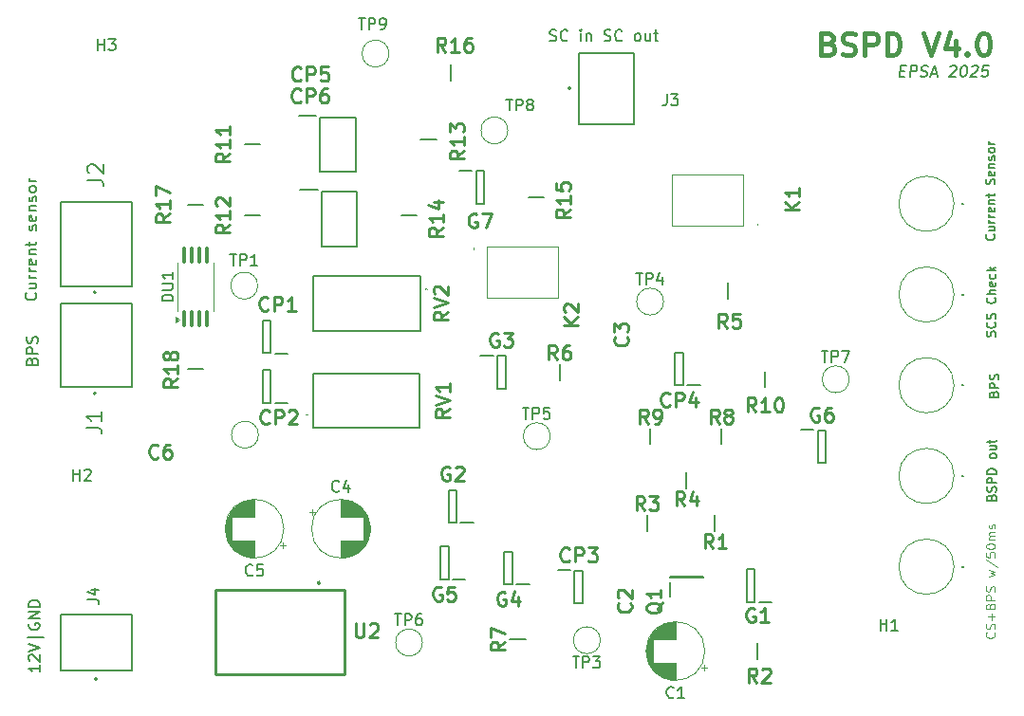
<source format=gbr>
%TF.GenerationSoftware,KiCad,Pcbnew,9.0.2*%
%TF.CreationDate,2025-06-08T00:01:42+02:00*%
%TF.ProjectId,bspdv3,62737064-7633-42e6-9b69-6361645f7063,rev?*%
%TF.SameCoordinates,Original*%
%TF.FileFunction,Legend,Top*%
%TF.FilePolarity,Positive*%
%FSLAX46Y46*%
G04 Gerber Fmt 4.6, Leading zero omitted, Abs format (unit mm)*
G04 Created by KiCad (PCBNEW 9.0.2) date 2025-06-08 00:01:42*
%MOMM*%
%LPD*%
G01*
G04 APERTURE LIST*
G04 Aperture macros list*
%AMRoundRect*
0 Rectangle with rounded corners*
0 $1 Rounding radius*
0 $2 $3 $4 $5 $6 $7 $8 $9 X,Y pos of 4 corners*
0 Add a 4 corners polygon primitive as box body*
4,1,4,$2,$3,$4,$5,$6,$7,$8,$9,$2,$3,0*
0 Add four circle primitives for the rounded corners*
1,1,$1+$1,$2,$3*
1,1,$1+$1,$4,$5*
1,1,$1+$1,$6,$7*
1,1,$1+$1,$8,$9*
0 Add four rect primitives between the rounded corners*
20,1,$1+$1,$2,$3,$4,$5,0*
20,1,$1+$1,$4,$5,$6,$7,0*
20,1,$1+$1,$6,$7,$8,$9,0*
20,1,$1+$1,$8,$9,$2,$3,0*%
G04 Aperture macros list end*
%ADD10C,0.150000*%
%ADD11C,0.400000*%
%ADD12C,0.125000*%
%ADD13C,0.254000*%
%ADD14C,0.200000*%
%ADD15C,0.120000*%
%ADD16C,0.127000*%
%ADD17C,0.100000*%
%ADD18R,1.050000X1.800000*%
%ADD19R,1.470000X1.070000*%
%ADD20C,2.000000*%
%ADD21R,1.530000X1.530000*%
%ADD22C,1.530000*%
%ADD23R,1.800000X1.050000*%
%ADD24C,1.440000*%
%ADD25R,1.528000X0.650000*%
%ADD26R,1.150000X0.600000*%
%ADD27R,0.600000X1.300000*%
%ADD28R,1.070000X1.470000*%
%ADD29C,1.447000*%
%ADD30R,1.600000X1.600000*%
%ADD31C,1.600000*%
%ADD32R,1.217000X1.217000*%
%ADD33C,1.217000*%
%ADD34C,2.700000*%
%ADD35O,1.600000X0.950000*%
%ADD36R,1.610000X1.610000*%
%ADD37C,1.610000*%
%ADD38RoundRect,0.100000X0.100000X-0.637500X0.100000X0.637500X-0.100000X0.637500X-0.100000X-0.637500X0*%
G04 APERTURE END LIST*
D10*
X109338104Y-39773696D02*
X109376200Y-39811792D01*
X109376200Y-39811792D02*
X109414295Y-39926077D01*
X109414295Y-39926077D02*
X109414295Y-40002268D01*
X109414295Y-40002268D02*
X109376200Y-40116554D01*
X109376200Y-40116554D02*
X109300009Y-40192744D01*
X109300009Y-40192744D02*
X109223819Y-40230839D01*
X109223819Y-40230839D02*
X109071438Y-40268935D01*
X109071438Y-40268935D02*
X108957152Y-40268935D01*
X108957152Y-40268935D02*
X108804771Y-40230839D01*
X108804771Y-40230839D02*
X108728580Y-40192744D01*
X108728580Y-40192744D02*
X108652390Y-40116554D01*
X108652390Y-40116554D02*
X108614295Y-40002268D01*
X108614295Y-40002268D02*
X108614295Y-39926077D01*
X108614295Y-39926077D02*
X108652390Y-39811792D01*
X108652390Y-39811792D02*
X108690485Y-39773696D01*
X108880961Y-39087982D02*
X109414295Y-39087982D01*
X108880961Y-39430839D02*
X109300009Y-39430839D01*
X109300009Y-39430839D02*
X109376200Y-39392744D01*
X109376200Y-39392744D02*
X109414295Y-39316554D01*
X109414295Y-39316554D02*
X109414295Y-39202268D01*
X109414295Y-39202268D02*
X109376200Y-39126077D01*
X109376200Y-39126077D02*
X109338104Y-39087982D01*
X109414295Y-38707029D02*
X108880961Y-38707029D01*
X109033342Y-38707029D02*
X108957152Y-38668934D01*
X108957152Y-38668934D02*
X108919057Y-38630839D01*
X108919057Y-38630839D02*
X108880961Y-38554648D01*
X108880961Y-38554648D02*
X108880961Y-38478458D01*
X109414295Y-38211791D02*
X108880961Y-38211791D01*
X109033342Y-38211791D02*
X108957152Y-38173696D01*
X108957152Y-38173696D02*
X108919057Y-38135601D01*
X108919057Y-38135601D02*
X108880961Y-38059410D01*
X108880961Y-38059410D02*
X108880961Y-37983220D01*
X109376200Y-37411791D02*
X109414295Y-37487982D01*
X109414295Y-37487982D02*
X109414295Y-37640363D01*
X109414295Y-37640363D02*
X109376200Y-37716553D01*
X109376200Y-37716553D02*
X109300009Y-37754649D01*
X109300009Y-37754649D02*
X108995247Y-37754649D01*
X108995247Y-37754649D02*
X108919057Y-37716553D01*
X108919057Y-37716553D02*
X108880961Y-37640363D01*
X108880961Y-37640363D02*
X108880961Y-37487982D01*
X108880961Y-37487982D02*
X108919057Y-37411791D01*
X108919057Y-37411791D02*
X108995247Y-37373696D01*
X108995247Y-37373696D02*
X109071438Y-37373696D01*
X109071438Y-37373696D02*
X109147628Y-37754649D01*
X108880961Y-37030839D02*
X109414295Y-37030839D01*
X108957152Y-37030839D02*
X108919057Y-36992744D01*
X108919057Y-36992744D02*
X108880961Y-36916554D01*
X108880961Y-36916554D02*
X108880961Y-36802268D01*
X108880961Y-36802268D02*
X108919057Y-36726077D01*
X108919057Y-36726077D02*
X108995247Y-36687982D01*
X108995247Y-36687982D02*
X109414295Y-36687982D01*
X108880961Y-36421315D02*
X108880961Y-36116553D01*
X108614295Y-36307029D02*
X109300009Y-36307029D01*
X109300009Y-36307029D02*
X109376200Y-36268934D01*
X109376200Y-36268934D02*
X109414295Y-36192744D01*
X109414295Y-36192744D02*
X109414295Y-36116553D01*
X109376200Y-35278458D02*
X109414295Y-35164172D01*
X109414295Y-35164172D02*
X109414295Y-34973696D01*
X109414295Y-34973696D02*
X109376200Y-34897505D01*
X109376200Y-34897505D02*
X109338104Y-34859410D01*
X109338104Y-34859410D02*
X109261914Y-34821315D01*
X109261914Y-34821315D02*
X109185723Y-34821315D01*
X109185723Y-34821315D02*
X109109533Y-34859410D01*
X109109533Y-34859410D02*
X109071438Y-34897505D01*
X109071438Y-34897505D02*
X109033342Y-34973696D01*
X109033342Y-34973696D02*
X108995247Y-35126077D01*
X108995247Y-35126077D02*
X108957152Y-35202267D01*
X108957152Y-35202267D02*
X108919057Y-35240362D01*
X108919057Y-35240362D02*
X108842866Y-35278458D01*
X108842866Y-35278458D02*
X108766676Y-35278458D01*
X108766676Y-35278458D02*
X108690485Y-35240362D01*
X108690485Y-35240362D02*
X108652390Y-35202267D01*
X108652390Y-35202267D02*
X108614295Y-35126077D01*
X108614295Y-35126077D02*
X108614295Y-34935600D01*
X108614295Y-34935600D02*
X108652390Y-34821315D01*
X109376200Y-34173695D02*
X109414295Y-34249886D01*
X109414295Y-34249886D02*
X109414295Y-34402267D01*
X109414295Y-34402267D02*
X109376200Y-34478457D01*
X109376200Y-34478457D02*
X109300009Y-34516553D01*
X109300009Y-34516553D02*
X108995247Y-34516553D01*
X108995247Y-34516553D02*
X108919057Y-34478457D01*
X108919057Y-34478457D02*
X108880961Y-34402267D01*
X108880961Y-34402267D02*
X108880961Y-34249886D01*
X108880961Y-34249886D02*
X108919057Y-34173695D01*
X108919057Y-34173695D02*
X108995247Y-34135600D01*
X108995247Y-34135600D02*
X109071438Y-34135600D01*
X109071438Y-34135600D02*
X109147628Y-34516553D01*
X108880961Y-33792743D02*
X109414295Y-33792743D01*
X108957152Y-33792743D02*
X108919057Y-33754648D01*
X108919057Y-33754648D02*
X108880961Y-33678458D01*
X108880961Y-33678458D02*
X108880961Y-33564172D01*
X108880961Y-33564172D02*
X108919057Y-33487981D01*
X108919057Y-33487981D02*
X108995247Y-33449886D01*
X108995247Y-33449886D02*
X109414295Y-33449886D01*
X109376200Y-33107029D02*
X109414295Y-33030838D01*
X109414295Y-33030838D02*
X109414295Y-32878457D01*
X109414295Y-32878457D02*
X109376200Y-32802267D01*
X109376200Y-32802267D02*
X109300009Y-32764171D01*
X109300009Y-32764171D02*
X109261914Y-32764171D01*
X109261914Y-32764171D02*
X109185723Y-32802267D01*
X109185723Y-32802267D02*
X109147628Y-32878457D01*
X109147628Y-32878457D02*
X109147628Y-32992743D01*
X109147628Y-32992743D02*
X109109533Y-33068933D01*
X109109533Y-33068933D02*
X109033342Y-33107029D01*
X109033342Y-33107029D02*
X108995247Y-33107029D01*
X108995247Y-33107029D02*
X108919057Y-33068933D01*
X108919057Y-33068933D02*
X108880961Y-32992743D01*
X108880961Y-32992743D02*
X108880961Y-32878457D01*
X108880961Y-32878457D02*
X108919057Y-32802267D01*
X109414295Y-32307029D02*
X109376200Y-32383219D01*
X109376200Y-32383219D02*
X109338104Y-32421314D01*
X109338104Y-32421314D02*
X109261914Y-32459410D01*
X109261914Y-32459410D02*
X109033342Y-32459410D01*
X109033342Y-32459410D02*
X108957152Y-32421314D01*
X108957152Y-32421314D02*
X108919057Y-32383219D01*
X108919057Y-32383219D02*
X108880961Y-32307029D01*
X108880961Y-32307029D02*
X108880961Y-32192743D01*
X108880961Y-32192743D02*
X108919057Y-32116552D01*
X108919057Y-32116552D02*
X108957152Y-32078457D01*
X108957152Y-32078457D02*
X109033342Y-32040362D01*
X109033342Y-32040362D02*
X109261914Y-32040362D01*
X109261914Y-32040362D02*
X109338104Y-32078457D01*
X109338104Y-32078457D02*
X109376200Y-32116552D01*
X109376200Y-32116552D02*
X109414295Y-32192743D01*
X109414295Y-32192743D02*
X109414295Y-32307029D01*
X109414295Y-31697504D02*
X108880961Y-31697504D01*
X109033342Y-31697504D02*
X108957152Y-31659409D01*
X108957152Y-31659409D02*
X108919057Y-31621314D01*
X108919057Y-31621314D02*
X108880961Y-31545123D01*
X108880961Y-31545123D02*
X108880961Y-31468933D01*
D11*
X94576014Y-22736819D02*
X94861728Y-22832057D01*
X94861728Y-22832057D02*
X94956966Y-22927295D01*
X94956966Y-22927295D02*
X95052204Y-23117771D01*
X95052204Y-23117771D02*
X95052204Y-23403485D01*
X95052204Y-23403485D02*
X94956966Y-23593961D01*
X94956966Y-23593961D02*
X94861728Y-23689200D01*
X94861728Y-23689200D02*
X94671252Y-23784438D01*
X94671252Y-23784438D02*
X93909347Y-23784438D01*
X93909347Y-23784438D02*
X93909347Y-21784438D01*
X93909347Y-21784438D02*
X94576014Y-21784438D01*
X94576014Y-21784438D02*
X94766490Y-21879676D01*
X94766490Y-21879676D02*
X94861728Y-21974914D01*
X94861728Y-21974914D02*
X94956966Y-22165390D01*
X94956966Y-22165390D02*
X94956966Y-22355866D01*
X94956966Y-22355866D02*
X94861728Y-22546342D01*
X94861728Y-22546342D02*
X94766490Y-22641580D01*
X94766490Y-22641580D02*
X94576014Y-22736819D01*
X94576014Y-22736819D02*
X93909347Y-22736819D01*
X95814109Y-23689200D02*
X96099823Y-23784438D01*
X96099823Y-23784438D02*
X96576014Y-23784438D01*
X96576014Y-23784438D02*
X96766490Y-23689200D01*
X96766490Y-23689200D02*
X96861728Y-23593961D01*
X96861728Y-23593961D02*
X96956966Y-23403485D01*
X96956966Y-23403485D02*
X96956966Y-23213009D01*
X96956966Y-23213009D02*
X96861728Y-23022533D01*
X96861728Y-23022533D02*
X96766490Y-22927295D01*
X96766490Y-22927295D02*
X96576014Y-22832057D01*
X96576014Y-22832057D02*
X96195061Y-22736819D01*
X96195061Y-22736819D02*
X96004585Y-22641580D01*
X96004585Y-22641580D02*
X95909347Y-22546342D01*
X95909347Y-22546342D02*
X95814109Y-22355866D01*
X95814109Y-22355866D02*
X95814109Y-22165390D01*
X95814109Y-22165390D02*
X95909347Y-21974914D01*
X95909347Y-21974914D02*
X96004585Y-21879676D01*
X96004585Y-21879676D02*
X96195061Y-21784438D01*
X96195061Y-21784438D02*
X96671252Y-21784438D01*
X96671252Y-21784438D02*
X96956966Y-21879676D01*
X97814109Y-23784438D02*
X97814109Y-21784438D01*
X97814109Y-21784438D02*
X98576014Y-21784438D01*
X98576014Y-21784438D02*
X98766490Y-21879676D01*
X98766490Y-21879676D02*
X98861728Y-21974914D01*
X98861728Y-21974914D02*
X98956966Y-22165390D01*
X98956966Y-22165390D02*
X98956966Y-22451104D01*
X98956966Y-22451104D02*
X98861728Y-22641580D01*
X98861728Y-22641580D02*
X98766490Y-22736819D01*
X98766490Y-22736819D02*
X98576014Y-22832057D01*
X98576014Y-22832057D02*
X97814109Y-22832057D01*
X99814109Y-23784438D02*
X99814109Y-21784438D01*
X99814109Y-21784438D02*
X100290299Y-21784438D01*
X100290299Y-21784438D02*
X100576014Y-21879676D01*
X100576014Y-21879676D02*
X100766490Y-22070152D01*
X100766490Y-22070152D02*
X100861728Y-22260628D01*
X100861728Y-22260628D02*
X100956966Y-22641580D01*
X100956966Y-22641580D02*
X100956966Y-22927295D01*
X100956966Y-22927295D02*
X100861728Y-23308247D01*
X100861728Y-23308247D02*
X100766490Y-23498723D01*
X100766490Y-23498723D02*
X100576014Y-23689200D01*
X100576014Y-23689200D02*
X100290299Y-23784438D01*
X100290299Y-23784438D02*
X99814109Y-23784438D01*
X103052205Y-21784438D02*
X103718871Y-23784438D01*
X103718871Y-23784438D02*
X104385538Y-21784438D01*
X105909348Y-22451104D02*
X105909348Y-23784438D01*
X105433157Y-21689200D02*
X104956967Y-23117771D01*
X104956967Y-23117771D02*
X106195062Y-23117771D01*
X106956967Y-23593961D02*
X107052205Y-23689200D01*
X107052205Y-23689200D02*
X106956967Y-23784438D01*
X106956967Y-23784438D02*
X106861729Y-23689200D01*
X106861729Y-23689200D02*
X106956967Y-23593961D01*
X106956967Y-23593961D02*
X106956967Y-23784438D01*
X108290300Y-21784438D02*
X108480777Y-21784438D01*
X108480777Y-21784438D02*
X108671253Y-21879676D01*
X108671253Y-21879676D02*
X108766491Y-21974914D01*
X108766491Y-21974914D02*
X108861729Y-22165390D01*
X108861729Y-22165390D02*
X108956967Y-22546342D01*
X108956967Y-22546342D02*
X108956967Y-23022533D01*
X108956967Y-23022533D02*
X108861729Y-23403485D01*
X108861729Y-23403485D02*
X108766491Y-23593961D01*
X108766491Y-23593961D02*
X108671253Y-23689200D01*
X108671253Y-23689200D02*
X108480777Y-23784438D01*
X108480777Y-23784438D02*
X108290300Y-23784438D01*
X108290300Y-23784438D02*
X108099824Y-23689200D01*
X108099824Y-23689200D02*
X108004586Y-23593961D01*
X108004586Y-23593961D02*
X107909348Y-23403485D01*
X107909348Y-23403485D02*
X107814110Y-23022533D01*
X107814110Y-23022533D02*
X107814110Y-22546342D01*
X107814110Y-22546342D02*
X107909348Y-22165390D01*
X107909348Y-22165390D02*
X108004586Y-21974914D01*
X108004586Y-21974914D02*
X108099824Y-21879676D01*
X108099824Y-21879676D02*
X108290300Y-21784438D01*
D10*
X69709160Y-22452200D02*
X69852017Y-22499819D01*
X69852017Y-22499819D02*
X70090112Y-22499819D01*
X70090112Y-22499819D02*
X70185350Y-22452200D01*
X70185350Y-22452200D02*
X70232969Y-22404580D01*
X70232969Y-22404580D02*
X70280588Y-22309342D01*
X70280588Y-22309342D02*
X70280588Y-22214104D01*
X70280588Y-22214104D02*
X70232969Y-22118866D01*
X70232969Y-22118866D02*
X70185350Y-22071247D01*
X70185350Y-22071247D02*
X70090112Y-22023628D01*
X70090112Y-22023628D02*
X69899636Y-21976009D01*
X69899636Y-21976009D02*
X69804398Y-21928390D01*
X69804398Y-21928390D02*
X69756779Y-21880771D01*
X69756779Y-21880771D02*
X69709160Y-21785533D01*
X69709160Y-21785533D02*
X69709160Y-21690295D01*
X69709160Y-21690295D02*
X69756779Y-21595057D01*
X69756779Y-21595057D02*
X69804398Y-21547438D01*
X69804398Y-21547438D02*
X69899636Y-21499819D01*
X69899636Y-21499819D02*
X70137731Y-21499819D01*
X70137731Y-21499819D02*
X70280588Y-21547438D01*
X71280588Y-22404580D02*
X71232969Y-22452200D01*
X71232969Y-22452200D02*
X71090112Y-22499819D01*
X71090112Y-22499819D02*
X70994874Y-22499819D01*
X70994874Y-22499819D02*
X70852017Y-22452200D01*
X70852017Y-22452200D02*
X70756779Y-22356961D01*
X70756779Y-22356961D02*
X70709160Y-22261723D01*
X70709160Y-22261723D02*
X70661541Y-22071247D01*
X70661541Y-22071247D02*
X70661541Y-21928390D01*
X70661541Y-21928390D02*
X70709160Y-21737914D01*
X70709160Y-21737914D02*
X70756779Y-21642676D01*
X70756779Y-21642676D02*
X70852017Y-21547438D01*
X70852017Y-21547438D02*
X70994874Y-21499819D01*
X70994874Y-21499819D02*
X71090112Y-21499819D01*
X71090112Y-21499819D02*
X71232969Y-21547438D01*
X71232969Y-21547438D02*
X71280588Y-21595057D01*
X72471065Y-22499819D02*
X72471065Y-21833152D01*
X72471065Y-21499819D02*
X72423446Y-21547438D01*
X72423446Y-21547438D02*
X72471065Y-21595057D01*
X72471065Y-21595057D02*
X72518684Y-21547438D01*
X72518684Y-21547438D02*
X72471065Y-21499819D01*
X72471065Y-21499819D02*
X72471065Y-21595057D01*
X72947255Y-21833152D02*
X72947255Y-22499819D01*
X72947255Y-21928390D02*
X72994874Y-21880771D01*
X72994874Y-21880771D02*
X73090112Y-21833152D01*
X73090112Y-21833152D02*
X73232969Y-21833152D01*
X73232969Y-21833152D02*
X73328207Y-21880771D01*
X73328207Y-21880771D02*
X73375826Y-21976009D01*
X73375826Y-21976009D02*
X73375826Y-22499819D01*
X74566303Y-22452200D02*
X74709160Y-22499819D01*
X74709160Y-22499819D02*
X74947255Y-22499819D01*
X74947255Y-22499819D02*
X75042493Y-22452200D01*
X75042493Y-22452200D02*
X75090112Y-22404580D01*
X75090112Y-22404580D02*
X75137731Y-22309342D01*
X75137731Y-22309342D02*
X75137731Y-22214104D01*
X75137731Y-22214104D02*
X75090112Y-22118866D01*
X75090112Y-22118866D02*
X75042493Y-22071247D01*
X75042493Y-22071247D02*
X74947255Y-22023628D01*
X74947255Y-22023628D02*
X74756779Y-21976009D01*
X74756779Y-21976009D02*
X74661541Y-21928390D01*
X74661541Y-21928390D02*
X74613922Y-21880771D01*
X74613922Y-21880771D02*
X74566303Y-21785533D01*
X74566303Y-21785533D02*
X74566303Y-21690295D01*
X74566303Y-21690295D02*
X74613922Y-21595057D01*
X74613922Y-21595057D02*
X74661541Y-21547438D01*
X74661541Y-21547438D02*
X74756779Y-21499819D01*
X74756779Y-21499819D02*
X74994874Y-21499819D01*
X74994874Y-21499819D02*
X75137731Y-21547438D01*
X76137731Y-22404580D02*
X76090112Y-22452200D01*
X76090112Y-22452200D02*
X75947255Y-22499819D01*
X75947255Y-22499819D02*
X75852017Y-22499819D01*
X75852017Y-22499819D02*
X75709160Y-22452200D01*
X75709160Y-22452200D02*
X75613922Y-22356961D01*
X75613922Y-22356961D02*
X75566303Y-22261723D01*
X75566303Y-22261723D02*
X75518684Y-22071247D01*
X75518684Y-22071247D02*
X75518684Y-21928390D01*
X75518684Y-21928390D02*
X75566303Y-21737914D01*
X75566303Y-21737914D02*
X75613922Y-21642676D01*
X75613922Y-21642676D02*
X75709160Y-21547438D01*
X75709160Y-21547438D02*
X75852017Y-21499819D01*
X75852017Y-21499819D02*
X75947255Y-21499819D01*
X75947255Y-21499819D02*
X76090112Y-21547438D01*
X76090112Y-21547438D02*
X76137731Y-21595057D01*
X77471065Y-22499819D02*
X77375827Y-22452200D01*
X77375827Y-22452200D02*
X77328208Y-22404580D01*
X77328208Y-22404580D02*
X77280589Y-22309342D01*
X77280589Y-22309342D02*
X77280589Y-22023628D01*
X77280589Y-22023628D02*
X77328208Y-21928390D01*
X77328208Y-21928390D02*
X77375827Y-21880771D01*
X77375827Y-21880771D02*
X77471065Y-21833152D01*
X77471065Y-21833152D02*
X77613922Y-21833152D01*
X77613922Y-21833152D02*
X77709160Y-21880771D01*
X77709160Y-21880771D02*
X77756779Y-21928390D01*
X77756779Y-21928390D02*
X77804398Y-22023628D01*
X77804398Y-22023628D02*
X77804398Y-22309342D01*
X77804398Y-22309342D02*
X77756779Y-22404580D01*
X77756779Y-22404580D02*
X77709160Y-22452200D01*
X77709160Y-22452200D02*
X77613922Y-22499819D01*
X77613922Y-22499819D02*
X77471065Y-22499819D01*
X78661541Y-21833152D02*
X78661541Y-22499819D01*
X78232970Y-21833152D02*
X78232970Y-22356961D01*
X78232970Y-22356961D02*
X78280589Y-22452200D01*
X78280589Y-22452200D02*
X78375827Y-22499819D01*
X78375827Y-22499819D02*
X78518684Y-22499819D01*
X78518684Y-22499819D02*
X78613922Y-22452200D01*
X78613922Y-22452200D02*
X78661541Y-22404580D01*
X78994875Y-21833152D02*
X79375827Y-21833152D01*
X79137732Y-21499819D02*
X79137732Y-22356961D01*
X79137732Y-22356961D02*
X79185351Y-22452200D01*
X79185351Y-22452200D02*
X79280589Y-22499819D01*
X79280589Y-22499819D02*
X79375827Y-22499819D01*
X100976303Y-25176009D02*
X101309636Y-25176009D01*
X101387017Y-25699819D02*
X100910826Y-25699819D01*
X100910826Y-25699819D02*
X101035826Y-24699819D01*
X101035826Y-24699819D02*
X101512017Y-24699819D01*
X101815588Y-25699819D02*
X101940588Y-24699819D01*
X101940588Y-24699819D02*
X102321541Y-24699819D01*
X102321541Y-24699819D02*
X102410826Y-24747438D01*
X102410826Y-24747438D02*
X102452493Y-24795057D01*
X102452493Y-24795057D02*
X102488207Y-24890295D01*
X102488207Y-24890295D02*
X102470350Y-25033152D01*
X102470350Y-25033152D02*
X102410826Y-25128390D01*
X102410826Y-25128390D02*
X102357255Y-25176009D01*
X102357255Y-25176009D02*
X102256065Y-25223628D01*
X102256065Y-25223628D02*
X101875112Y-25223628D01*
X102773922Y-25652200D02*
X102910826Y-25699819D01*
X102910826Y-25699819D02*
X103148922Y-25699819D01*
X103148922Y-25699819D02*
X103250112Y-25652200D01*
X103250112Y-25652200D02*
X103303684Y-25604580D01*
X103303684Y-25604580D02*
X103363207Y-25509342D01*
X103363207Y-25509342D02*
X103375112Y-25414104D01*
X103375112Y-25414104D02*
X103339398Y-25318866D01*
X103339398Y-25318866D02*
X103297731Y-25271247D01*
X103297731Y-25271247D02*
X103208446Y-25223628D01*
X103208446Y-25223628D02*
X103023922Y-25176009D01*
X103023922Y-25176009D02*
X102934636Y-25128390D01*
X102934636Y-25128390D02*
X102892969Y-25080771D01*
X102892969Y-25080771D02*
X102857255Y-24985533D01*
X102857255Y-24985533D02*
X102869160Y-24890295D01*
X102869160Y-24890295D02*
X102928684Y-24795057D01*
X102928684Y-24795057D02*
X102982255Y-24747438D01*
X102982255Y-24747438D02*
X103083446Y-24699819D01*
X103083446Y-24699819D02*
X103321541Y-24699819D01*
X103321541Y-24699819D02*
X103458446Y-24747438D01*
X103756065Y-25414104D02*
X104232255Y-25414104D01*
X103625112Y-25699819D02*
X104083446Y-24699819D01*
X104083446Y-24699819D02*
X104291779Y-25699819D01*
X105452494Y-24795057D02*
X105506065Y-24747438D01*
X105506065Y-24747438D02*
X105607255Y-24699819D01*
X105607255Y-24699819D02*
X105845351Y-24699819D01*
X105845351Y-24699819D02*
X105934636Y-24747438D01*
X105934636Y-24747438D02*
X105976303Y-24795057D01*
X105976303Y-24795057D02*
X106012017Y-24890295D01*
X106012017Y-24890295D02*
X106000113Y-24985533D01*
X106000113Y-24985533D02*
X105934636Y-25128390D01*
X105934636Y-25128390D02*
X105291779Y-25699819D01*
X105291779Y-25699819D02*
X105910827Y-25699819D01*
X106654875Y-24699819D02*
X106750113Y-24699819D01*
X106750113Y-24699819D02*
X106839398Y-24747438D01*
X106839398Y-24747438D02*
X106881065Y-24795057D01*
X106881065Y-24795057D02*
X106916779Y-24890295D01*
X106916779Y-24890295D02*
X106940589Y-25080771D01*
X106940589Y-25080771D02*
X106910827Y-25318866D01*
X106910827Y-25318866D02*
X106839398Y-25509342D01*
X106839398Y-25509342D02*
X106779875Y-25604580D01*
X106779875Y-25604580D02*
X106726303Y-25652200D01*
X106726303Y-25652200D02*
X106625113Y-25699819D01*
X106625113Y-25699819D02*
X106529875Y-25699819D01*
X106529875Y-25699819D02*
X106440589Y-25652200D01*
X106440589Y-25652200D02*
X106398922Y-25604580D01*
X106398922Y-25604580D02*
X106363208Y-25509342D01*
X106363208Y-25509342D02*
X106339398Y-25318866D01*
X106339398Y-25318866D02*
X106369160Y-25080771D01*
X106369160Y-25080771D02*
X106440589Y-24890295D01*
X106440589Y-24890295D02*
X106500113Y-24795057D01*
X106500113Y-24795057D02*
X106553684Y-24747438D01*
X106553684Y-24747438D02*
X106654875Y-24699819D01*
X107357256Y-24795057D02*
X107410827Y-24747438D01*
X107410827Y-24747438D02*
X107512017Y-24699819D01*
X107512017Y-24699819D02*
X107750113Y-24699819D01*
X107750113Y-24699819D02*
X107839398Y-24747438D01*
X107839398Y-24747438D02*
X107881065Y-24795057D01*
X107881065Y-24795057D02*
X107916779Y-24890295D01*
X107916779Y-24890295D02*
X107904875Y-24985533D01*
X107904875Y-24985533D02*
X107839398Y-25128390D01*
X107839398Y-25128390D02*
X107196541Y-25699819D01*
X107196541Y-25699819D02*
X107815589Y-25699819D01*
X108845351Y-24699819D02*
X108369160Y-24699819D01*
X108369160Y-24699819D02*
X108262018Y-25176009D01*
X108262018Y-25176009D02*
X108315589Y-25128390D01*
X108315589Y-25128390D02*
X108416779Y-25080771D01*
X108416779Y-25080771D02*
X108654875Y-25080771D01*
X108654875Y-25080771D02*
X108744160Y-25128390D01*
X108744160Y-25128390D02*
X108785827Y-25176009D01*
X108785827Y-25176009D02*
X108821541Y-25271247D01*
X108821541Y-25271247D02*
X108791779Y-25509342D01*
X108791779Y-25509342D02*
X108732256Y-25604580D01*
X108732256Y-25604580D02*
X108678684Y-25652200D01*
X108678684Y-25652200D02*
X108577494Y-25699819D01*
X108577494Y-25699819D02*
X108339398Y-25699819D01*
X108339398Y-25699819D02*
X108250113Y-25652200D01*
X108250113Y-25652200D02*
X108208446Y-25604580D01*
X109105247Y-63234173D02*
X109143342Y-63119887D01*
X109143342Y-63119887D02*
X109181438Y-63081792D01*
X109181438Y-63081792D02*
X109257628Y-63043696D01*
X109257628Y-63043696D02*
X109371914Y-63043696D01*
X109371914Y-63043696D02*
X109448104Y-63081792D01*
X109448104Y-63081792D02*
X109486200Y-63119887D01*
X109486200Y-63119887D02*
X109524295Y-63196077D01*
X109524295Y-63196077D02*
X109524295Y-63500839D01*
X109524295Y-63500839D02*
X108724295Y-63500839D01*
X108724295Y-63500839D02*
X108724295Y-63234173D01*
X108724295Y-63234173D02*
X108762390Y-63157982D01*
X108762390Y-63157982D02*
X108800485Y-63119887D01*
X108800485Y-63119887D02*
X108876676Y-63081792D01*
X108876676Y-63081792D02*
X108952866Y-63081792D01*
X108952866Y-63081792D02*
X109029057Y-63119887D01*
X109029057Y-63119887D02*
X109067152Y-63157982D01*
X109067152Y-63157982D02*
X109105247Y-63234173D01*
X109105247Y-63234173D02*
X109105247Y-63500839D01*
X109486200Y-62738935D02*
X109524295Y-62624649D01*
X109524295Y-62624649D02*
X109524295Y-62434173D01*
X109524295Y-62434173D02*
X109486200Y-62357982D01*
X109486200Y-62357982D02*
X109448104Y-62319887D01*
X109448104Y-62319887D02*
X109371914Y-62281792D01*
X109371914Y-62281792D02*
X109295723Y-62281792D01*
X109295723Y-62281792D02*
X109219533Y-62319887D01*
X109219533Y-62319887D02*
X109181438Y-62357982D01*
X109181438Y-62357982D02*
X109143342Y-62434173D01*
X109143342Y-62434173D02*
X109105247Y-62586554D01*
X109105247Y-62586554D02*
X109067152Y-62662744D01*
X109067152Y-62662744D02*
X109029057Y-62700839D01*
X109029057Y-62700839D02*
X108952866Y-62738935D01*
X108952866Y-62738935D02*
X108876676Y-62738935D01*
X108876676Y-62738935D02*
X108800485Y-62700839D01*
X108800485Y-62700839D02*
X108762390Y-62662744D01*
X108762390Y-62662744D02*
X108724295Y-62586554D01*
X108724295Y-62586554D02*
X108724295Y-62396077D01*
X108724295Y-62396077D02*
X108762390Y-62281792D01*
X109524295Y-61938934D02*
X108724295Y-61938934D01*
X108724295Y-61938934D02*
X108724295Y-61634172D01*
X108724295Y-61634172D02*
X108762390Y-61557982D01*
X108762390Y-61557982D02*
X108800485Y-61519887D01*
X108800485Y-61519887D02*
X108876676Y-61481791D01*
X108876676Y-61481791D02*
X108990961Y-61481791D01*
X108990961Y-61481791D02*
X109067152Y-61519887D01*
X109067152Y-61519887D02*
X109105247Y-61557982D01*
X109105247Y-61557982D02*
X109143342Y-61634172D01*
X109143342Y-61634172D02*
X109143342Y-61938934D01*
X109524295Y-61138934D02*
X108724295Y-61138934D01*
X108724295Y-61138934D02*
X108724295Y-60948458D01*
X108724295Y-60948458D02*
X108762390Y-60834172D01*
X108762390Y-60834172D02*
X108838580Y-60757982D01*
X108838580Y-60757982D02*
X108914771Y-60719887D01*
X108914771Y-60719887D02*
X109067152Y-60681791D01*
X109067152Y-60681791D02*
X109181438Y-60681791D01*
X109181438Y-60681791D02*
X109333819Y-60719887D01*
X109333819Y-60719887D02*
X109410009Y-60757982D01*
X109410009Y-60757982D02*
X109486200Y-60834172D01*
X109486200Y-60834172D02*
X109524295Y-60948458D01*
X109524295Y-60948458D02*
X109524295Y-61138934D01*
X109524295Y-59615125D02*
X109486200Y-59691315D01*
X109486200Y-59691315D02*
X109448104Y-59729410D01*
X109448104Y-59729410D02*
X109371914Y-59767506D01*
X109371914Y-59767506D02*
X109143342Y-59767506D01*
X109143342Y-59767506D02*
X109067152Y-59729410D01*
X109067152Y-59729410D02*
X109029057Y-59691315D01*
X109029057Y-59691315D02*
X108990961Y-59615125D01*
X108990961Y-59615125D02*
X108990961Y-59500839D01*
X108990961Y-59500839D02*
X109029057Y-59424648D01*
X109029057Y-59424648D02*
X109067152Y-59386553D01*
X109067152Y-59386553D02*
X109143342Y-59348458D01*
X109143342Y-59348458D02*
X109371914Y-59348458D01*
X109371914Y-59348458D02*
X109448104Y-59386553D01*
X109448104Y-59386553D02*
X109486200Y-59424648D01*
X109486200Y-59424648D02*
X109524295Y-59500839D01*
X109524295Y-59500839D02*
X109524295Y-59615125D01*
X108990961Y-58662743D02*
X109524295Y-58662743D01*
X108990961Y-59005600D02*
X109410009Y-59005600D01*
X109410009Y-59005600D02*
X109486200Y-58967505D01*
X109486200Y-58967505D02*
X109524295Y-58891315D01*
X109524295Y-58891315D02*
X109524295Y-58777029D01*
X109524295Y-58777029D02*
X109486200Y-58700838D01*
X109486200Y-58700838D02*
X109448104Y-58662743D01*
X108990961Y-58396076D02*
X108990961Y-58091314D01*
X108724295Y-58281790D02*
X109410009Y-58281790D01*
X109410009Y-58281790D02*
X109486200Y-58243695D01*
X109486200Y-58243695D02*
X109524295Y-58167505D01*
X109524295Y-58167505D02*
X109524295Y-58091314D01*
X109325247Y-54034173D02*
X109363342Y-53919887D01*
X109363342Y-53919887D02*
X109401438Y-53881792D01*
X109401438Y-53881792D02*
X109477628Y-53843696D01*
X109477628Y-53843696D02*
X109591914Y-53843696D01*
X109591914Y-53843696D02*
X109668104Y-53881792D01*
X109668104Y-53881792D02*
X109706200Y-53919887D01*
X109706200Y-53919887D02*
X109744295Y-53996077D01*
X109744295Y-53996077D02*
X109744295Y-54300839D01*
X109744295Y-54300839D02*
X108944295Y-54300839D01*
X108944295Y-54300839D02*
X108944295Y-54034173D01*
X108944295Y-54034173D02*
X108982390Y-53957982D01*
X108982390Y-53957982D02*
X109020485Y-53919887D01*
X109020485Y-53919887D02*
X109096676Y-53881792D01*
X109096676Y-53881792D02*
X109172866Y-53881792D01*
X109172866Y-53881792D02*
X109249057Y-53919887D01*
X109249057Y-53919887D02*
X109287152Y-53957982D01*
X109287152Y-53957982D02*
X109325247Y-54034173D01*
X109325247Y-54034173D02*
X109325247Y-54300839D01*
X109744295Y-53500839D02*
X108944295Y-53500839D01*
X108944295Y-53500839D02*
X108944295Y-53196077D01*
X108944295Y-53196077D02*
X108982390Y-53119887D01*
X108982390Y-53119887D02*
X109020485Y-53081792D01*
X109020485Y-53081792D02*
X109096676Y-53043696D01*
X109096676Y-53043696D02*
X109210961Y-53043696D01*
X109210961Y-53043696D02*
X109287152Y-53081792D01*
X109287152Y-53081792D02*
X109325247Y-53119887D01*
X109325247Y-53119887D02*
X109363342Y-53196077D01*
X109363342Y-53196077D02*
X109363342Y-53500839D01*
X109706200Y-52738935D02*
X109744295Y-52624649D01*
X109744295Y-52624649D02*
X109744295Y-52434173D01*
X109744295Y-52434173D02*
X109706200Y-52357982D01*
X109706200Y-52357982D02*
X109668104Y-52319887D01*
X109668104Y-52319887D02*
X109591914Y-52281792D01*
X109591914Y-52281792D02*
X109515723Y-52281792D01*
X109515723Y-52281792D02*
X109439533Y-52319887D01*
X109439533Y-52319887D02*
X109401438Y-52357982D01*
X109401438Y-52357982D02*
X109363342Y-52434173D01*
X109363342Y-52434173D02*
X109325247Y-52586554D01*
X109325247Y-52586554D02*
X109287152Y-52662744D01*
X109287152Y-52662744D02*
X109249057Y-52700839D01*
X109249057Y-52700839D02*
X109172866Y-52738935D01*
X109172866Y-52738935D02*
X109096676Y-52738935D01*
X109096676Y-52738935D02*
X109020485Y-52700839D01*
X109020485Y-52700839D02*
X108982390Y-52662744D01*
X108982390Y-52662744D02*
X108944295Y-52586554D01*
X108944295Y-52586554D02*
X108944295Y-52396077D01*
X108944295Y-52396077D02*
X108982390Y-52281792D01*
X23526009Y-51069887D02*
X23573628Y-50927030D01*
X23573628Y-50927030D02*
X23621247Y-50879411D01*
X23621247Y-50879411D02*
X23716485Y-50831792D01*
X23716485Y-50831792D02*
X23859342Y-50831792D01*
X23859342Y-50831792D02*
X23954580Y-50879411D01*
X23954580Y-50879411D02*
X24002200Y-50927030D01*
X24002200Y-50927030D02*
X24049819Y-51022268D01*
X24049819Y-51022268D02*
X24049819Y-51403220D01*
X24049819Y-51403220D02*
X23049819Y-51403220D01*
X23049819Y-51403220D02*
X23049819Y-51069887D01*
X23049819Y-51069887D02*
X23097438Y-50974649D01*
X23097438Y-50974649D02*
X23145057Y-50927030D01*
X23145057Y-50927030D02*
X23240295Y-50879411D01*
X23240295Y-50879411D02*
X23335533Y-50879411D01*
X23335533Y-50879411D02*
X23430771Y-50927030D01*
X23430771Y-50927030D02*
X23478390Y-50974649D01*
X23478390Y-50974649D02*
X23526009Y-51069887D01*
X23526009Y-51069887D02*
X23526009Y-51403220D01*
X24049819Y-50403220D02*
X23049819Y-50403220D01*
X23049819Y-50403220D02*
X23049819Y-50022268D01*
X23049819Y-50022268D02*
X23097438Y-49927030D01*
X23097438Y-49927030D02*
X23145057Y-49879411D01*
X23145057Y-49879411D02*
X23240295Y-49831792D01*
X23240295Y-49831792D02*
X23383152Y-49831792D01*
X23383152Y-49831792D02*
X23478390Y-49879411D01*
X23478390Y-49879411D02*
X23526009Y-49927030D01*
X23526009Y-49927030D02*
X23573628Y-50022268D01*
X23573628Y-50022268D02*
X23573628Y-50403220D01*
X24002200Y-49450839D02*
X24049819Y-49307982D01*
X24049819Y-49307982D02*
X24049819Y-49069887D01*
X24049819Y-49069887D02*
X24002200Y-48974649D01*
X24002200Y-48974649D02*
X23954580Y-48927030D01*
X23954580Y-48927030D02*
X23859342Y-48879411D01*
X23859342Y-48879411D02*
X23764104Y-48879411D01*
X23764104Y-48879411D02*
X23668866Y-48927030D01*
X23668866Y-48927030D02*
X23621247Y-48974649D01*
X23621247Y-48974649D02*
X23573628Y-49069887D01*
X23573628Y-49069887D02*
X23526009Y-49260363D01*
X23526009Y-49260363D02*
X23478390Y-49355601D01*
X23478390Y-49355601D02*
X23430771Y-49403220D01*
X23430771Y-49403220D02*
X23335533Y-49450839D01*
X23335533Y-49450839D02*
X23240295Y-49450839D01*
X23240295Y-49450839D02*
X23145057Y-49403220D01*
X23145057Y-49403220D02*
X23097438Y-49355601D01*
X23097438Y-49355601D02*
X23049819Y-49260363D01*
X23049819Y-49260363D02*
X23049819Y-49022268D01*
X23049819Y-49022268D02*
X23097438Y-48879411D01*
X23814580Y-44991792D02*
X23862200Y-45039411D01*
X23862200Y-45039411D02*
X23909819Y-45182268D01*
X23909819Y-45182268D02*
X23909819Y-45277506D01*
X23909819Y-45277506D02*
X23862200Y-45420363D01*
X23862200Y-45420363D02*
X23766961Y-45515601D01*
X23766961Y-45515601D02*
X23671723Y-45563220D01*
X23671723Y-45563220D02*
X23481247Y-45610839D01*
X23481247Y-45610839D02*
X23338390Y-45610839D01*
X23338390Y-45610839D02*
X23147914Y-45563220D01*
X23147914Y-45563220D02*
X23052676Y-45515601D01*
X23052676Y-45515601D02*
X22957438Y-45420363D01*
X22957438Y-45420363D02*
X22909819Y-45277506D01*
X22909819Y-45277506D02*
X22909819Y-45182268D01*
X22909819Y-45182268D02*
X22957438Y-45039411D01*
X22957438Y-45039411D02*
X23005057Y-44991792D01*
X23243152Y-44134649D02*
X23909819Y-44134649D01*
X23243152Y-44563220D02*
X23766961Y-44563220D01*
X23766961Y-44563220D02*
X23862200Y-44515601D01*
X23862200Y-44515601D02*
X23909819Y-44420363D01*
X23909819Y-44420363D02*
X23909819Y-44277506D01*
X23909819Y-44277506D02*
X23862200Y-44182268D01*
X23862200Y-44182268D02*
X23814580Y-44134649D01*
X23909819Y-43658458D02*
X23243152Y-43658458D01*
X23433628Y-43658458D02*
X23338390Y-43610839D01*
X23338390Y-43610839D02*
X23290771Y-43563220D01*
X23290771Y-43563220D02*
X23243152Y-43467982D01*
X23243152Y-43467982D02*
X23243152Y-43372744D01*
X23909819Y-43039410D02*
X23243152Y-43039410D01*
X23433628Y-43039410D02*
X23338390Y-42991791D01*
X23338390Y-42991791D02*
X23290771Y-42944172D01*
X23290771Y-42944172D02*
X23243152Y-42848934D01*
X23243152Y-42848934D02*
X23243152Y-42753696D01*
X23862200Y-42039410D02*
X23909819Y-42134648D01*
X23909819Y-42134648D02*
X23909819Y-42325124D01*
X23909819Y-42325124D02*
X23862200Y-42420362D01*
X23862200Y-42420362D02*
X23766961Y-42467981D01*
X23766961Y-42467981D02*
X23386009Y-42467981D01*
X23386009Y-42467981D02*
X23290771Y-42420362D01*
X23290771Y-42420362D02*
X23243152Y-42325124D01*
X23243152Y-42325124D02*
X23243152Y-42134648D01*
X23243152Y-42134648D02*
X23290771Y-42039410D01*
X23290771Y-42039410D02*
X23386009Y-41991791D01*
X23386009Y-41991791D02*
X23481247Y-41991791D01*
X23481247Y-41991791D02*
X23576485Y-42467981D01*
X23243152Y-41563219D02*
X23909819Y-41563219D01*
X23338390Y-41563219D02*
X23290771Y-41515600D01*
X23290771Y-41515600D02*
X23243152Y-41420362D01*
X23243152Y-41420362D02*
X23243152Y-41277505D01*
X23243152Y-41277505D02*
X23290771Y-41182267D01*
X23290771Y-41182267D02*
X23386009Y-41134648D01*
X23386009Y-41134648D02*
X23909819Y-41134648D01*
X23243152Y-40801314D02*
X23243152Y-40420362D01*
X22909819Y-40658457D02*
X23766961Y-40658457D01*
X23766961Y-40658457D02*
X23862200Y-40610838D01*
X23862200Y-40610838D02*
X23909819Y-40515600D01*
X23909819Y-40515600D02*
X23909819Y-40420362D01*
X23862200Y-39372742D02*
X23909819Y-39277504D01*
X23909819Y-39277504D02*
X23909819Y-39087028D01*
X23909819Y-39087028D02*
X23862200Y-38991790D01*
X23862200Y-38991790D02*
X23766961Y-38944171D01*
X23766961Y-38944171D02*
X23719342Y-38944171D01*
X23719342Y-38944171D02*
X23624104Y-38991790D01*
X23624104Y-38991790D02*
X23576485Y-39087028D01*
X23576485Y-39087028D02*
X23576485Y-39229885D01*
X23576485Y-39229885D02*
X23528866Y-39325123D01*
X23528866Y-39325123D02*
X23433628Y-39372742D01*
X23433628Y-39372742D02*
X23386009Y-39372742D01*
X23386009Y-39372742D02*
X23290771Y-39325123D01*
X23290771Y-39325123D02*
X23243152Y-39229885D01*
X23243152Y-39229885D02*
X23243152Y-39087028D01*
X23243152Y-39087028D02*
X23290771Y-38991790D01*
X23862200Y-38134647D02*
X23909819Y-38229885D01*
X23909819Y-38229885D02*
X23909819Y-38420361D01*
X23909819Y-38420361D02*
X23862200Y-38515599D01*
X23862200Y-38515599D02*
X23766961Y-38563218D01*
X23766961Y-38563218D02*
X23386009Y-38563218D01*
X23386009Y-38563218D02*
X23290771Y-38515599D01*
X23290771Y-38515599D02*
X23243152Y-38420361D01*
X23243152Y-38420361D02*
X23243152Y-38229885D01*
X23243152Y-38229885D02*
X23290771Y-38134647D01*
X23290771Y-38134647D02*
X23386009Y-38087028D01*
X23386009Y-38087028D02*
X23481247Y-38087028D01*
X23481247Y-38087028D02*
X23576485Y-38563218D01*
X23243152Y-37658456D02*
X23909819Y-37658456D01*
X23338390Y-37658456D02*
X23290771Y-37610837D01*
X23290771Y-37610837D02*
X23243152Y-37515599D01*
X23243152Y-37515599D02*
X23243152Y-37372742D01*
X23243152Y-37372742D02*
X23290771Y-37277504D01*
X23290771Y-37277504D02*
X23386009Y-37229885D01*
X23386009Y-37229885D02*
X23909819Y-37229885D01*
X23862200Y-36801313D02*
X23909819Y-36706075D01*
X23909819Y-36706075D02*
X23909819Y-36515599D01*
X23909819Y-36515599D02*
X23862200Y-36420361D01*
X23862200Y-36420361D02*
X23766961Y-36372742D01*
X23766961Y-36372742D02*
X23719342Y-36372742D01*
X23719342Y-36372742D02*
X23624104Y-36420361D01*
X23624104Y-36420361D02*
X23576485Y-36515599D01*
X23576485Y-36515599D02*
X23576485Y-36658456D01*
X23576485Y-36658456D02*
X23528866Y-36753694D01*
X23528866Y-36753694D02*
X23433628Y-36801313D01*
X23433628Y-36801313D02*
X23386009Y-36801313D01*
X23386009Y-36801313D02*
X23290771Y-36753694D01*
X23290771Y-36753694D02*
X23243152Y-36658456D01*
X23243152Y-36658456D02*
X23243152Y-36515599D01*
X23243152Y-36515599D02*
X23290771Y-36420361D01*
X23909819Y-35801313D02*
X23862200Y-35896551D01*
X23862200Y-35896551D02*
X23814580Y-35944170D01*
X23814580Y-35944170D02*
X23719342Y-35991789D01*
X23719342Y-35991789D02*
X23433628Y-35991789D01*
X23433628Y-35991789D02*
X23338390Y-35944170D01*
X23338390Y-35944170D02*
X23290771Y-35896551D01*
X23290771Y-35896551D02*
X23243152Y-35801313D01*
X23243152Y-35801313D02*
X23243152Y-35658456D01*
X23243152Y-35658456D02*
X23290771Y-35563218D01*
X23290771Y-35563218D02*
X23338390Y-35515599D01*
X23338390Y-35515599D02*
X23433628Y-35467980D01*
X23433628Y-35467980D02*
X23719342Y-35467980D01*
X23719342Y-35467980D02*
X23814580Y-35515599D01*
X23814580Y-35515599D02*
X23862200Y-35563218D01*
X23862200Y-35563218D02*
X23909819Y-35658456D01*
X23909819Y-35658456D02*
X23909819Y-35801313D01*
X23909819Y-35039408D02*
X23243152Y-35039408D01*
X23433628Y-35039408D02*
X23338390Y-34991789D01*
X23338390Y-34991789D02*
X23290771Y-34944170D01*
X23290771Y-34944170D02*
X23243152Y-34848932D01*
X23243152Y-34848932D02*
X23243152Y-34753694D01*
X24219819Y-78229411D02*
X24219819Y-78800839D01*
X24219819Y-78515125D02*
X23219819Y-78515125D01*
X23219819Y-78515125D02*
X23362676Y-78610363D01*
X23362676Y-78610363D02*
X23457914Y-78705601D01*
X23457914Y-78705601D02*
X23505533Y-78800839D01*
X23315057Y-77848458D02*
X23267438Y-77800839D01*
X23267438Y-77800839D02*
X23219819Y-77705601D01*
X23219819Y-77705601D02*
X23219819Y-77467506D01*
X23219819Y-77467506D02*
X23267438Y-77372268D01*
X23267438Y-77372268D02*
X23315057Y-77324649D01*
X23315057Y-77324649D02*
X23410295Y-77277030D01*
X23410295Y-77277030D02*
X23505533Y-77277030D01*
X23505533Y-77277030D02*
X23648390Y-77324649D01*
X23648390Y-77324649D02*
X24219819Y-77896077D01*
X24219819Y-77896077D02*
X24219819Y-77277030D01*
X23219819Y-76991315D02*
X24219819Y-76657982D01*
X24219819Y-76657982D02*
X23219819Y-76324649D01*
X24553152Y-75753220D02*
X23124580Y-75753220D01*
X23267438Y-74515125D02*
X23219819Y-74610363D01*
X23219819Y-74610363D02*
X23219819Y-74753220D01*
X23219819Y-74753220D02*
X23267438Y-74896077D01*
X23267438Y-74896077D02*
X23362676Y-74991315D01*
X23362676Y-74991315D02*
X23457914Y-75038934D01*
X23457914Y-75038934D02*
X23648390Y-75086553D01*
X23648390Y-75086553D02*
X23791247Y-75086553D01*
X23791247Y-75086553D02*
X23981723Y-75038934D01*
X23981723Y-75038934D02*
X24076961Y-74991315D01*
X24076961Y-74991315D02*
X24172200Y-74896077D01*
X24172200Y-74896077D02*
X24219819Y-74753220D01*
X24219819Y-74753220D02*
X24219819Y-74657982D01*
X24219819Y-74657982D02*
X24172200Y-74515125D01*
X24172200Y-74515125D02*
X24124580Y-74467506D01*
X24124580Y-74467506D02*
X23791247Y-74467506D01*
X23791247Y-74467506D02*
X23791247Y-74657982D01*
X24219819Y-74038934D02*
X23219819Y-74038934D01*
X23219819Y-74038934D02*
X24219819Y-73467506D01*
X24219819Y-73467506D02*
X23219819Y-73467506D01*
X24219819Y-72991315D02*
X23219819Y-72991315D01*
X23219819Y-72991315D02*
X23219819Y-72753220D01*
X23219819Y-72753220D02*
X23267438Y-72610363D01*
X23267438Y-72610363D02*
X23362676Y-72515125D01*
X23362676Y-72515125D02*
X23457914Y-72467506D01*
X23457914Y-72467506D02*
X23648390Y-72419887D01*
X23648390Y-72419887D02*
X23791247Y-72419887D01*
X23791247Y-72419887D02*
X23981723Y-72467506D01*
X23981723Y-72467506D02*
X24076961Y-72515125D01*
X24076961Y-72515125D02*
X24172200Y-72610363D01*
X24172200Y-72610363D02*
X24219819Y-72753220D01*
X24219819Y-72753220D02*
X24219819Y-72991315D01*
X109436200Y-48858935D02*
X109474295Y-48744649D01*
X109474295Y-48744649D02*
X109474295Y-48554173D01*
X109474295Y-48554173D02*
X109436200Y-48477982D01*
X109436200Y-48477982D02*
X109398104Y-48439887D01*
X109398104Y-48439887D02*
X109321914Y-48401792D01*
X109321914Y-48401792D02*
X109245723Y-48401792D01*
X109245723Y-48401792D02*
X109169533Y-48439887D01*
X109169533Y-48439887D02*
X109131438Y-48477982D01*
X109131438Y-48477982D02*
X109093342Y-48554173D01*
X109093342Y-48554173D02*
X109055247Y-48706554D01*
X109055247Y-48706554D02*
X109017152Y-48782744D01*
X109017152Y-48782744D02*
X108979057Y-48820839D01*
X108979057Y-48820839D02*
X108902866Y-48858935D01*
X108902866Y-48858935D02*
X108826676Y-48858935D01*
X108826676Y-48858935D02*
X108750485Y-48820839D01*
X108750485Y-48820839D02*
X108712390Y-48782744D01*
X108712390Y-48782744D02*
X108674295Y-48706554D01*
X108674295Y-48706554D02*
X108674295Y-48516077D01*
X108674295Y-48516077D02*
X108712390Y-48401792D01*
X109398104Y-47601791D02*
X109436200Y-47639887D01*
X109436200Y-47639887D02*
X109474295Y-47754172D01*
X109474295Y-47754172D02*
X109474295Y-47830363D01*
X109474295Y-47830363D02*
X109436200Y-47944649D01*
X109436200Y-47944649D02*
X109360009Y-48020839D01*
X109360009Y-48020839D02*
X109283819Y-48058934D01*
X109283819Y-48058934D02*
X109131438Y-48097030D01*
X109131438Y-48097030D02*
X109017152Y-48097030D01*
X109017152Y-48097030D02*
X108864771Y-48058934D01*
X108864771Y-48058934D02*
X108788580Y-48020839D01*
X108788580Y-48020839D02*
X108712390Y-47944649D01*
X108712390Y-47944649D02*
X108674295Y-47830363D01*
X108674295Y-47830363D02*
X108674295Y-47754172D01*
X108674295Y-47754172D02*
X108712390Y-47639887D01*
X108712390Y-47639887D02*
X108750485Y-47601791D01*
X109436200Y-47297030D02*
X109474295Y-47182744D01*
X109474295Y-47182744D02*
X109474295Y-46992268D01*
X109474295Y-46992268D02*
X109436200Y-46916077D01*
X109436200Y-46916077D02*
X109398104Y-46877982D01*
X109398104Y-46877982D02*
X109321914Y-46839887D01*
X109321914Y-46839887D02*
X109245723Y-46839887D01*
X109245723Y-46839887D02*
X109169533Y-46877982D01*
X109169533Y-46877982D02*
X109131438Y-46916077D01*
X109131438Y-46916077D02*
X109093342Y-46992268D01*
X109093342Y-46992268D02*
X109055247Y-47144649D01*
X109055247Y-47144649D02*
X109017152Y-47220839D01*
X109017152Y-47220839D02*
X108979057Y-47258934D01*
X108979057Y-47258934D02*
X108902866Y-47297030D01*
X108902866Y-47297030D02*
X108826676Y-47297030D01*
X108826676Y-47297030D02*
X108750485Y-47258934D01*
X108750485Y-47258934D02*
X108712390Y-47220839D01*
X108712390Y-47220839D02*
X108674295Y-47144649D01*
X108674295Y-47144649D02*
X108674295Y-46954172D01*
X108674295Y-46954172D02*
X108712390Y-46839887D01*
X109398104Y-45430362D02*
X109436200Y-45468458D01*
X109436200Y-45468458D02*
X109474295Y-45582743D01*
X109474295Y-45582743D02*
X109474295Y-45658934D01*
X109474295Y-45658934D02*
X109436200Y-45773220D01*
X109436200Y-45773220D02*
X109360009Y-45849410D01*
X109360009Y-45849410D02*
X109283819Y-45887505D01*
X109283819Y-45887505D02*
X109131438Y-45925601D01*
X109131438Y-45925601D02*
X109017152Y-45925601D01*
X109017152Y-45925601D02*
X108864771Y-45887505D01*
X108864771Y-45887505D02*
X108788580Y-45849410D01*
X108788580Y-45849410D02*
X108712390Y-45773220D01*
X108712390Y-45773220D02*
X108674295Y-45658934D01*
X108674295Y-45658934D02*
X108674295Y-45582743D01*
X108674295Y-45582743D02*
X108712390Y-45468458D01*
X108712390Y-45468458D02*
X108750485Y-45430362D01*
X109474295Y-45087505D02*
X108674295Y-45087505D01*
X109474295Y-44744648D02*
X109055247Y-44744648D01*
X109055247Y-44744648D02*
X108979057Y-44782743D01*
X108979057Y-44782743D02*
X108940961Y-44858934D01*
X108940961Y-44858934D02*
X108940961Y-44973220D01*
X108940961Y-44973220D02*
X108979057Y-45049410D01*
X108979057Y-45049410D02*
X109017152Y-45087505D01*
X109436200Y-44058933D02*
X109474295Y-44135124D01*
X109474295Y-44135124D02*
X109474295Y-44287505D01*
X109474295Y-44287505D02*
X109436200Y-44363695D01*
X109436200Y-44363695D02*
X109360009Y-44401791D01*
X109360009Y-44401791D02*
X109055247Y-44401791D01*
X109055247Y-44401791D02*
X108979057Y-44363695D01*
X108979057Y-44363695D02*
X108940961Y-44287505D01*
X108940961Y-44287505D02*
X108940961Y-44135124D01*
X108940961Y-44135124D02*
X108979057Y-44058933D01*
X108979057Y-44058933D02*
X109055247Y-44020838D01*
X109055247Y-44020838D02*
X109131438Y-44020838D01*
X109131438Y-44020838D02*
X109207628Y-44401791D01*
X109436200Y-43335124D02*
X109474295Y-43411315D01*
X109474295Y-43411315D02*
X109474295Y-43563696D01*
X109474295Y-43563696D02*
X109436200Y-43639886D01*
X109436200Y-43639886D02*
X109398104Y-43677981D01*
X109398104Y-43677981D02*
X109321914Y-43716077D01*
X109321914Y-43716077D02*
X109093342Y-43716077D01*
X109093342Y-43716077D02*
X109017152Y-43677981D01*
X109017152Y-43677981D02*
X108979057Y-43639886D01*
X108979057Y-43639886D02*
X108940961Y-43563696D01*
X108940961Y-43563696D02*
X108940961Y-43411315D01*
X108940961Y-43411315D02*
X108979057Y-43335124D01*
X109474295Y-42992267D02*
X108674295Y-42992267D01*
X109169533Y-42916077D02*
X109474295Y-42687505D01*
X108940961Y-42687505D02*
X109245723Y-42992267D01*
D12*
X109349404Y-75300144D02*
X109387500Y-75338240D01*
X109387500Y-75338240D02*
X109425595Y-75452525D01*
X109425595Y-75452525D02*
X109425595Y-75528716D01*
X109425595Y-75528716D02*
X109387500Y-75643002D01*
X109387500Y-75643002D02*
X109311309Y-75719192D01*
X109311309Y-75719192D02*
X109235119Y-75757287D01*
X109235119Y-75757287D02*
X109082738Y-75795383D01*
X109082738Y-75795383D02*
X108968452Y-75795383D01*
X108968452Y-75795383D02*
X108816071Y-75757287D01*
X108816071Y-75757287D02*
X108739880Y-75719192D01*
X108739880Y-75719192D02*
X108663690Y-75643002D01*
X108663690Y-75643002D02*
X108625595Y-75528716D01*
X108625595Y-75528716D02*
X108625595Y-75452525D01*
X108625595Y-75452525D02*
X108663690Y-75338240D01*
X108663690Y-75338240D02*
X108701785Y-75300144D01*
X109387500Y-74995383D02*
X109425595Y-74881097D01*
X109425595Y-74881097D02*
X109425595Y-74690621D01*
X109425595Y-74690621D02*
X109387500Y-74614430D01*
X109387500Y-74614430D02*
X109349404Y-74576335D01*
X109349404Y-74576335D02*
X109273214Y-74538240D01*
X109273214Y-74538240D02*
X109197023Y-74538240D01*
X109197023Y-74538240D02*
X109120833Y-74576335D01*
X109120833Y-74576335D02*
X109082738Y-74614430D01*
X109082738Y-74614430D02*
X109044642Y-74690621D01*
X109044642Y-74690621D02*
X109006547Y-74843002D01*
X109006547Y-74843002D02*
X108968452Y-74919192D01*
X108968452Y-74919192D02*
X108930357Y-74957287D01*
X108930357Y-74957287D02*
X108854166Y-74995383D01*
X108854166Y-74995383D02*
X108777976Y-74995383D01*
X108777976Y-74995383D02*
X108701785Y-74957287D01*
X108701785Y-74957287D02*
X108663690Y-74919192D01*
X108663690Y-74919192D02*
X108625595Y-74843002D01*
X108625595Y-74843002D02*
X108625595Y-74652525D01*
X108625595Y-74652525D02*
X108663690Y-74538240D01*
X109120833Y-74195382D02*
X109120833Y-73585859D01*
X109425595Y-73890620D02*
X108816071Y-73890620D01*
X109006547Y-72938240D02*
X109044642Y-72823954D01*
X109044642Y-72823954D02*
X109082738Y-72785859D01*
X109082738Y-72785859D02*
X109158928Y-72747763D01*
X109158928Y-72747763D02*
X109273214Y-72747763D01*
X109273214Y-72747763D02*
X109349404Y-72785859D01*
X109349404Y-72785859D02*
X109387500Y-72823954D01*
X109387500Y-72823954D02*
X109425595Y-72900144D01*
X109425595Y-72900144D02*
X109425595Y-73204906D01*
X109425595Y-73204906D02*
X108625595Y-73204906D01*
X108625595Y-73204906D02*
X108625595Y-72938240D01*
X108625595Y-72938240D02*
X108663690Y-72862049D01*
X108663690Y-72862049D02*
X108701785Y-72823954D01*
X108701785Y-72823954D02*
X108777976Y-72785859D01*
X108777976Y-72785859D02*
X108854166Y-72785859D01*
X108854166Y-72785859D02*
X108930357Y-72823954D01*
X108930357Y-72823954D02*
X108968452Y-72862049D01*
X108968452Y-72862049D02*
X109006547Y-72938240D01*
X109006547Y-72938240D02*
X109006547Y-73204906D01*
X109425595Y-72404906D02*
X108625595Y-72404906D01*
X108625595Y-72404906D02*
X108625595Y-72100144D01*
X108625595Y-72100144D02*
X108663690Y-72023954D01*
X108663690Y-72023954D02*
X108701785Y-71985859D01*
X108701785Y-71985859D02*
X108777976Y-71947763D01*
X108777976Y-71947763D02*
X108892261Y-71947763D01*
X108892261Y-71947763D02*
X108968452Y-71985859D01*
X108968452Y-71985859D02*
X109006547Y-72023954D01*
X109006547Y-72023954D02*
X109044642Y-72100144D01*
X109044642Y-72100144D02*
X109044642Y-72404906D01*
X109387500Y-71643002D02*
X109425595Y-71528716D01*
X109425595Y-71528716D02*
X109425595Y-71338240D01*
X109425595Y-71338240D02*
X109387500Y-71262049D01*
X109387500Y-71262049D02*
X109349404Y-71223954D01*
X109349404Y-71223954D02*
X109273214Y-71185859D01*
X109273214Y-71185859D02*
X109197023Y-71185859D01*
X109197023Y-71185859D02*
X109120833Y-71223954D01*
X109120833Y-71223954D02*
X109082738Y-71262049D01*
X109082738Y-71262049D02*
X109044642Y-71338240D01*
X109044642Y-71338240D02*
X109006547Y-71490621D01*
X109006547Y-71490621D02*
X108968452Y-71566811D01*
X108968452Y-71566811D02*
X108930357Y-71604906D01*
X108930357Y-71604906D02*
X108854166Y-71643002D01*
X108854166Y-71643002D02*
X108777976Y-71643002D01*
X108777976Y-71643002D02*
X108701785Y-71604906D01*
X108701785Y-71604906D02*
X108663690Y-71566811D01*
X108663690Y-71566811D02*
X108625595Y-71490621D01*
X108625595Y-71490621D02*
X108625595Y-71300144D01*
X108625595Y-71300144D02*
X108663690Y-71185859D01*
X108892261Y-70309668D02*
X109425595Y-70157287D01*
X109425595Y-70157287D02*
X109044642Y-70004906D01*
X109044642Y-70004906D02*
X109425595Y-69852525D01*
X109425595Y-69852525D02*
X108892261Y-69700144D01*
X108587500Y-68823954D02*
X109616071Y-69509668D01*
X108625595Y-68176335D02*
X108625595Y-68557287D01*
X108625595Y-68557287D02*
X109006547Y-68595383D01*
X109006547Y-68595383D02*
X108968452Y-68557287D01*
X108968452Y-68557287D02*
X108930357Y-68481097D01*
X108930357Y-68481097D02*
X108930357Y-68290621D01*
X108930357Y-68290621D02*
X108968452Y-68214430D01*
X108968452Y-68214430D02*
X109006547Y-68176335D01*
X109006547Y-68176335D02*
X109082738Y-68138240D01*
X109082738Y-68138240D02*
X109273214Y-68138240D01*
X109273214Y-68138240D02*
X109349404Y-68176335D01*
X109349404Y-68176335D02*
X109387500Y-68214430D01*
X109387500Y-68214430D02*
X109425595Y-68290621D01*
X109425595Y-68290621D02*
X109425595Y-68481097D01*
X109425595Y-68481097D02*
X109387500Y-68557287D01*
X109387500Y-68557287D02*
X109349404Y-68595383D01*
X108625595Y-67643001D02*
X108625595Y-67566811D01*
X108625595Y-67566811D02*
X108663690Y-67490620D01*
X108663690Y-67490620D02*
X108701785Y-67452525D01*
X108701785Y-67452525D02*
X108777976Y-67414430D01*
X108777976Y-67414430D02*
X108930357Y-67376335D01*
X108930357Y-67376335D02*
X109120833Y-67376335D01*
X109120833Y-67376335D02*
X109273214Y-67414430D01*
X109273214Y-67414430D02*
X109349404Y-67452525D01*
X109349404Y-67452525D02*
X109387500Y-67490620D01*
X109387500Y-67490620D02*
X109425595Y-67566811D01*
X109425595Y-67566811D02*
X109425595Y-67643001D01*
X109425595Y-67643001D02*
X109387500Y-67719192D01*
X109387500Y-67719192D02*
X109349404Y-67757287D01*
X109349404Y-67757287D02*
X109273214Y-67795382D01*
X109273214Y-67795382D02*
X109120833Y-67833478D01*
X109120833Y-67833478D02*
X108930357Y-67833478D01*
X108930357Y-67833478D02*
X108777976Y-67795382D01*
X108777976Y-67795382D02*
X108701785Y-67757287D01*
X108701785Y-67757287D02*
X108663690Y-67719192D01*
X108663690Y-67719192D02*
X108625595Y-67643001D01*
X109425595Y-67033477D02*
X108892261Y-67033477D01*
X108968452Y-67033477D02*
X108930357Y-66995382D01*
X108930357Y-66995382D02*
X108892261Y-66919192D01*
X108892261Y-66919192D02*
X108892261Y-66804906D01*
X108892261Y-66804906D02*
X108930357Y-66728715D01*
X108930357Y-66728715D02*
X109006547Y-66690620D01*
X109006547Y-66690620D02*
X109425595Y-66690620D01*
X109006547Y-66690620D02*
X108930357Y-66652525D01*
X108930357Y-66652525D02*
X108892261Y-66576334D01*
X108892261Y-66576334D02*
X108892261Y-66462049D01*
X108892261Y-66462049D02*
X108930357Y-66385858D01*
X108930357Y-66385858D02*
X109006547Y-66347763D01*
X109006547Y-66347763D02*
X109425595Y-66347763D01*
X109387500Y-66004906D02*
X109425595Y-65928715D01*
X109425595Y-65928715D02*
X109425595Y-65776334D01*
X109425595Y-65776334D02*
X109387500Y-65700144D01*
X109387500Y-65700144D02*
X109311309Y-65662048D01*
X109311309Y-65662048D02*
X109273214Y-65662048D01*
X109273214Y-65662048D02*
X109197023Y-65700144D01*
X109197023Y-65700144D02*
X109158928Y-65776334D01*
X109158928Y-65776334D02*
X109158928Y-65890620D01*
X109158928Y-65890620D02*
X109120833Y-65966810D01*
X109120833Y-65966810D02*
X109044642Y-66004906D01*
X109044642Y-66004906D02*
X109006547Y-66004906D01*
X109006547Y-66004906D02*
X108930357Y-65966810D01*
X108930357Y-65966810D02*
X108892261Y-65890620D01*
X108892261Y-65890620D02*
X108892261Y-65776334D01*
X108892261Y-65776334D02*
X108930357Y-65700144D01*
D13*
X88093571Y-55604318D02*
X87670237Y-54999556D01*
X87367856Y-55604318D02*
X87367856Y-54334318D01*
X87367856Y-54334318D02*
X87851666Y-54334318D01*
X87851666Y-54334318D02*
X87972618Y-54394794D01*
X87972618Y-54394794D02*
X88033095Y-54455270D01*
X88033095Y-54455270D02*
X88093571Y-54576222D01*
X88093571Y-54576222D02*
X88093571Y-54757651D01*
X88093571Y-54757651D02*
X88033095Y-54878603D01*
X88033095Y-54878603D02*
X87972618Y-54939080D01*
X87972618Y-54939080D02*
X87851666Y-54999556D01*
X87851666Y-54999556D02*
X87367856Y-54999556D01*
X89303095Y-55604318D02*
X88577380Y-55604318D01*
X88940237Y-55604318D02*
X88940237Y-54334318D01*
X88940237Y-54334318D02*
X88819285Y-54515746D01*
X88819285Y-54515746D02*
X88698333Y-54636699D01*
X88698333Y-54636699D02*
X88577380Y-54697175D01*
X90089285Y-54334318D02*
X90210238Y-54334318D01*
X90210238Y-54334318D02*
X90331190Y-54394794D01*
X90331190Y-54394794D02*
X90391666Y-54455270D01*
X90391666Y-54455270D02*
X90452142Y-54576222D01*
X90452142Y-54576222D02*
X90512619Y-54818127D01*
X90512619Y-54818127D02*
X90512619Y-55120508D01*
X90512619Y-55120508D02*
X90452142Y-55362413D01*
X90452142Y-55362413D02*
X90391666Y-55483365D01*
X90391666Y-55483365D02*
X90331190Y-55543842D01*
X90331190Y-55543842D02*
X90210238Y-55604318D01*
X90210238Y-55604318D02*
X90089285Y-55604318D01*
X90089285Y-55604318D02*
X89968333Y-55543842D01*
X89968333Y-55543842D02*
X89907857Y-55483365D01*
X89907857Y-55483365D02*
X89847380Y-55362413D01*
X89847380Y-55362413D02*
X89786904Y-55120508D01*
X89786904Y-55120508D02*
X89786904Y-54818127D01*
X89786904Y-54818127D02*
X89847380Y-54576222D01*
X89847380Y-54576222D02*
X89907857Y-54455270D01*
X89907857Y-54455270D02*
X89968333Y-54394794D01*
X89968333Y-54394794D02*
X90089285Y-54334318D01*
X76893365Y-72681666D02*
X76953842Y-72742142D01*
X76953842Y-72742142D02*
X77014318Y-72923571D01*
X77014318Y-72923571D02*
X77014318Y-73044523D01*
X77014318Y-73044523D02*
X76953842Y-73225952D01*
X76953842Y-73225952D02*
X76832889Y-73346904D01*
X76832889Y-73346904D02*
X76711937Y-73407381D01*
X76711937Y-73407381D02*
X76470032Y-73467857D01*
X76470032Y-73467857D02*
X76288603Y-73467857D01*
X76288603Y-73467857D02*
X76046699Y-73407381D01*
X76046699Y-73407381D02*
X75925746Y-73346904D01*
X75925746Y-73346904D02*
X75804794Y-73225952D01*
X75804794Y-73225952D02*
X75744318Y-73044523D01*
X75744318Y-73044523D02*
X75744318Y-72923571D01*
X75744318Y-72923571D02*
X75804794Y-72742142D01*
X75804794Y-72742142D02*
X75865270Y-72681666D01*
X75865270Y-72197857D02*
X75804794Y-72137381D01*
X75804794Y-72137381D02*
X75744318Y-72016428D01*
X75744318Y-72016428D02*
X75744318Y-71714047D01*
X75744318Y-71714047D02*
X75804794Y-71593095D01*
X75804794Y-71593095D02*
X75865270Y-71532619D01*
X75865270Y-71532619D02*
X75986222Y-71472142D01*
X75986222Y-71472142D02*
X76107175Y-71472142D01*
X76107175Y-71472142D02*
X76288603Y-71532619D01*
X76288603Y-71532619D02*
X77014318Y-72258333D01*
X77014318Y-72258333D02*
X77014318Y-71472142D01*
D10*
X80146666Y-27254819D02*
X80146666Y-27969104D01*
X80146666Y-27969104D02*
X80099047Y-28111961D01*
X80099047Y-28111961D02*
X80003809Y-28207200D01*
X80003809Y-28207200D02*
X79860952Y-28254819D01*
X79860952Y-28254819D02*
X79765714Y-28254819D01*
X80527619Y-27254819D02*
X81146666Y-27254819D01*
X81146666Y-27254819D02*
X80813333Y-27635771D01*
X80813333Y-27635771D02*
X80956190Y-27635771D01*
X80956190Y-27635771D02*
X81051428Y-27683390D01*
X81051428Y-27683390D02*
X81099047Y-27731009D01*
X81099047Y-27731009D02*
X81146666Y-27826247D01*
X81146666Y-27826247D02*
X81146666Y-28064342D01*
X81146666Y-28064342D02*
X81099047Y-28159580D01*
X81099047Y-28159580D02*
X81051428Y-28207200D01*
X81051428Y-28207200D02*
X80956190Y-28254819D01*
X80956190Y-28254819D02*
X80670476Y-28254819D01*
X80670476Y-28254819D02*
X80575238Y-28207200D01*
X80575238Y-28207200D02*
X80527619Y-28159580D01*
D13*
X62074318Y-32276428D02*
X61469556Y-32699762D01*
X62074318Y-33002143D02*
X60804318Y-33002143D01*
X60804318Y-33002143D02*
X60804318Y-32518333D01*
X60804318Y-32518333D02*
X60864794Y-32397381D01*
X60864794Y-32397381D02*
X60925270Y-32336904D01*
X60925270Y-32336904D02*
X61046222Y-32276428D01*
X61046222Y-32276428D02*
X61227651Y-32276428D01*
X61227651Y-32276428D02*
X61348603Y-32336904D01*
X61348603Y-32336904D02*
X61409080Y-32397381D01*
X61409080Y-32397381D02*
X61469556Y-32518333D01*
X61469556Y-32518333D02*
X61469556Y-33002143D01*
X62074318Y-31066904D02*
X62074318Y-31792619D01*
X62074318Y-31429762D02*
X60804318Y-31429762D01*
X60804318Y-31429762D02*
X60985746Y-31550714D01*
X60985746Y-31550714D02*
X61106699Y-31671666D01*
X61106699Y-31671666D02*
X61167175Y-31792619D01*
X60804318Y-30643571D02*
X60804318Y-29857380D01*
X60804318Y-29857380D02*
X61288127Y-30280714D01*
X61288127Y-30280714D02*
X61288127Y-30099285D01*
X61288127Y-30099285D02*
X61348603Y-29978333D01*
X61348603Y-29978333D02*
X61409080Y-29917857D01*
X61409080Y-29917857D02*
X61530032Y-29857380D01*
X61530032Y-29857380D02*
X61832413Y-29857380D01*
X61832413Y-29857380D02*
X61953365Y-29917857D01*
X61953365Y-29917857D02*
X62013842Y-29978333D01*
X62013842Y-29978333D02*
X62074318Y-30099285D01*
X62074318Y-30099285D02*
X62074318Y-30462142D01*
X62074318Y-30462142D02*
X62013842Y-30583095D01*
X62013842Y-30583095D02*
X61953365Y-30643571D01*
X70356432Y-50937347D02*
X69933098Y-50332585D01*
X69630717Y-50937347D02*
X69630717Y-49667347D01*
X69630717Y-49667347D02*
X70114527Y-49667347D01*
X70114527Y-49667347D02*
X70235479Y-49727823D01*
X70235479Y-49727823D02*
X70295956Y-49788299D01*
X70295956Y-49788299D02*
X70356432Y-49909251D01*
X70356432Y-49909251D02*
X70356432Y-50090680D01*
X70356432Y-50090680D02*
X70295956Y-50211632D01*
X70295956Y-50211632D02*
X70235479Y-50272109D01*
X70235479Y-50272109D02*
X70114527Y-50332585D01*
X70114527Y-50332585D02*
X69630717Y-50332585D01*
X71445003Y-49667347D02*
X71203098Y-49667347D01*
X71203098Y-49667347D02*
X71082146Y-49727823D01*
X71082146Y-49727823D02*
X71021670Y-49788299D01*
X71021670Y-49788299D02*
X70900717Y-49969728D01*
X70900717Y-49969728D02*
X70840241Y-50211632D01*
X70840241Y-50211632D02*
X70840241Y-50695442D01*
X70840241Y-50695442D02*
X70900717Y-50816394D01*
X70900717Y-50816394D02*
X70961194Y-50876871D01*
X70961194Y-50876871D02*
X71082146Y-50937347D01*
X71082146Y-50937347D02*
X71324051Y-50937347D01*
X71324051Y-50937347D02*
X71445003Y-50876871D01*
X71445003Y-50876871D02*
X71505479Y-50816394D01*
X71505479Y-50816394D02*
X71565956Y-50695442D01*
X71565956Y-50695442D02*
X71565956Y-50393061D01*
X71565956Y-50393061D02*
X71505479Y-50272109D01*
X71505479Y-50272109D02*
X71445003Y-50211632D01*
X71445003Y-50211632D02*
X71324051Y-50151156D01*
X71324051Y-50151156D02*
X71082146Y-50151156D01*
X71082146Y-50151156D02*
X70961194Y-50211632D01*
X70961194Y-50211632D02*
X70900717Y-50272109D01*
X70900717Y-50272109D02*
X70840241Y-50393061D01*
X52385668Y-74479690D02*
X52385668Y-75507785D01*
X52385668Y-75507785D02*
X52446145Y-75628737D01*
X52446145Y-75628737D02*
X52506621Y-75689214D01*
X52506621Y-75689214D02*
X52627573Y-75749690D01*
X52627573Y-75749690D02*
X52869478Y-75749690D01*
X52869478Y-75749690D02*
X52990430Y-75689214D01*
X52990430Y-75689214D02*
X53050907Y-75628737D01*
X53050907Y-75628737D02*
X53111383Y-75507785D01*
X53111383Y-75507785D02*
X53111383Y-74479690D01*
X53655668Y-74600642D02*
X53716144Y-74540166D01*
X53716144Y-74540166D02*
X53837097Y-74479690D01*
X53837097Y-74479690D02*
X54139478Y-74479690D01*
X54139478Y-74479690D02*
X54260430Y-74540166D01*
X54260430Y-74540166D02*
X54320906Y-74600642D01*
X54320906Y-74600642D02*
X54381383Y-74721594D01*
X54381383Y-74721594D02*
X54381383Y-74842547D01*
X54381383Y-74842547D02*
X54320906Y-75023975D01*
X54320906Y-75023975D02*
X53595192Y-75749690D01*
X53595192Y-75749690D02*
X54381383Y-75749690D01*
D10*
X52658095Y-20454819D02*
X53229523Y-20454819D01*
X52943809Y-21454819D02*
X52943809Y-20454819D01*
X53562857Y-21454819D02*
X53562857Y-20454819D01*
X53562857Y-20454819D02*
X53943809Y-20454819D01*
X53943809Y-20454819D02*
X54039047Y-20502438D01*
X54039047Y-20502438D02*
X54086666Y-20550057D01*
X54086666Y-20550057D02*
X54134285Y-20645295D01*
X54134285Y-20645295D02*
X54134285Y-20788152D01*
X54134285Y-20788152D02*
X54086666Y-20883390D01*
X54086666Y-20883390D02*
X54039047Y-20931009D01*
X54039047Y-20931009D02*
X53943809Y-20978628D01*
X53943809Y-20978628D02*
X53562857Y-20978628D01*
X54610476Y-21454819D02*
X54800952Y-21454819D01*
X54800952Y-21454819D02*
X54896190Y-21407200D01*
X54896190Y-21407200D02*
X54943809Y-21359580D01*
X54943809Y-21359580D02*
X55039047Y-21216723D01*
X55039047Y-21216723D02*
X55086666Y-21026247D01*
X55086666Y-21026247D02*
X55086666Y-20645295D01*
X55086666Y-20645295D02*
X55039047Y-20550057D01*
X55039047Y-20550057D02*
X54991428Y-20502438D01*
X54991428Y-20502438D02*
X54896190Y-20454819D01*
X54896190Y-20454819D02*
X54705714Y-20454819D01*
X54705714Y-20454819D02*
X54610476Y-20502438D01*
X54610476Y-20502438D02*
X54562857Y-20550057D01*
X54562857Y-20550057D02*
X54515238Y-20645295D01*
X54515238Y-20645295D02*
X54515238Y-20883390D01*
X54515238Y-20883390D02*
X54562857Y-20978628D01*
X54562857Y-20978628D02*
X54610476Y-21026247D01*
X54610476Y-21026247D02*
X54705714Y-21073866D01*
X54705714Y-21073866D02*
X54896190Y-21073866D01*
X54896190Y-21073866D02*
X54991428Y-21026247D01*
X54991428Y-21026247D02*
X55039047Y-20978628D01*
X55039047Y-20978628D02*
X55086666Y-20883390D01*
D13*
X88178333Y-79764318D02*
X87754999Y-79159556D01*
X87452618Y-79764318D02*
X87452618Y-78494318D01*
X87452618Y-78494318D02*
X87936428Y-78494318D01*
X87936428Y-78494318D02*
X88057380Y-78554794D01*
X88057380Y-78554794D02*
X88117857Y-78615270D01*
X88117857Y-78615270D02*
X88178333Y-78736222D01*
X88178333Y-78736222D02*
X88178333Y-78917651D01*
X88178333Y-78917651D02*
X88117857Y-79038603D01*
X88117857Y-79038603D02*
X88057380Y-79099080D01*
X88057380Y-79099080D02*
X87936428Y-79159556D01*
X87936428Y-79159556D02*
X87452618Y-79159556D01*
X88662142Y-78615270D02*
X88722618Y-78554794D01*
X88722618Y-78554794D02*
X88843571Y-78494318D01*
X88843571Y-78494318D02*
X89145952Y-78494318D01*
X89145952Y-78494318D02*
X89266904Y-78554794D01*
X89266904Y-78554794D02*
X89327380Y-78615270D01*
X89327380Y-78615270D02*
X89387857Y-78736222D01*
X89387857Y-78736222D02*
X89387857Y-78857175D01*
X89387857Y-78857175D02*
X89327380Y-79038603D01*
X89327380Y-79038603D02*
X88601666Y-79764318D01*
X88601666Y-79764318D02*
X89387857Y-79764318D01*
X47503333Y-25953365D02*
X47442857Y-26013842D01*
X47442857Y-26013842D02*
X47261428Y-26074318D01*
X47261428Y-26074318D02*
X47140476Y-26074318D01*
X47140476Y-26074318D02*
X46959047Y-26013842D01*
X46959047Y-26013842D02*
X46838095Y-25892889D01*
X46838095Y-25892889D02*
X46777618Y-25771937D01*
X46777618Y-25771937D02*
X46717142Y-25530032D01*
X46717142Y-25530032D02*
X46717142Y-25348603D01*
X46717142Y-25348603D02*
X46777618Y-25106699D01*
X46777618Y-25106699D02*
X46838095Y-24985746D01*
X46838095Y-24985746D02*
X46959047Y-24864794D01*
X46959047Y-24864794D02*
X47140476Y-24804318D01*
X47140476Y-24804318D02*
X47261428Y-24804318D01*
X47261428Y-24804318D02*
X47442857Y-24864794D01*
X47442857Y-24864794D02*
X47503333Y-24925270D01*
X48047618Y-26074318D02*
X48047618Y-24804318D01*
X48047618Y-24804318D02*
X48531428Y-24804318D01*
X48531428Y-24804318D02*
X48652380Y-24864794D01*
X48652380Y-24864794D02*
X48712857Y-24925270D01*
X48712857Y-24925270D02*
X48773333Y-25046222D01*
X48773333Y-25046222D02*
X48773333Y-25227651D01*
X48773333Y-25227651D02*
X48712857Y-25348603D01*
X48712857Y-25348603D02*
X48652380Y-25409080D01*
X48652380Y-25409080D02*
X48531428Y-25469556D01*
X48531428Y-25469556D02*
X48047618Y-25469556D01*
X49922380Y-24804318D02*
X49317618Y-24804318D01*
X49317618Y-24804318D02*
X49257142Y-25409080D01*
X49257142Y-25409080D02*
X49317618Y-25348603D01*
X49317618Y-25348603D02*
X49438571Y-25288127D01*
X49438571Y-25288127D02*
X49740952Y-25288127D01*
X49740952Y-25288127D02*
X49861904Y-25348603D01*
X49861904Y-25348603D02*
X49922380Y-25409080D01*
X49922380Y-25409080D02*
X49982857Y-25530032D01*
X49982857Y-25530032D02*
X49982857Y-25832413D01*
X49982857Y-25832413D02*
X49922380Y-25953365D01*
X49922380Y-25953365D02*
X49861904Y-26013842D01*
X49861904Y-26013842D02*
X49740952Y-26074318D01*
X49740952Y-26074318D02*
X49438571Y-26074318D01*
X49438571Y-26074318D02*
X49317618Y-26013842D01*
X49317618Y-26013842D02*
X49257142Y-25953365D01*
X87957857Y-73164794D02*
X87836904Y-73104318D01*
X87836904Y-73104318D02*
X87655476Y-73104318D01*
X87655476Y-73104318D02*
X87474047Y-73164794D01*
X87474047Y-73164794D02*
X87353095Y-73285746D01*
X87353095Y-73285746D02*
X87292618Y-73406699D01*
X87292618Y-73406699D02*
X87232142Y-73648603D01*
X87232142Y-73648603D02*
X87232142Y-73830032D01*
X87232142Y-73830032D02*
X87292618Y-74071937D01*
X87292618Y-74071937D02*
X87353095Y-74192889D01*
X87353095Y-74192889D02*
X87474047Y-74313842D01*
X87474047Y-74313842D02*
X87655476Y-74374318D01*
X87655476Y-74374318D02*
X87776428Y-74374318D01*
X87776428Y-74374318D02*
X87957857Y-74313842D01*
X87957857Y-74313842D02*
X88018333Y-74253365D01*
X88018333Y-74253365D02*
X88018333Y-73830032D01*
X88018333Y-73830032D02*
X87776428Y-73830032D01*
X89227857Y-74374318D02*
X88502142Y-74374318D01*
X88864999Y-74374318D02*
X88864999Y-73104318D01*
X88864999Y-73104318D02*
X88744047Y-73285746D01*
X88744047Y-73285746D02*
X88623095Y-73406699D01*
X88623095Y-73406699D02*
X88502142Y-73467175D01*
X81715234Y-63996289D02*
X81291900Y-63391527D01*
X80989519Y-63996289D02*
X80989519Y-62726289D01*
X80989519Y-62726289D02*
X81473329Y-62726289D01*
X81473329Y-62726289D02*
X81594281Y-62786765D01*
X81594281Y-62786765D02*
X81654758Y-62847241D01*
X81654758Y-62847241D02*
X81715234Y-62968193D01*
X81715234Y-62968193D02*
X81715234Y-63149622D01*
X81715234Y-63149622D02*
X81654758Y-63270574D01*
X81654758Y-63270574D02*
X81594281Y-63331051D01*
X81594281Y-63331051D02*
X81473329Y-63391527D01*
X81473329Y-63391527D02*
X80989519Y-63391527D01*
X82803805Y-63149622D02*
X82803805Y-63996289D01*
X82501424Y-62665813D02*
X82199043Y-63572955D01*
X82199043Y-63572955D02*
X82985234Y-63572955D01*
X76593365Y-48911666D02*
X76653842Y-48972142D01*
X76653842Y-48972142D02*
X76714318Y-49153571D01*
X76714318Y-49153571D02*
X76714318Y-49274523D01*
X76714318Y-49274523D02*
X76653842Y-49455952D01*
X76653842Y-49455952D02*
X76532889Y-49576904D01*
X76532889Y-49576904D02*
X76411937Y-49637381D01*
X76411937Y-49637381D02*
X76170032Y-49697857D01*
X76170032Y-49697857D02*
X75988603Y-49697857D01*
X75988603Y-49697857D02*
X75746699Y-49637381D01*
X75746699Y-49637381D02*
X75625746Y-49576904D01*
X75625746Y-49576904D02*
X75504794Y-49455952D01*
X75504794Y-49455952D02*
X75444318Y-49274523D01*
X75444318Y-49274523D02*
X75444318Y-49153571D01*
X75444318Y-49153571D02*
X75504794Y-48972142D01*
X75504794Y-48972142D02*
X75565270Y-48911666D01*
X75444318Y-48488333D02*
X75444318Y-47702142D01*
X75444318Y-47702142D02*
X75928127Y-48125476D01*
X75928127Y-48125476D02*
X75928127Y-47944047D01*
X75928127Y-47944047D02*
X75988603Y-47823095D01*
X75988603Y-47823095D02*
X76049080Y-47762619D01*
X76049080Y-47762619D02*
X76170032Y-47702142D01*
X76170032Y-47702142D02*
X76472413Y-47702142D01*
X76472413Y-47702142D02*
X76593365Y-47762619D01*
X76593365Y-47762619D02*
X76653842Y-47823095D01*
X76653842Y-47823095D02*
X76714318Y-47944047D01*
X76714318Y-47944047D02*
X76714318Y-48306904D01*
X76714318Y-48306904D02*
X76653842Y-48427857D01*
X76653842Y-48427857D02*
X76593365Y-48488333D01*
D10*
X71758095Y-77452819D02*
X72329523Y-77452819D01*
X72043809Y-78452819D02*
X72043809Y-77452819D01*
X72662857Y-78452819D02*
X72662857Y-77452819D01*
X72662857Y-77452819D02*
X73043809Y-77452819D01*
X73043809Y-77452819D02*
X73139047Y-77500438D01*
X73139047Y-77500438D02*
X73186666Y-77548057D01*
X73186666Y-77548057D02*
X73234285Y-77643295D01*
X73234285Y-77643295D02*
X73234285Y-77786152D01*
X73234285Y-77786152D02*
X73186666Y-77881390D01*
X73186666Y-77881390D02*
X73139047Y-77929009D01*
X73139047Y-77929009D02*
X73043809Y-77976628D01*
X73043809Y-77976628D02*
X72662857Y-77976628D01*
X73567619Y-77452819D02*
X74186666Y-77452819D01*
X74186666Y-77452819D02*
X73853333Y-77833771D01*
X73853333Y-77833771D02*
X73996190Y-77833771D01*
X73996190Y-77833771D02*
X74091428Y-77881390D01*
X74091428Y-77881390D02*
X74139047Y-77929009D01*
X74139047Y-77929009D02*
X74186666Y-78024247D01*
X74186666Y-78024247D02*
X74186666Y-78262342D01*
X74186666Y-78262342D02*
X74139047Y-78357580D01*
X74139047Y-78357580D02*
X74091428Y-78405200D01*
X74091428Y-78405200D02*
X73996190Y-78452819D01*
X73996190Y-78452819D02*
X73710476Y-78452819D01*
X73710476Y-78452819D02*
X73615238Y-78405200D01*
X73615238Y-78405200D02*
X73567619Y-78357580D01*
D13*
X35814318Y-37926428D02*
X35209556Y-38349762D01*
X35814318Y-38652143D02*
X34544318Y-38652143D01*
X34544318Y-38652143D02*
X34544318Y-38168333D01*
X34544318Y-38168333D02*
X34604794Y-38047381D01*
X34604794Y-38047381D02*
X34665270Y-37986904D01*
X34665270Y-37986904D02*
X34786222Y-37926428D01*
X34786222Y-37926428D02*
X34967651Y-37926428D01*
X34967651Y-37926428D02*
X35088603Y-37986904D01*
X35088603Y-37986904D02*
X35149080Y-38047381D01*
X35149080Y-38047381D02*
X35209556Y-38168333D01*
X35209556Y-38168333D02*
X35209556Y-38652143D01*
X35814318Y-36716904D02*
X35814318Y-37442619D01*
X35814318Y-37079762D02*
X34544318Y-37079762D01*
X34544318Y-37079762D02*
X34725746Y-37200714D01*
X34725746Y-37200714D02*
X34846699Y-37321666D01*
X34846699Y-37321666D02*
X34907175Y-37442619D01*
X34544318Y-36293571D02*
X34544318Y-35446904D01*
X34544318Y-35446904D02*
X35814318Y-35991190D01*
X71514318Y-37516428D02*
X70909556Y-37939762D01*
X71514318Y-38242143D02*
X70244318Y-38242143D01*
X70244318Y-38242143D02*
X70244318Y-37758333D01*
X70244318Y-37758333D02*
X70304794Y-37637381D01*
X70304794Y-37637381D02*
X70365270Y-37576904D01*
X70365270Y-37576904D02*
X70486222Y-37516428D01*
X70486222Y-37516428D02*
X70667651Y-37516428D01*
X70667651Y-37516428D02*
X70788603Y-37576904D01*
X70788603Y-37576904D02*
X70849080Y-37637381D01*
X70849080Y-37637381D02*
X70909556Y-37758333D01*
X70909556Y-37758333D02*
X70909556Y-38242143D01*
X71514318Y-36306904D02*
X71514318Y-37032619D01*
X71514318Y-36669762D02*
X70244318Y-36669762D01*
X70244318Y-36669762D02*
X70425746Y-36790714D01*
X70425746Y-36790714D02*
X70546699Y-36911666D01*
X70546699Y-36911666D02*
X70607175Y-37032619D01*
X70244318Y-35157857D02*
X70244318Y-35762619D01*
X70244318Y-35762619D02*
X70849080Y-35823095D01*
X70849080Y-35823095D02*
X70788603Y-35762619D01*
X70788603Y-35762619D02*
X70728127Y-35641666D01*
X70728127Y-35641666D02*
X70728127Y-35339285D01*
X70728127Y-35339285D02*
X70788603Y-35218333D01*
X70788603Y-35218333D02*
X70849080Y-35157857D01*
X70849080Y-35157857D02*
X70970032Y-35097380D01*
X70970032Y-35097380D02*
X71272413Y-35097380D01*
X71272413Y-35097380D02*
X71393365Y-35157857D01*
X71393365Y-35157857D02*
X71453842Y-35218333D01*
X71453842Y-35218333D02*
X71514318Y-35339285D01*
X71514318Y-35339285D02*
X71514318Y-35641666D01*
X71514318Y-35641666D02*
X71453842Y-35762619D01*
X71453842Y-35762619D02*
X71393365Y-35823095D01*
X41174318Y-32516428D02*
X40569556Y-32939762D01*
X41174318Y-33242143D02*
X39904318Y-33242143D01*
X39904318Y-33242143D02*
X39904318Y-32758333D01*
X39904318Y-32758333D02*
X39964794Y-32637381D01*
X39964794Y-32637381D02*
X40025270Y-32576904D01*
X40025270Y-32576904D02*
X40146222Y-32516428D01*
X40146222Y-32516428D02*
X40327651Y-32516428D01*
X40327651Y-32516428D02*
X40448603Y-32576904D01*
X40448603Y-32576904D02*
X40509080Y-32637381D01*
X40509080Y-32637381D02*
X40569556Y-32758333D01*
X40569556Y-32758333D02*
X40569556Y-33242143D01*
X41174318Y-31306904D02*
X41174318Y-32032619D01*
X41174318Y-31669762D02*
X39904318Y-31669762D01*
X39904318Y-31669762D02*
X40085746Y-31790714D01*
X40085746Y-31790714D02*
X40206699Y-31911666D01*
X40206699Y-31911666D02*
X40267175Y-32032619D01*
X41174318Y-30097380D02*
X41174318Y-30823095D01*
X41174318Y-30460238D02*
X39904318Y-30460238D01*
X39904318Y-30460238D02*
X40085746Y-30581190D01*
X40085746Y-30581190D02*
X40206699Y-30702142D01*
X40206699Y-30702142D02*
X40267175Y-30823095D01*
D10*
X65818095Y-27694819D02*
X66389523Y-27694819D01*
X66103809Y-28694819D02*
X66103809Y-27694819D01*
X66722857Y-28694819D02*
X66722857Y-27694819D01*
X66722857Y-27694819D02*
X67103809Y-27694819D01*
X67103809Y-27694819D02*
X67199047Y-27742438D01*
X67199047Y-27742438D02*
X67246666Y-27790057D01*
X67246666Y-27790057D02*
X67294285Y-27885295D01*
X67294285Y-27885295D02*
X67294285Y-28028152D01*
X67294285Y-28028152D02*
X67246666Y-28123390D01*
X67246666Y-28123390D02*
X67199047Y-28171009D01*
X67199047Y-28171009D02*
X67103809Y-28218628D01*
X67103809Y-28218628D02*
X66722857Y-28218628D01*
X67865714Y-28123390D02*
X67770476Y-28075771D01*
X67770476Y-28075771D02*
X67722857Y-28028152D01*
X67722857Y-28028152D02*
X67675238Y-27932914D01*
X67675238Y-27932914D02*
X67675238Y-27885295D01*
X67675238Y-27885295D02*
X67722857Y-27790057D01*
X67722857Y-27790057D02*
X67770476Y-27742438D01*
X67770476Y-27742438D02*
X67865714Y-27694819D01*
X67865714Y-27694819D02*
X68056190Y-27694819D01*
X68056190Y-27694819D02*
X68151428Y-27742438D01*
X68151428Y-27742438D02*
X68199047Y-27790057D01*
X68199047Y-27790057D02*
X68246666Y-27885295D01*
X68246666Y-27885295D02*
X68246666Y-27932914D01*
X68246666Y-27932914D02*
X68199047Y-28028152D01*
X68199047Y-28028152D02*
X68151428Y-28075771D01*
X68151428Y-28075771D02*
X68056190Y-28123390D01*
X68056190Y-28123390D02*
X67865714Y-28123390D01*
X67865714Y-28123390D02*
X67770476Y-28171009D01*
X67770476Y-28171009D02*
X67722857Y-28218628D01*
X67722857Y-28218628D02*
X67675238Y-28313866D01*
X67675238Y-28313866D02*
X67675238Y-28504342D01*
X67675238Y-28504342D02*
X67722857Y-28599580D01*
X67722857Y-28599580D02*
X67770476Y-28647200D01*
X67770476Y-28647200D02*
X67865714Y-28694819D01*
X67865714Y-28694819D02*
X68056190Y-28694819D01*
X68056190Y-28694819D02*
X68151428Y-28647200D01*
X68151428Y-28647200D02*
X68199047Y-28599580D01*
X68199047Y-28599580D02*
X68246666Y-28504342D01*
X68246666Y-28504342D02*
X68246666Y-28313866D01*
X68246666Y-28313866D02*
X68199047Y-28218628D01*
X68199047Y-28218628D02*
X68151428Y-28171009D01*
X68151428Y-28171009D02*
X68056190Y-28123390D01*
D13*
X79745270Y-72620952D02*
X79684794Y-72741904D01*
X79684794Y-72741904D02*
X79563842Y-72862857D01*
X79563842Y-72862857D02*
X79382413Y-73044285D01*
X79382413Y-73044285D02*
X79321937Y-73165238D01*
X79321937Y-73165238D02*
X79321937Y-73286190D01*
X79624318Y-73225714D02*
X79563842Y-73346666D01*
X79563842Y-73346666D02*
X79442889Y-73467619D01*
X79442889Y-73467619D02*
X79200984Y-73528095D01*
X79200984Y-73528095D02*
X78777651Y-73528095D01*
X78777651Y-73528095D02*
X78535746Y-73467619D01*
X78535746Y-73467619D02*
X78414794Y-73346666D01*
X78414794Y-73346666D02*
X78354318Y-73225714D01*
X78354318Y-73225714D02*
X78354318Y-72983809D01*
X78354318Y-72983809D02*
X78414794Y-72862857D01*
X78414794Y-72862857D02*
X78535746Y-72741904D01*
X78535746Y-72741904D02*
X78777651Y-72681428D01*
X78777651Y-72681428D02*
X79200984Y-72681428D01*
X79200984Y-72681428D02*
X79442889Y-72741904D01*
X79442889Y-72741904D02*
X79563842Y-72862857D01*
X79563842Y-72862857D02*
X79624318Y-72983809D01*
X79624318Y-72983809D02*
X79624318Y-73225714D01*
X79624318Y-71471904D02*
X79624318Y-72197619D01*
X79624318Y-71834762D02*
X78354318Y-71834762D01*
X78354318Y-71834762D02*
X78535746Y-71955714D01*
X78535746Y-71955714D02*
X78656699Y-72076666D01*
X78656699Y-72076666D02*
X78717175Y-72197619D01*
X34748333Y-59663365D02*
X34687857Y-59723842D01*
X34687857Y-59723842D02*
X34506428Y-59784318D01*
X34506428Y-59784318D02*
X34385476Y-59784318D01*
X34385476Y-59784318D02*
X34204047Y-59723842D01*
X34204047Y-59723842D02*
X34083095Y-59602889D01*
X34083095Y-59602889D02*
X34022618Y-59481937D01*
X34022618Y-59481937D02*
X33962142Y-59240032D01*
X33962142Y-59240032D02*
X33962142Y-59058603D01*
X33962142Y-59058603D02*
X34022618Y-58816699D01*
X34022618Y-58816699D02*
X34083095Y-58695746D01*
X34083095Y-58695746D02*
X34204047Y-58574794D01*
X34204047Y-58574794D02*
X34385476Y-58514318D01*
X34385476Y-58514318D02*
X34506428Y-58514318D01*
X34506428Y-58514318D02*
X34687857Y-58574794D01*
X34687857Y-58574794D02*
X34748333Y-58635270D01*
X35836904Y-58514318D02*
X35594999Y-58514318D01*
X35594999Y-58514318D02*
X35474047Y-58574794D01*
X35474047Y-58574794D02*
X35413571Y-58635270D01*
X35413571Y-58635270D02*
X35292618Y-58816699D01*
X35292618Y-58816699D02*
X35232142Y-59058603D01*
X35232142Y-59058603D02*
X35232142Y-59542413D01*
X35232142Y-59542413D02*
X35292618Y-59663365D01*
X35292618Y-59663365D02*
X35353095Y-59723842D01*
X35353095Y-59723842D02*
X35474047Y-59784318D01*
X35474047Y-59784318D02*
X35715952Y-59784318D01*
X35715952Y-59784318D02*
X35836904Y-59723842D01*
X35836904Y-59723842D02*
X35897380Y-59663365D01*
X35897380Y-59663365D02*
X35957857Y-59542413D01*
X35957857Y-59542413D02*
X35957857Y-59240032D01*
X35957857Y-59240032D02*
X35897380Y-59119080D01*
X35897380Y-59119080D02*
X35836904Y-59058603D01*
X35836904Y-59058603D02*
X35715952Y-58998127D01*
X35715952Y-58998127D02*
X35474047Y-58998127D01*
X35474047Y-58998127D02*
X35353095Y-59058603D01*
X35353095Y-59058603D02*
X35292618Y-59119080D01*
X35292618Y-59119080D02*
X35232142Y-59240032D01*
D10*
X41188095Y-41534819D02*
X41759523Y-41534819D01*
X41473809Y-42534819D02*
X41473809Y-41534819D01*
X42092857Y-42534819D02*
X42092857Y-41534819D01*
X42092857Y-41534819D02*
X42473809Y-41534819D01*
X42473809Y-41534819D02*
X42569047Y-41582438D01*
X42569047Y-41582438D02*
X42616666Y-41630057D01*
X42616666Y-41630057D02*
X42664285Y-41725295D01*
X42664285Y-41725295D02*
X42664285Y-41868152D01*
X42664285Y-41868152D02*
X42616666Y-41963390D01*
X42616666Y-41963390D02*
X42569047Y-42011009D01*
X42569047Y-42011009D02*
X42473809Y-42058628D01*
X42473809Y-42058628D02*
X42092857Y-42058628D01*
X43616666Y-42534819D02*
X43045238Y-42534819D01*
X43330952Y-42534819D02*
X43330952Y-41534819D01*
X43330952Y-41534819D02*
X43235714Y-41677676D01*
X43235714Y-41677676D02*
X43140476Y-41772914D01*
X43140476Y-41772914D02*
X43045238Y-41820533D01*
D13*
X71433333Y-68882326D02*
X71372857Y-68942803D01*
X71372857Y-68942803D02*
X71191428Y-69003279D01*
X71191428Y-69003279D02*
X71070476Y-69003279D01*
X71070476Y-69003279D02*
X70889047Y-68942803D01*
X70889047Y-68942803D02*
X70768095Y-68821850D01*
X70768095Y-68821850D02*
X70707618Y-68700898D01*
X70707618Y-68700898D02*
X70647142Y-68458993D01*
X70647142Y-68458993D02*
X70647142Y-68277564D01*
X70647142Y-68277564D02*
X70707618Y-68035660D01*
X70707618Y-68035660D02*
X70768095Y-67914707D01*
X70768095Y-67914707D02*
X70889047Y-67793755D01*
X70889047Y-67793755D02*
X71070476Y-67733279D01*
X71070476Y-67733279D02*
X71191428Y-67733279D01*
X71191428Y-67733279D02*
X71372857Y-67793755D01*
X71372857Y-67793755D02*
X71433333Y-67854231D01*
X71977618Y-69003279D02*
X71977618Y-67733279D01*
X71977618Y-67733279D02*
X72461428Y-67733279D01*
X72461428Y-67733279D02*
X72582380Y-67793755D01*
X72582380Y-67793755D02*
X72642857Y-67854231D01*
X72642857Y-67854231D02*
X72703333Y-67975183D01*
X72703333Y-67975183D02*
X72703333Y-68156612D01*
X72703333Y-68156612D02*
X72642857Y-68277564D01*
X72642857Y-68277564D02*
X72582380Y-68338041D01*
X72582380Y-68338041D02*
X72461428Y-68398517D01*
X72461428Y-68398517D02*
X71977618Y-68398517D01*
X73126666Y-67733279D02*
X73912857Y-67733279D01*
X73912857Y-67733279D02*
X73489523Y-68217088D01*
X73489523Y-68217088D02*
X73670952Y-68217088D01*
X73670952Y-68217088D02*
X73791904Y-68277564D01*
X73791904Y-68277564D02*
X73852380Y-68338041D01*
X73852380Y-68338041D02*
X73912857Y-68458993D01*
X73912857Y-68458993D02*
X73912857Y-68761374D01*
X73912857Y-68761374D02*
X73852380Y-68882326D01*
X73852380Y-68882326D02*
X73791904Y-68942803D01*
X73791904Y-68942803D02*
X73670952Y-69003279D01*
X73670952Y-69003279D02*
X73308095Y-69003279D01*
X73308095Y-69003279D02*
X73187142Y-68942803D01*
X73187142Y-68942803D02*
X73126666Y-68882326D01*
X47473333Y-27883365D02*
X47412857Y-27943842D01*
X47412857Y-27943842D02*
X47231428Y-28004318D01*
X47231428Y-28004318D02*
X47110476Y-28004318D01*
X47110476Y-28004318D02*
X46929047Y-27943842D01*
X46929047Y-27943842D02*
X46808095Y-27822889D01*
X46808095Y-27822889D02*
X46747618Y-27701937D01*
X46747618Y-27701937D02*
X46687142Y-27460032D01*
X46687142Y-27460032D02*
X46687142Y-27278603D01*
X46687142Y-27278603D02*
X46747618Y-27036699D01*
X46747618Y-27036699D02*
X46808095Y-26915746D01*
X46808095Y-26915746D02*
X46929047Y-26794794D01*
X46929047Y-26794794D02*
X47110476Y-26734318D01*
X47110476Y-26734318D02*
X47231428Y-26734318D01*
X47231428Y-26734318D02*
X47412857Y-26794794D01*
X47412857Y-26794794D02*
X47473333Y-26855270D01*
X48017618Y-28004318D02*
X48017618Y-26734318D01*
X48017618Y-26734318D02*
X48501428Y-26734318D01*
X48501428Y-26734318D02*
X48622380Y-26794794D01*
X48622380Y-26794794D02*
X48682857Y-26855270D01*
X48682857Y-26855270D02*
X48743333Y-26976222D01*
X48743333Y-26976222D02*
X48743333Y-27157651D01*
X48743333Y-27157651D02*
X48682857Y-27278603D01*
X48682857Y-27278603D02*
X48622380Y-27339080D01*
X48622380Y-27339080D02*
X48501428Y-27399556D01*
X48501428Y-27399556D02*
X48017618Y-27399556D01*
X49831904Y-26734318D02*
X49589999Y-26734318D01*
X49589999Y-26734318D02*
X49469047Y-26794794D01*
X49469047Y-26794794D02*
X49408571Y-26855270D01*
X49408571Y-26855270D02*
X49287618Y-27036699D01*
X49287618Y-27036699D02*
X49227142Y-27278603D01*
X49227142Y-27278603D02*
X49227142Y-27762413D01*
X49227142Y-27762413D02*
X49287618Y-27883365D01*
X49287618Y-27883365D02*
X49348095Y-27943842D01*
X49348095Y-27943842D02*
X49469047Y-28004318D01*
X49469047Y-28004318D02*
X49710952Y-28004318D01*
X49710952Y-28004318D02*
X49831904Y-27943842D01*
X49831904Y-27943842D02*
X49892380Y-27883365D01*
X49892380Y-27883365D02*
X49952857Y-27762413D01*
X49952857Y-27762413D02*
X49952857Y-27460032D01*
X49952857Y-27460032D02*
X49892380Y-27339080D01*
X49892380Y-27339080D02*
X49831904Y-27278603D01*
X49831904Y-27278603D02*
X49710952Y-27218127D01*
X49710952Y-27218127D02*
X49469047Y-27218127D01*
X49469047Y-27218127D02*
X49348095Y-27278603D01*
X49348095Y-27278603D02*
X49287618Y-27339080D01*
X49287618Y-27339080D02*
X49227142Y-27460032D01*
D10*
X67288095Y-55236819D02*
X67859523Y-55236819D01*
X67573809Y-56236819D02*
X67573809Y-55236819D01*
X68192857Y-56236819D02*
X68192857Y-55236819D01*
X68192857Y-55236819D02*
X68573809Y-55236819D01*
X68573809Y-55236819D02*
X68669047Y-55284438D01*
X68669047Y-55284438D02*
X68716666Y-55332057D01*
X68716666Y-55332057D02*
X68764285Y-55427295D01*
X68764285Y-55427295D02*
X68764285Y-55570152D01*
X68764285Y-55570152D02*
X68716666Y-55665390D01*
X68716666Y-55665390D02*
X68669047Y-55713009D01*
X68669047Y-55713009D02*
X68573809Y-55760628D01*
X68573809Y-55760628D02*
X68192857Y-55760628D01*
X69669047Y-55236819D02*
X69192857Y-55236819D01*
X69192857Y-55236819D02*
X69145238Y-55713009D01*
X69145238Y-55713009D02*
X69192857Y-55665390D01*
X69192857Y-55665390D02*
X69288095Y-55617771D01*
X69288095Y-55617771D02*
X69526190Y-55617771D01*
X69526190Y-55617771D02*
X69621428Y-55665390D01*
X69621428Y-55665390D02*
X69669047Y-55713009D01*
X69669047Y-55713009D02*
X69716666Y-55808247D01*
X69716666Y-55808247D02*
X69716666Y-56046342D01*
X69716666Y-56046342D02*
X69669047Y-56141580D01*
X69669047Y-56141580D02*
X69621428Y-56189200D01*
X69621428Y-56189200D02*
X69526190Y-56236819D01*
X69526190Y-56236819D02*
X69288095Y-56236819D01*
X69288095Y-56236819D02*
X69192857Y-56189200D01*
X69192857Y-56189200D02*
X69145238Y-56141580D01*
X80748333Y-81069580D02*
X80700714Y-81117200D01*
X80700714Y-81117200D02*
X80557857Y-81164819D01*
X80557857Y-81164819D02*
X80462619Y-81164819D01*
X80462619Y-81164819D02*
X80319762Y-81117200D01*
X80319762Y-81117200D02*
X80224524Y-81021961D01*
X80224524Y-81021961D02*
X80176905Y-80926723D01*
X80176905Y-80926723D02*
X80129286Y-80736247D01*
X80129286Y-80736247D02*
X80129286Y-80593390D01*
X80129286Y-80593390D02*
X80176905Y-80402914D01*
X80176905Y-80402914D02*
X80224524Y-80307676D01*
X80224524Y-80307676D02*
X80319762Y-80212438D01*
X80319762Y-80212438D02*
X80462619Y-80164819D01*
X80462619Y-80164819D02*
X80557857Y-80164819D01*
X80557857Y-80164819D02*
X80700714Y-80212438D01*
X80700714Y-80212438D02*
X80748333Y-80260057D01*
X81700714Y-81164819D02*
X81129286Y-81164819D01*
X81415000Y-81164819D02*
X81415000Y-80164819D01*
X81415000Y-80164819D02*
X81319762Y-80307676D01*
X81319762Y-80307676D02*
X81224524Y-80402914D01*
X81224524Y-80402914D02*
X81129286Y-80450533D01*
D13*
X60754318Y-55355951D02*
X60149556Y-55779285D01*
X60754318Y-56081666D02*
X59484318Y-56081666D01*
X59484318Y-56081666D02*
X59484318Y-55597856D01*
X59484318Y-55597856D02*
X59544794Y-55476904D01*
X59544794Y-55476904D02*
X59605270Y-55416427D01*
X59605270Y-55416427D02*
X59726222Y-55355951D01*
X59726222Y-55355951D02*
X59907651Y-55355951D01*
X59907651Y-55355951D02*
X60028603Y-55416427D01*
X60028603Y-55416427D02*
X60089080Y-55476904D01*
X60089080Y-55476904D02*
X60149556Y-55597856D01*
X60149556Y-55597856D02*
X60149556Y-56081666D01*
X59484318Y-54993094D02*
X60754318Y-54569761D01*
X60754318Y-54569761D02*
X59484318Y-54146427D01*
X60754318Y-53057856D02*
X60754318Y-53783571D01*
X60754318Y-53420714D02*
X59484318Y-53420714D01*
X59484318Y-53420714D02*
X59665746Y-53541666D01*
X59665746Y-53541666D02*
X59786699Y-53662618D01*
X59786699Y-53662618D02*
X59847175Y-53783571D01*
X85508333Y-48114318D02*
X85084999Y-47509556D01*
X84782618Y-48114318D02*
X84782618Y-46844318D01*
X84782618Y-46844318D02*
X85266428Y-46844318D01*
X85266428Y-46844318D02*
X85387380Y-46904794D01*
X85387380Y-46904794D02*
X85447857Y-46965270D01*
X85447857Y-46965270D02*
X85508333Y-47086222D01*
X85508333Y-47086222D02*
X85508333Y-47267651D01*
X85508333Y-47267651D02*
X85447857Y-47388603D01*
X85447857Y-47388603D02*
X85387380Y-47449080D01*
X85387380Y-47449080D02*
X85266428Y-47509556D01*
X85266428Y-47509556D02*
X84782618Y-47509556D01*
X86657380Y-46844318D02*
X86052618Y-46844318D01*
X86052618Y-46844318D02*
X85992142Y-47449080D01*
X85992142Y-47449080D02*
X86052618Y-47388603D01*
X86052618Y-47388603D02*
X86173571Y-47328127D01*
X86173571Y-47328127D02*
X86475952Y-47328127D01*
X86475952Y-47328127D02*
X86596904Y-47388603D01*
X86596904Y-47388603D02*
X86657380Y-47449080D01*
X86657380Y-47449080D02*
X86717857Y-47570032D01*
X86717857Y-47570032D02*
X86717857Y-47872413D01*
X86717857Y-47872413D02*
X86657380Y-47993365D01*
X86657380Y-47993365D02*
X86596904Y-48053842D01*
X86596904Y-48053842D02*
X86475952Y-48114318D01*
X86475952Y-48114318D02*
X86173571Y-48114318D01*
X86173571Y-48114318D02*
X86052618Y-48053842D01*
X86052618Y-48053842D02*
X85992142Y-47993365D01*
X63187857Y-37954794D02*
X63066904Y-37894318D01*
X63066904Y-37894318D02*
X62885476Y-37894318D01*
X62885476Y-37894318D02*
X62704047Y-37954794D01*
X62704047Y-37954794D02*
X62583095Y-38075746D01*
X62583095Y-38075746D02*
X62522618Y-38196699D01*
X62522618Y-38196699D02*
X62462142Y-38438603D01*
X62462142Y-38438603D02*
X62462142Y-38620032D01*
X62462142Y-38620032D02*
X62522618Y-38861937D01*
X62522618Y-38861937D02*
X62583095Y-38982889D01*
X62583095Y-38982889D02*
X62704047Y-39103842D01*
X62704047Y-39103842D02*
X62885476Y-39164318D01*
X62885476Y-39164318D02*
X63006428Y-39164318D01*
X63006428Y-39164318D02*
X63187857Y-39103842D01*
X63187857Y-39103842D02*
X63248333Y-39043365D01*
X63248333Y-39043365D02*
X63248333Y-38620032D01*
X63248333Y-38620032D02*
X63006428Y-38620032D01*
X63671666Y-37894318D02*
X64518333Y-37894318D01*
X64518333Y-37894318D02*
X63974047Y-39164318D01*
X84806432Y-56652347D02*
X84383098Y-56047585D01*
X84080717Y-56652347D02*
X84080717Y-55382347D01*
X84080717Y-55382347D02*
X84564527Y-55382347D01*
X84564527Y-55382347D02*
X84685479Y-55442823D01*
X84685479Y-55442823D02*
X84745956Y-55503299D01*
X84745956Y-55503299D02*
X84806432Y-55624251D01*
X84806432Y-55624251D02*
X84806432Y-55805680D01*
X84806432Y-55805680D02*
X84745956Y-55926632D01*
X84745956Y-55926632D02*
X84685479Y-55987109D01*
X84685479Y-55987109D02*
X84564527Y-56047585D01*
X84564527Y-56047585D02*
X84080717Y-56047585D01*
X85532146Y-55926632D02*
X85411194Y-55866156D01*
X85411194Y-55866156D02*
X85350717Y-55805680D01*
X85350717Y-55805680D02*
X85290241Y-55684728D01*
X85290241Y-55684728D02*
X85290241Y-55624251D01*
X85290241Y-55624251D02*
X85350717Y-55503299D01*
X85350717Y-55503299D02*
X85411194Y-55442823D01*
X85411194Y-55442823D02*
X85532146Y-55382347D01*
X85532146Y-55382347D02*
X85774051Y-55382347D01*
X85774051Y-55382347D02*
X85895003Y-55442823D01*
X85895003Y-55442823D02*
X85955479Y-55503299D01*
X85955479Y-55503299D02*
X86015956Y-55624251D01*
X86015956Y-55624251D02*
X86015956Y-55684728D01*
X86015956Y-55684728D02*
X85955479Y-55805680D01*
X85955479Y-55805680D02*
X85895003Y-55866156D01*
X85895003Y-55866156D02*
X85774051Y-55926632D01*
X85774051Y-55926632D02*
X85532146Y-55926632D01*
X85532146Y-55926632D02*
X85411194Y-55987109D01*
X85411194Y-55987109D02*
X85350717Y-56047585D01*
X85350717Y-56047585D02*
X85290241Y-56168537D01*
X85290241Y-56168537D02*
X85290241Y-56410442D01*
X85290241Y-56410442D02*
X85350717Y-56531394D01*
X85350717Y-56531394D02*
X85411194Y-56591871D01*
X85411194Y-56591871D02*
X85532146Y-56652347D01*
X85532146Y-56652347D02*
X85774051Y-56652347D01*
X85774051Y-56652347D02*
X85895003Y-56591871D01*
X85895003Y-56591871D02*
X85955479Y-56531394D01*
X85955479Y-56531394D02*
X86015956Y-56410442D01*
X86015956Y-56410442D02*
X86015956Y-56168537D01*
X86015956Y-56168537D02*
X85955479Y-56047585D01*
X85955479Y-56047585D02*
X85895003Y-55987109D01*
X85895003Y-55987109D02*
X85774051Y-55926632D01*
D10*
X27208095Y-61724819D02*
X27208095Y-60724819D01*
X27208095Y-61201009D02*
X27779523Y-61201009D01*
X27779523Y-61724819D02*
X27779523Y-60724819D01*
X28208095Y-60820057D02*
X28255714Y-60772438D01*
X28255714Y-60772438D02*
X28350952Y-60724819D01*
X28350952Y-60724819D02*
X28589047Y-60724819D01*
X28589047Y-60724819D02*
X28684285Y-60772438D01*
X28684285Y-60772438D02*
X28731904Y-60820057D01*
X28731904Y-60820057D02*
X28779523Y-60915295D01*
X28779523Y-60915295D02*
X28779523Y-61010533D01*
X28779523Y-61010533D02*
X28731904Y-61153390D01*
X28731904Y-61153390D02*
X28160476Y-61724819D01*
X28160476Y-61724819D02*
X28779523Y-61724819D01*
D13*
X60403571Y-23464318D02*
X59980237Y-22859556D01*
X59677856Y-23464318D02*
X59677856Y-22194318D01*
X59677856Y-22194318D02*
X60161666Y-22194318D01*
X60161666Y-22194318D02*
X60282618Y-22254794D01*
X60282618Y-22254794D02*
X60343095Y-22315270D01*
X60343095Y-22315270D02*
X60403571Y-22436222D01*
X60403571Y-22436222D02*
X60403571Y-22617651D01*
X60403571Y-22617651D02*
X60343095Y-22738603D01*
X60343095Y-22738603D02*
X60282618Y-22799080D01*
X60282618Y-22799080D02*
X60161666Y-22859556D01*
X60161666Y-22859556D02*
X59677856Y-22859556D01*
X61613095Y-23464318D02*
X60887380Y-23464318D01*
X61250237Y-23464318D02*
X61250237Y-22194318D01*
X61250237Y-22194318D02*
X61129285Y-22375746D01*
X61129285Y-22375746D02*
X61008333Y-22496699D01*
X61008333Y-22496699D02*
X60887380Y-22557175D01*
X62701666Y-22194318D02*
X62459761Y-22194318D01*
X62459761Y-22194318D02*
X62338809Y-22254794D01*
X62338809Y-22254794D02*
X62278333Y-22315270D01*
X62278333Y-22315270D02*
X62157380Y-22496699D01*
X62157380Y-22496699D02*
X62096904Y-22738603D01*
X62096904Y-22738603D02*
X62096904Y-23222413D01*
X62096904Y-23222413D02*
X62157380Y-23343365D01*
X62157380Y-23343365D02*
X62217857Y-23403842D01*
X62217857Y-23403842D02*
X62338809Y-23464318D01*
X62338809Y-23464318D02*
X62580714Y-23464318D01*
X62580714Y-23464318D02*
X62701666Y-23403842D01*
X62701666Y-23403842D02*
X62762142Y-23343365D01*
X62762142Y-23343365D02*
X62822619Y-23222413D01*
X62822619Y-23222413D02*
X62822619Y-22920032D01*
X62822619Y-22920032D02*
X62762142Y-22799080D01*
X62762142Y-22799080D02*
X62701666Y-22738603D01*
X62701666Y-22738603D02*
X62580714Y-22678127D01*
X62580714Y-22678127D02*
X62338809Y-22678127D01*
X62338809Y-22678127D02*
X62217857Y-22738603D01*
X62217857Y-22738603D02*
X62157380Y-22799080D01*
X62157380Y-22799080D02*
X62096904Y-22920032D01*
X65102857Y-48608755D02*
X64981904Y-48548279D01*
X64981904Y-48548279D02*
X64800476Y-48548279D01*
X64800476Y-48548279D02*
X64619047Y-48608755D01*
X64619047Y-48608755D02*
X64498095Y-48729707D01*
X64498095Y-48729707D02*
X64437618Y-48850660D01*
X64437618Y-48850660D02*
X64377142Y-49092564D01*
X64377142Y-49092564D02*
X64377142Y-49273993D01*
X64377142Y-49273993D02*
X64437618Y-49515898D01*
X64437618Y-49515898D02*
X64498095Y-49636850D01*
X64498095Y-49636850D02*
X64619047Y-49757803D01*
X64619047Y-49757803D02*
X64800476Y-49818279D01*
X64800476Y-49818279D02*
X64921428Y-49818279D01*
X64921428Y-49818279D02*
X65102857Y-49757803D01*
X65102857Y-49757803D02*
X65163333Y-49697326D01*
X65163333Y-49697326D02*
X65163333Y-49273993D01*
X65163333Y-49273993D02*
X64921428Y-49273993D01*
X65586666Y-48548279D02*
X66372857Y-48548279D01*
X66372857Y-48548279D02*
X65949523Y-49032088D01*
X65949523Y-49032088D02*
X66130952Y-49032088D01*
X66130952Y-49032088D02*
X66251904Y-49092564D01*
X66251904Y-49092564D02*
X66312380Y-49153041D01*
X66312380Y-49153041D02*
X66372857Y-49273993D01*
X66372857Y-49273993D02*
X66372857Y-49576374D01*
X66372857Y-49576374D02*
X66312380Y-49697326D01*
X66312380Y-49697326D02*
X66251904Y-49757803D01*
X66251904Y-49757803D02*
X66130952Y-49818279D01*
X66130952Y-49818279D02*
X65768095Y-49818279D01*
X65768095Y-49818279D02*
X65647142Y-49757803D01*
X65647142Y-49757803D02*
X65586666Y-49697326D01*
X80403333Y-55024404D02*
X80342857Y-55084881D01*
X80342857Y-55084881D02*
X80161428Y-55145357D01*
X80161428Y-55145357D02*
X80040476Y-55145357D01*
X80040476Y-55145357D02*
X79859047Y-55084881D01*
X79859047Y-55084881D02*
X79738095Y-54963928D01*
X79738095Y-54963928D02*
X79677618Y-54842976D01*
X79677618Y-54842976D02*
X79617142Y-54601071D01*
X79617142Y-54601071D02*
X79617142Y-54419642D01*
X79617142Y-54419642D02*
X79677618Y-54177738D01*
X79677618Y-54177738D02*
X79738095Y-54056785D01*
X79738095Y-54056785D02*
X79859047Y-53935833D01*
X79859047Y-53935833D02*
X80040476Y-53875357D01*
X80040476Y-53875357D02*
X80161428Y-53875357D01*
X80161428Y-53875357D02*
X80342857Y-53935833D01*
X80342857Y-53935833D02*
X80403333Y-53996309D01*
X80947618Y-55145357D02*
X80947618Y-53875357D01*
X80947618Y-53875357D02*
X81431428Y-53875357D01*
X81431428Y-53875357D02*
X81552380Y-53935833D01*
X81552380Y-53935833D02*
X81612857Y-53996309D01*
X81612857Y-53996309D02*
X81673333Y-54117261D01*
X81673333Y-54117261D02*
X81673333Y-54298690D01*
X81673333Y-54298690D02*
X81612857Y-54419642D01*
X81612857Y-54419642D02*
X81552380Y-54480119D01*
X81552380Y-54480119D02*
X81431428Y-54540595D01*
X81431428Y-54540595D02*
X80947618Y-54540595D01*
X82761904Y-54298690D02*
X82761904Y-55145357D01*
X82459523Y-53814881D02*
X82157142Y-54722023D01*
X82157142Y-54722023D02*
X82943333Y-54722023D01*
X60757857Y-60544794D02*
X60636904Y-60484318D01*
X60636904Y-60484318D02*
X60455476Y-60484318D01*
X60455476Y-60484318D02*
X60274047Y-60544794D01*
X60274047Y-60544794D02*
X60153095Y-60665746D01*
X60153095Y-60665746D02*
X60092618Y-60786699D01*
X60092618Y-60786699D02*
X60032142Y-61028603D01*
X60032142Y-61028603D02*
X60032142Y-61210032D01*
X60032142Y-61210032D02*
X60092618Y-61451937D01*
X60092618Y-61451937D02*
X60153095Y-61572889D01*
X60153095Y-61572889D02*
X60274047Y-61693842D01*
X60274047Y-61693842D02*
X60455476Y-61754318D01*
X60455476Y-61754318D02*
X60576428Y-61754318D01*
X60576428Y-61754318D02*
X60757857Y-61693842D01*
X60757857Y-61693842D02*
X60818333Y-61633365D01*
X60818333Y-61633365D02*
X60818333Y-61210032D01*
X60818333Y-61210032D02*
X60576428Y-61210032D01*
X61302142Y-60605270D02*
X61362618Y-60544794D01*
X61362618Y-60544794D02*
X61483571Y-60484318D01*
X61483571Y-60484318D02*
X61785952Y-60484318D01*
X61785952Y-60484318D02*
X61906904Y-60544794D01*
X61906904Y-60544794D02*
X61967380Y-60605270D01*
X61967380Y-60605270D02*
X62027857Y-60726222D01*
X62027857Y-60726222D02*
X62027857Y-60847175D01*
X62027857Y-60847175D02*
X61967380Y-61028603D01*
X61967380Y-61028603D02*
X61241666Y-61754318D01*
X61241666Y-61754318D02*
X62027857Y-61754318D01*
X84255234Y-67806289D02*
X83831900Y-67201527D01*
X83529519Y-67806289D02*
X83529519Y-66536289D01*
X83529519Y-66536289D02*
X84013329Y-66536289D01*
X84013329Y-66536289D02*
X84134281Y-66596765D01*
X84134281Y-66596765D02*
X84194758Y-66657241D01*
X84194758Y-66657241D02*
X84255234Y-66778193D01*
X84255234Y-66778193D02*
X84255234Y-66959622D01*
X84255234Y-66959622D02*
X84194758Y-67080574D01*
X84194758Y-67080574D02*
X84134281Y-67141051D01*
X84134281Y-67141051D02*
X84013329Y-67201527D01*
X84013329Y-67201527D02*
X83529519Y-67201527D01*
X85464758Y-67806289D02*
X84739043Y-67806289D01*
X85101900Y-67806289D02*
X85101900Y-66536289D01*
X85101900Y-66536289D02*
X84980948Y-66717717D01*
X84980948Y-66717717D02*
X84859996Y-66838670D01*
X84859996Y-66838670D02*
X84739043Y-66899146D01*
X72236022Y-47880449D02*
X70966022Y-47880449D01*
X72236022Y-47154734D02*
X71510307Y-47699020D01*
X70966022Y-47154734D02*
X71691736Y-47880449D01*
X71086974Y-46670925D02*
X71026498Y-46610449D01*
X71026498Y-46610449D02*
X70966022Y-46489496D01*
X70966022Y-46489496D02*
X70966022Y-46187115D01*
X70966022Y-46187115D02*
X71026498Y-46066163D01*
X71026498Y-46066163D02*
X71086974Y-46005687D01*
X71086974Y-46005687D02*
X71207926Y-45945210D01*
X71207926Y-45945210D02*
X71328879Y-45945210D01*
X71328879Y-45945210D02*
X71510307Y-46005687D01*
X71510307Y-46005687D02*
X72236022Y-46731401D01*
X72236022Y-46731401D02*
X72236022Y-45945210D01*
X44663333Y-56573365D02*
X44602857Y-56633842D01*
X44602857Y-56633842D02*
X44421428Y-56694318D01*
X44421428Y-56694318D02*
X44300476Y-56694318D01*
X44300476Y-56694318D02*
X44119047Y-56633842D01*
X44119047Y-56633842D02*
X43998095Y-56512889D01*
X43998095Y-56512889D02*
X43937618Y-56391937D01*
X43937618Y-56391937D02*
X43877142Y-56150032D01*
X43877142Y-56150032D02*
X43877142Y-55968603D01*
X43877142Y-55968603D02*
X43937618Y-55726699D01*
X43937618Y-55726699D02*
X43998095Y-55605746D01*
X43998095Y-55605746D02*
X44119047Y-55484794D01*
X44119047Y-55484794D02*
X44300476Y-55424318D01*
X44300476Y-55424318D02*
X44421428Y-55424318D01*
X44421428Y-55424318D02*
X44602857Y-55484794D01*
X44602857Y-55484794D02*
X44663333Y-55545270D01*
X45207618Y-56694318D02*
X45207618Y-55424318D01*
X45207618Y-55424318D02*
X45691428Y-55424318D01*
X45691428Y-55424318D02*
X45812380Y-55484794D01*
X45812380Y-55484794D02*
X45872857Y-55545270D01*
X45872857Y-55545270D02*
X45933333Y-55666222D01*
X45933333Y-55666222D02*
X45933333Y-55847651D01*
X45933333Y-55847651D02*
X45872857Y-55968603D01*
X45872857Y-55968603D02*
X45812380Y-56029080D01*
X45812380Y-56029080D02*
X45691428Y-56089556D01*
X45691428Y-56089556D02*
X45207618Y-56089556D01*
X46417142Y-55545270D02*
X46477618Y-55484794D01*
X46477618Y-55484794D02*
X46598571Y-55424318D01*
X46598571Y-55424318D02*
X46900952Y-55424318D01*
X46900952Y-55424318D02*
X47021904Y-55484794D01*
X47021904Y-55484794D02*
X47082380Y-55545270D01*
X47082380Y-55545270D02*
X47142857Y-55666222D01*
X47142857Y-55666222D02*
X47142857Y-55787175D01*
X47142857Y-55787175D02*
X47082380Y-55968603D01*
X47082380Y-55968603D02*
X46356666Y-56694318D01*
X46356666Y-56694318D02*
X47142857Y-56694318D01*
D10*
X28359866Y-57006666D02*
X29359866Y-57006666D01*
X29359866Y-57006666D02*
X29559866Y-57073333D01*
X29559866Y-57073333D02*
X29693200Y-57206666D01*
X29693200Y-57206666D02*
X29759866Y-57406666D01*
X29759866Y-57406666D02*
X29759866Y-57540000D01*
X29759866Y-55606666D02*
X29759866Y-56406666D01*
X29759866Y-56006666D02*
X28359866Y-56006666D01*
X28359866Y-56006666D02*
X28559866Y-56139999D01*
X28559866Y-56139999D02*
X28693200Y-56273333D01*
X28693200Y-56273333D02*
X28759866Y-56406666D01*
D13*
X91964318Y-37557381D02*
X90694318Y-37557381D01*
X91964318Y-36831666D02*
X91238603Y-37375952D01*
X90694318Y-36831666D02*
X91420032Y-37557381D01*
X91964318Y-35622142D02*
X91964318Y-36347857D01*
X91964318Y-35985000D02*
X90694318Y-35985000D01*
X90694318Y-35985000D02*
X90875746Y-36105952D01*
X90875746Y-36105952D02*
X90996699Y-36226904D01*
X90996699Y-36226904D02*
X91057175Y-36347857D01*
X65722347Y-76133567D02*
X65117585Y-76556901D01*
X65722347Y-76859282D02*
X64452347Y-76859282D01*
X64452347Y-76859282D02*
X64452347Y-76375472D01*
X64452347Y-76375472D02*
X64512823Y-76254520D01*
X64512823Y-76254520D02*
X64573299Y-76194043D01*
X64573299Y-76194043D02*
X64694251Y-76133567D01*
X64694251Y-76133567D02*
X64875680Y-76133567D01*
X64875680Y-76133567D02*
X64996632Y-76194043D01*
X64996632Y-76194043D02*
X65057109Y-76254520D01*
X65057109Y-76254520D02*
X65117585Y-76375472D01*
X65117585Y-76375472D02*
X65117585Y-76859282D01*
X64452347Y-75710234D02*
X64452347Y-74863567D01*
X64452347Y-74863567D02*
X65722347Y-75407853D01*
D10*
X77398095Y-43216819D02*
X77969523Y-43216819D01*
X77683809Y-44216819D02*
X77683809Y-43216819D01*
X78302857Y-44216819D02*
X78302857Y-43216819D01*
X78302857Y-43216819D02*
X78683809Y-43216819D01*
X78683809Y-43216819D02*
X78779047Y-43264438D01*
X78779047Y-43264438D02*
X78826666Y-43312057D01*
X78826666Y-43312057D02*
X78874285Y-43407295D01*
X78874285Y-43407295D02*
X78874285Y-43550152D01*
X78874285Y-43550152D02*
X78826666Y-43645390D01*
X78826666Y-43645390D02*
X78779047Y-43693009D01*
X78779047Y-43693009D02*
X78683809Y-43740628D01*
X78683809Y-43740628D02*
X78302857Y-43740628D01*
X79731428Y-43550152D02*
X79731428Y-44216819D01*
X79493333Y-43169200D02*
X79255238Y-43883485D01*
X79255238Y-43883485D02*
X79874285Y-43883485D01*
X28489866Y-34886666D02*
X29489866Y-34886666D01*
X29489866Y-34886666D02*
X29689866Y-34953333D01*
X29689866Y-34953333D02*
X29823200Y-35086666D01*
X29823200Y-35086666D02*
X29889866Y-35286666D01*
X29889866Y-35286666D02*
X29889866Y-35420000D01*
X28623200Y-34286666D02*
X28556533Y-34219999D01*
X28556533Y-34219999D02*
X28489866Y-34086666D01*
X28489866Y-34086666D02*
X28489866Y-33753333D01*
X28489866Y-33753333D02*
X28556533Y-33619999D01*
X28556533Y-33619999D02*
X28623200Y-33553333D01*
X28623200Y-33553333D02*
X28756533Y-33486666D01*
X28756533Y-33486666D02*
X28889866Y-33486666D01*
X28889866Y-33486666D02*
X29089866Y-33553333D01*
X29089866Y-33553333D02*
X29889866Y-34353333D01*
X29889866Y-34353333D02*
X29889866Y-33486666D01*
D13*
X78456432Y-56652347D02*
X78033098Y-56047585D01*
X77730717Y-56652347D02*
X77730717Y-55382347D01*
X77730717Y-55382347D02*
X78214527Y-55382347D01*
X78214527Y-55382347D02*
X78335479Y-55442823D01*
X78335479Y-55442823D02*
X78395956Y-55503299D01*
X78395956Y-55503299D02*
X78456432Y-55624251D01*
X78456432Y-55624251D02*
X78456432Y-55805680D01*
X78456432Y-55805680D02*
X78395956Y-55926632D01*
X78395956Y-55926632D02*
X78335479Y-55987109D01*
X78335479Y-55987109D02*
X78214527Y-56047585D01*
X78214527Y-56047585D02*
X77730717Y-56047585D01*
X79061194Y-56652347D02*
X79303098Y-56652347D01*
X79303098Y-56652347D02*
X79424051Y-56591871D01*
X79424051Y-56591871D02*
X79484527Y-56531394D01*
X79484527Y-56531394D02*
X79605479Y-56349966D01*
X79605479Y-56349966D02*
X79665956Y-56108061D01*
X79665956Y-56108061D02*
X79665956Y-55624251D01*
X79665956Y-55624251D02*
X79605479Y-55503299D01*
X79605479Y-55503299D02*
X79545003Y-55442823D01*
X79545003Y-55442823D02*
X79424051Y-55382347D01*
X79424051Y-55382347D02*
X79182146Y-55382347D01*
X79182146Y-55382347D02*
X79061194Y-55442823D01*
X79061194Y-55442823D02*
X79000717Y-55503299D01*
X79000717Y-55503299D02*
X78940241Y-55624251D01*
X78940241Y-55624251D02*
X78940241Y-55926632D01*
X78940241Y-55926632D02*
X79000717Y-56047585D01*
X79000717Y-56047585D02*
X79061194Y-56108061D01*
X79061194Y-56108061D02*
X79182146Y-56168537D01*
X79182146Y-56168537D02*
X79424051Y-56168537D01*
X79424051Y-56168537D02*
X79545003Y-56108061D01*
X79545003Y-56108061D02*
X79605479Y-56047585D01*
X79605479Y-56047585D02*
X79665956Y-55926632D01*
X65737857Y-71715833D02*
X65616904Y-71655357D01*
X65616904Y-71655357D02*
X65435476Y-71655357D01*
X65435476Y-71655357D02*
X65254047Y-71715833D01*
X65254047Y-71715833D02*
X65133095Y-71836785D01*
X65133095Y-71836785D02*
X65072618Y-71957738D01*
X65072618Y-71957738D02*
X65012142Y-72199642D01*
X65012142Y-72199642D02*
X65012142Y-72381071D01*
X65012142Y-72381071D02*
X65072618Y-72622976D01*
X65072618Y-72622976D02*
X65133095Y-72743928D01*
X65133095Y-72743928D02*
X65254047Y-72864881D01*
X65254047Y-72864881D02*
X65435476Y-72925357D01*
X65435476Y-72925357D02*
X65556428Y-72925357D01*
X65556428Y-72925357D02*
X65737857Y-72864881D01*
X65737857Y-72864881D02*
X65798333Y-72804404D01*
X65798333Y-72804404D02*
X65798333Y-72381071D01*
X65798333Y-72381071D02*
X65556428Y-72381071D01*
X66886904Y-72078690D02*
X66886904Y-72925357D01*
X66584523Y-71594881D02*
X66282142Y-72502023D01*
X66282142Y-72502023D02*
X67068333Y-72502023D01*
X60174318Y-39156428D02*
X59569556Y-39579762D01*
X60174318Y-39882143D02*
X58904318Y-39882143D01*
X58904318Y-39882143D02*
X58904318Y-39398333D01*
X58904318Y-39398333D02*
X58964794Y-39277381D01*
X58964794Y-39277381D02*
X59025270Y-39216904D01*
X59025270Y-39216904D02*
X59146222Y-39156428D01*
X59146222Y-39156428D02*
X59327651Y-39156428D01*
X59327651Y-39156428D02*
X59448603Y-39216904D01*
X59448603Y-39216904D02*
X59509080Y-39277381D01*
X59509080Y-39277381D02*
X59569556Y-39398333D01*
X59569556Y-39398333D02*
X59569556Y-39882143D01*
X60174318Y-37946904D02*
X60174318Y-38672619D01*
X60174318Y-38309762D02*
X58904318Y-38309762D01*
X58904318Y-38309762D02*
X59085746Y-38430714D01*
X59085746Y-38430714D02*
X59206699Y-38551666D01*
X59206699Y-38551666D02*
X59267175Y-38672619D01*
X59327651Y-36858333D02*
X60174318Y-36858333D01*
X58843842Y-37160714D02*
X59750984Y-37463095D01*
X59750984Y-37463095D02*
X59750984Y-36676904D01*
D10*
X50903333Y-62649580D02*
X50855714Y-62697200D01*
X50855714Y-62697200D02*
X50712857Y-62744819D01*
X50712857Y-62744819D02*
X50617619Y-62744819D01*
X50617619Y-62744819D02*
X50474762Y-62697200D01*
X50474762Y-62697200D02*
X50379524Y-62601961D01*
X50379524Y-62601961D02*
X50331905Y-62506723D01*
X50331905Y-62506723D02*
X50284286Y-62316247D01*
X50284286Y-62316247D02*
X50284286Y-62173390D01*
X50284286Y-62173390D02*
X50331905Y-61982914D01*
X50331905Y-61982914D02*
X50379524Y-61887676D01*
X50379524Y-61887676D02*
X50474762Y-61792438D01*
X50474762Y-61792438D02*
X50617619Y-61744819D01*
X50617619Y-61744819D02*
X50712857Y-61744819D01*
X50712857Y-61744819D02*
X50855714Y-61792438D01*
X50855714Y-61792438D02*
X50903333Y-61840057D01*
X51760476Y-62078152D02*
X51760476Y-62744819D01*
X51522381Y-61697200D02*
X51284286Y-62411485D01*
X51284286Y-62411485D02*
X51903333Y-62411485D01*
X36104819Y-45711904D02*
X35104819Y-45711904D01*
X35104819Y-45711904D02*
X35104819Y-45473809D01*
X35104819Y-45473809D02*
X35152438Y-45330952D01*
X35152438Y-45330952D02*
X35247676Y-45235714D01*
X35247676Y-45235714D02*
X35342914Y-45188095D01*
X35342914Y-45188095D02*
X35533390Y-45140476D01*
X35533390Y-45140476D02*
X35676247Y-45140476D01*
X35676247Y-45140476D02*
X35866723Y-45188095D01*
X35866723Y-45188095D02*
X35961961Y-45235714D01*
X35961961Y-45235714D02*
X36057200Y-45330952D01*
X36057200Y-45330952D02*
X36104819Y-45473809D01*
X36104819Y-45473809D02*
X36104819Y-45711904D01*
X35104819Y-44711904D02*
X35914342Y-44711904D01*
X35914342Y-44711904D02*
X36009580Y-44664285D01*
X36009580Y-44664285D02*
X36057200Y-44616666D01*
X36057200Y-44616666D02*
X36104819Y-44521428D01*
X36104819Y-44521428D02*
X36104819Y-44330952D01*
X36104819Y-44330952D02*
X36057200Y-44235714D01*
X36057200Y-44235714D02*
X36009580Y-44188095D01*
X36009580Y-44188095D02*
X35914342Y-44140476D01*
X35914342Y-44140476D02*
X35104819Y-44140476D01*
X36104819Y-43140476D02*
X36104819Y-43711904D01*
X36104819Y-43426190D02*
X35104819Y-43426190D01*
X35104819Y-43426190D02*
X35247676Y-43521428D01*
X35247676Y-43521428D02*
X35342914Y-43616666D01*
X35342914Y-43616666D02*
X35390533Y-43711904D01*
X93958095Y-50156819D02*
X94529523Y-50156819D01*
X94243809Y-51156819D02*
X94243809Y-50156819D01*
X94862857Y-51156819D02*
X94862857Y-50156819D01*
X94862857Y-50156819D02*
X95243809Y-50156819D01*
X95243809Y-50156819D02*
X95339047Y-50204438D01*
X95339047Y-50204438D02*
X95386666Y-50252057D01*
X95386666Y-50252057D02*
X95434285Y-50347295D01*
X95434285Y-50347295D02*
X95434285Y-50490152D01*
X95434285Y-50490152D02*
X95386666Y-50585390D01*
X95386666Y-50585390D02*
X95339047Y-50633009D01*
X95339047Y-50633009D02*
X95243809Y-50680628D01*
X95243809Y-50680628D02*
X94862857Y-50680628D01*
X95767619Y-50156819D02*
X96434285Y-50156819D01*
X96434285Y-50156819D02*
X96005714Y-51156819D01*
D13*
X36534318Y-52656428D02*
X35929556Y-53079762D01*
X36534318Y-53382143D02*
X35264318Y-53382143D01*
X35264318Y-53382143D02*
X35264318Y-52898333D01*
X35264318Y-52898333D02*
X35324794Y-52777381D01*
X35324794Y-52777381D02*
X35385270Y-52716904D01*
X35385270Y-52716904D02*
X35506222Y-52656428D01*
X35506222Y-52656428D02*
X35687651Y-52656428D01*
X35687651Y-52656428D02*
X35808603Y-52716904D01*
X35808603Y-52716904D02*
X35869080Y-52777381D01*
X35869080Y-52777381D02*
X35929556Y-52898333D01*
X35929556Y-52898333D02*
X35929556Y-53382143D01*
X36534318Y-51446904D02*
X36534318Y-52172619D01*
X36534318Y-51809762D02*
X35264318Y-51809762D01*
X35264318Y-51809762D02*
X35445746Y-51930714D01*
X35445746Y-51930714D02*
X35566699Y-52051666D01*
X35566699Y-52051666D02*
X35627175Y-52172619D01*
X35808603Y-50721190D02*
X35748127Y-50842142D01*
X35748127Y-50842142D02*
X35687651Y-50902619D01*
X35687651Y-50902619D02*
X35566699Y-50963095D01*
X35566699Y-50963095D02*
X35506222Y-50963095D01*
X35506222Y-50963095D02*
X35385270Y-50902619D01*
X35385270Y-50902619D02*
X35324794Y-50842142D01*
X35324794Y-50842142D02*
X35264318Y-50721190D01*
X35264318Y-50721190D02*
X35264318Y-50479285D01*
X35264318Y-50479285D02*
X35324794Y-50358333D01*
X35324794Y-50358333D02*
X35385270Y-50297857D01*
X35385270Y-50297857D02*
X35506222Y-50237380D01*
X35506222Y-50237380D02*
X35566699Y-50237380D01*
X35566699Y-50237380D02*
X35687651Y-50297857D01*
X35687651Y-50297857D02*
X35748127Y-50358333D01*
X35748127Y-50358333D02*
X35808603Y-50479285D01*
X35808603Y-50479285D02*
X35808603Y-50721190D01*
X35808603Y-50721190D02*
X35869080Y-50842142D01*
X35869080Y-50842142D02*
X35929556Y-50902619D01*
X35929556Y-50902619D02*
X36050508Y-50963095D01*
X36050508Y-50963095D02*
X36292413Y-50963095D01*
X36292413Y-50963095D02*
X36413365Y-50902619D01*
X36413365Y-50902619D02*
X36473842Y-50842142D01*
X36473842Y-50842142D02*
X36534318Y-50721190D01*
X36534318Y-50721190D02*
X36534318Y-50479285D01*
X36534318Y-50479285D02*
X36473842Y-50358333D01*
X36473842Y-50358333D02*
X36413365Y-50297857D01*
X36413365Y-50297857D02*
X36292413Y-50237380D01*
X36292413Y-50237380D02*
X36050508Y-50237380D01*
X36050508Y-50237380D02*
X35929556Y-50297857D01*
X35929556Y-50297857D02*
X35869080Y-50358333D01*
X35869080Y-50358333D02*
X35808603Y-50479285D01*
D10*
X55888095Y-73656819D02*
X56459523Y-73656819D01*
X56173809Y-74656819D02*
X56173809Y-73656819D01*
X56792857Y-74656819D02*
X56792857Y-73656819D01*
X56792857Y-73656819D02*
X57173809Y-73656819D01*
X57173809Y-73656819D02*
X57269047Y-73704438D01*
X57269047Y-73704438D02*
X57316666Y-73752057D01*
X57316666Y-73752057D02*
X57364285Y-73847295D01*
X57364285Y-73847295D02*
X57364285Y-73990152D01*
X57364285Y-73990152D02*
X57316666Y-74085390D01*
X57316666Y-74085390D02*
X57269047Y-74133009D01*
X57269047Y-74133009D02*
X57173809Y-74180628D01*
X57173809Y-74180628D02*
X56792857Y-74180628D01*
X58221428Y-73656819D02*
X58030952Y-73656819D01*
X58030952Y-73656819D02*
X57935714Y-73704438D01*
X57935714Y-73704438D02*
X57888095Y-73752057D01*
X57888095Y-73752057D02*
X57792857Y-73894914D01*
X57792857Y-73894914D02*
X57745238Y-74085390D01*
X57745238Y-74085390D02*
X57745238Y-74466342D01*
X57745238Y-74466342D02*
X57792857Y-74561580D01*
X57792857Y-74561580D02*
X57840476Y-74609200D01*
X57840476Y-74609200D02*
X57935714Y-74656819D01*
X57935714Y-74656819D02*
X58126190Y-74656819D01*
X58126190Y-74656819D02*
X58221428Y-74609200D01*
X58221428Y-74609200D02*
X58269047Y-74561580D01*
X58269047Y-74561580D02*
X58316666Y-74466342D01*
X58316666Y-74466342D02*
X58316666Y-74228247D01*
X58316666Y-74228247D02*
X58269047Y-74133009D01*
X58269047Y-74133009D02*
X58221428Y-74085390D01*
X58221428Y-74085390D02*
X58126190Y-74037771D01*
X58126190Y-74037771D02*
X57935714Y-74037771D01*
X57935714Y-74037771D02*
X57840476Y-74085390D01*
X57840476Y-74085390D02*
X57792857Y-74133009D01*
X57792857Y-74133009D02*
X57745238Y-74228247D01*
X29378095Y-23324819D02*
X29378095Y-22324819D01*
X29378095Y-22801009D02*
X29949523Y-22801009D01*
X29949523Y-23324819D02*
X29949523Y-22324819D01*
X30330476Y-22324819D02*
X30949523Y-22324819D01*
X30949523Y-22324819D02*
X30616190Y-22705771D01*
X30616190Y-22705771D02*
X30759047Y-22705771D01*
X30759047Y-22705771D02*
X30854285Y-22753390D01*
X30854285Y-22753390D02*
X30901904Y-22801009D01*
X30901904Y-22801009D02*
X30949523Y-22896247D01*
X30949523Y-22896247D02*
X30949523Y-23134342D01*
X30949523Y-23134342D02*
X30901904Y-23229580D01*
X30901904Y-23229580D02*
X30854285Y-23277200D01*
X30854285Y-23277200D02*
X30759047Y-23324819D01*
X30759047Y-23324819D02*
X30473333Y-23324819D01*
X30473333Y-23324819D02*
X30378095Y-23277200D01*
X30378095Y-23277200D02*
X30330476Y-23229580D01*
X43193533Y-70149580D02*
X43145914Y-70197200D01*
X43145914Y-70197200D02*
X43003057Y-70244819D01*
X43003057Y-70244819D02*
X42907819Y-70244819D01*
X42907819Y-70244819D02*
X42764962Y-70197200D01*
X42764962Y-70197200D02*
X42669724Y-70101961D01*
X42669724Y-70101961D02*
X42622105Y-70006723D01*
X42622105Y-70006723D02*
X42574486Y-69816247D01*
X42574486Y-69816247D02*
X42574486Y-69673390D01*
X42574486Y-69673390D02*
X42622105Y-69482914D01*
X42622105Y-69482914D02*
X42669724Y-69387676D01*
X42669724Y-69387676D02*
X42764962Y-69292438D01*
X42764962Y-69292438D02*
X42907819Y-69244819D01*
X42907819Y-69244819D02*
X43003057Y-69244819D01*
X43003057Y-69244819D02*
X43145914Y-69292438D01*
X43145914Y-69292438D02*
X43193533Y-69340057D01*
X44098295Y-69244819D02*
X43622105Y-69244819D01*
X43622105Y-69244819D02*
X43574486Y-69721009D01*
X43574486Y-69721009D02*
X43622105Y-69673390D01*
X43622105Y-69673390D02*
X43717343Y-69625771D01*
X43717343Y-69625771D02*
X43955438Y-69625771D01*
X43955438Y-69625771D02*
X44050676Y-69673390D01*
X44050676Y-69673390D02*
X44098295Y-69721009D01*
X44098295Y-69721009D02*
X44145914Y-69816247D01*
X44145914Y-69816247D02*
X44145914Y-70054342D01*
X44145914Y-70054342D02*
X44098295Y-70149580D01*
X44098295Y-70149580D02*
X44050676Y-70197200D01*
X44050676Y-70197200D02*
X43955438Y-70244819D01*
X43955438Y-70244819D02*
X43717343Y-70244819D01*
X43717343Y-70244819D02*
X43622105Y-70197200D01*
X43622105Y-70197200D02*
X43574486Y-70149580D01*
D13*
X60022857Y-71275833D02*
X59901904Y-71215357D01*
X59901904Y-71215357D02*
X59720476Y-71215357D01*
X59720476Y-71215357D02*
X59539047Y-71275833D01*
X59539047Y-71275833D02*
X59418095Y-71396785D01*
X59418095Y-71396785D02*
X59357618Y-71517738D01*
X59357618Y-71517738D02*
X59297142Y-71759642D01*
X59297142Y-71759642D02*
X59297142Y-71941071D01*
X59297142Y-71941071D02*
X59357618Y-72182976D01*
X59357618Y-72182976D02*
X59418095Y-72303928D01*
X59418095Y-72303928D02*
X59539047Y-72424881D01*
X59539047Y-72424881D02*
X59720476Y-72485357D01*
X59720476Y-72485357D02*
X59841428Y-72485357D01*
X59841428Y-72485357D02*
X60022857Y-72424881D01*
X60022857Y-72424881D02*
X60083333Y-72364404D01*
X60083333Y-72364404D02*
X60083333Y-71941071D01*
X60083333Y-71941071D02*
X59841428Y-71941071D01*
X61232380Y-71215357D02*
X60627618Y-71215357D01*
X60627618Y-71215357D02*
X60567142Y-71820119D01*
X60567142Y-71820119D02*
X60627618Y-71759642D01*
X60627618Y-71759642D02*
X60748571Y-71699166D01*
X60748571Y-71699166D02*
X61050952Y-71699166D01*
X61050952Y-71699166D02*
X61171904Y-71759642D01*
X61171904Y-71759642D02*
X61232380Y-71820119D01*
X61232380Y-71820119D02*
X61292857Y-71941071D01*
X61292857Y-71941071D02*
X61292857Y-72243452D01*
X61292857Y-72243452D02*
X61232380Y-72364404D01*
X61232380Y-72364404D02*
X61171904Y-72424881D01*
X61171904Y-72424881D02*
X61050952Y-72485357D01*
X61050952Y-72485357D02*
X60748571Y-72485357D01*
X60748571Y-72485357D02*
X60627618Y-72424881D01*
X60627618Y-72424881D02*
X60567142Y-72364404D01*
X41174318Y-38876428D02*
X40569556Y-39299762D01*
X41174318Y-39602143D02*
X39904318Y-39602143D01*
X39904318Y-39602143D02*
X39904318Y-39118333D01*
X39904318Y-39118333D02*
X39964794Y-38997381D01*
X39964794Y-38997381D02*
X40025270Y-38936904D01*
X40025270Y-38936904D02*
X40146222Y-38876428D01*
X40146222Y-38876428D02*
X40327651Y-38876428D01*
X40327651Y-38876428D02*
X40448603Y-38936904D01*
X40448603Y-38936904D02*
X40509080Y-38997381D01*
X40509080Y-38997381D02*
X40569556Y-39118333D01*
X40569556Y-39118333D02*
X40569556Y-39602143D01*
X41174318Y-37666904D02*
X41174318Y-38392619D01*
X41174318Y-38029762D02*
X39904318Y-38029762D01*
X39904318Y-38029762D02*
X40085746Y-38150714D01*
X40085746Y-38150714D02*
X40206699Y-38271666D01*
X40206699Y-38271666D02*
X40267175Y-38392619D01*
X40025270Y-37183095D02*
X39964794Y-37122619D01*
X39964794Y-37122619D02*
X39904318Y-37001666D01*
X39904318Y-37001666D02*
X39904318Y-36699285D01*
X39904318Y-36699285D02*
X39964794Y-36578333D01*
X39964794Y-36578333D02*
X40025270Y-36517857D01*
X40025270Y-36517857D02*
X40146222Y-36457380D01*
X40146222Y-36457380D02*
X40267175Y-36457380D01*
X40267175Y-36457380D02*
X40448603Y-36517857D01*
X40448603Y-36517857D02*
X41174318Y-37243571D01*
X41174318Y-37243571D02*
X41174318Y-36457380D01*
X60624318Y-46665951D02*
X60019556Y-47089285D01*
X60624318Y-47391666D02*
X59354318Y-47391666D01*
X59354318Y-47391666D02*
X59354318Y-46907856D01*
X59354318Y-46907856D02*
X59414794Y-46786904D01*
X59414794Y-46786904D02*
X59475270Y-46726427D01*
X59475270Y-46726427D02*
X59596222Y-46665951D01*
X59596222Y-46665951D02*
X59777651Y-46665951D01*
X59777651Y-46665951D02*
X59898603Y-46726427D01*
X59898603Y-46726427D02*
X59959080Y-46786904D01*
X59959080Y-46786904D02*
X60019556Y-46907856D01*
X60019556Y-46907856D02*
X60019556Y-47391666D01*
X59354318Y-46303094D02*
X60624318Y-45879761D01*
X60624318Y-45879761D02*
X59354318Y-45456427D01*
X59475270Y-45093571D02*
X59414794Y-45033095D01*
X59414794Y-45033095D02*
X59354318Y-44912142D01*
X59354318Y-44912142D02*
X59354318Y-44609761D01*
X59354318Y-44609761D02*
X59414794Y-44488809D01*
X59414794Y-44488809D02*
X59475270Y-44428333D01*
X59475270Y-44428333D02*
X59596222Y-44367856D01*
X59596222Y-44367856D02*
X59717175Y-44367856D01*
X59717175Y-44367856D02*
X59898603Y-44428333D01*
X59898603Y-44428333D02*
X60624318Y-45154047D01*
X60624318Y-45154047D02*
X60624318Y-44367856D01*
D10*
X99188095Y-75104819D02*
X99188095Y-74104819D01*
X99188095Y-74581009D02*
X99759523Y-74581009D01*
X99759523Y-75104819D02*
X99759523Y-74104819D01*
X100759523Y-75104819D02*
X100188095Y-75104819D01*
X100473809Y-75104819D02*
X100473809Y-74104819D01*
X100473809Y-74104819D02*
X100378571Y-74247676D01*
X100378571Y-74247676D02*
X100283333Y-74342914D01*
X100283333Y-74342914D02*
X100188095Y-74390533D01*
D13*
X78161432Y-64402347D02*
X77738098Y-63797585D01*
X77435717Y-64402347D02*
X77435717Y-63132347D01*
X77435717Y-63132347D02*
X77919527Y-63132347D01*
X77919527Y-63132347D02*
X78040479Y-63192823D01*
X78040479Y-63192823D02*
X78100956Y-63253299D01*
X78100956Y-63253299D02*
X78161432Y-63374251D01*
X78161432Y-63374251D02*
X78161432Y-63555680D01*
X78161432Y-63555680D02*
X78100956Y-63676632D01*
X78100956Y-63676632D02*
X78040479Y-63737109D01*
X78040479Y-63737109D02*
X77919527Y-63797585D01*
X77919527Y-63797585D02*
X77435717Y-63797585D01*
X78584765Y-63132347D02*
X79370956Y-63132347D01*
X79370956Y-63132347D02*
X78947622Y-63616156D01*
X78947622Y-63616156D02*
X79129051Y-63616156D01*
X79129051Y-63616156D02*
X79250003Y-63676632D01*
X79250003Y-63676632D02*
X79310479Y-63737109D01*
X79310479Y-63737109D02*
X79370956Y-63858061D01*
X79370956Y-63858061D02*
X79370956Y-64160442D01*
X79370956Y-64160442D02*
X79310479Y-64281394D01*
X79310479Y-64281394D02*
X79250003Y-64341871D01*
X79250003Y-64341871D02*
X79129051Y-64402347D01*
X79129051Y-64402347D02*
X78766194Y-64402347D01*
X78766194Y-64402347D02*
X78645241Y-64341871D01*
X78645241Y-64341871D02*
X78584765Y-64281394D01*
X93707857Y-55273755D02*
X93586904Y-55213279D01*
X93586904Y-55213279D02*
X93405476Y-55213279D01*
X93405476Y-55213279D02*
X93224047Y-55273755D01*
X93224047Y-55273755D02*
X93103095Y-55394707D01*
X93103095Y-55394707D02*
X93042618Y-55515660D01*
X93042618Y-55515660D02*
X92982142Y-55757564D01*
X92982142Y-55757564D02*
X92982142Y-55938993D01*
X92982142Y-55938993D02*
X93042618Y-56180898D01*
X93042618Y-56180898D02*
X93103095Y-56301850D01*
X93103095Y-56301850D02*
X93224047Y-56422803D01*
X93224047Y-56422803D02*
X93405476Y-56483279D01*
X93405476Y-56483279D02*
X93526428Y-56483279D01*
X93526428Y-56483279D02*
X93707857Y-56422803D01*
X93707857Y-56422803D02*
X93768333Y-56362326D01*
X93768333Y-56362326D02*
X93768333Y-55938993D01*
X93768333Y-55938993D02*
X93526428Y-55938993D01*
X94856904Y-55213279D02*
X94614999Y-55213279D01*
X94614999Y-55213279D02*
X94494047Y-55273755D01*
X94494047Y-55273755D02*
X94433571Y-55334231D01*
X94433571Y-55334231D02*
X94312618Y-55515660D01*
X94312618Y-55515660D02*
X94252142Y-55757564D01*
X94252142Y-55757564D02*
X94252142Y-56241374D01*
X94252142Y-56241374D02*
X94312618Y-56362326D01*
X94312618Y-56362326D02*
X94373095Y-56422803D01*
X94373095Y-56422803D02*
X94494047Y-56483279D01*
X94494047Y-56483279D02*
X94735952Y-56483279D01*
X94735952Y-56483279D02*
X94856904Y-56422803D01*
X94856904Y-56422803D02*
X94917380Y-56362326D01*
X94917380Y-56362326D02*
X94977857Y-56241374D01*
X94977857Y-56241374D02*
X94977857Y-55938993D01*
X94977857Y-55938993D02*
X94917380Y-55818041D01*
X94917380Y-55818041D02*
X94856904Y-55757564D01*
X94856904Y-55757564D02*
X94735952Y-55697088D01*
X94735952Y-55697088D02*
X94494047Y-55697088D01*
X94494047Y-55697088D02*
X94373095Y-55757564D01*
X94373095Y-55757564D02*
X94312618Y-55818041D01*
X94312618Y-55818041D02*
X94252142Y-55938993D01*
X44573333Y-46473365D02*
X44512857Y-46533842D01*
X44512857Y-46533842D02*
X44331428Y-46594318D01*
X44331428Y-46594318D02*
X44210476Y-46594318D01*
X44210476Y-46594318D02*
X44029047Y-46533842D01*
X44029047Y-46533842D02*
X43908095Y-46412889D01*
X43908095Y-46412889D02*
X43847618Y-46291937D01*
X43847618Y-46291937D02*
X43787142Y-46050032D01*
X43787142Y-46050032D02*
X43787142Y-45868603D01*
X43787142Y-45868603D02*
X43847618Y-45626699D01*
X43847618Y-45626699D02*
X43908095Y-45505746D01*
X43908095Y-45505746D02*
X44029047Y-45384794D01*
X44029047Y-45384794D02*
X44210476Y-45324318D01*
X44210476Y-45324318D02*
X44331428Y-45324318D01*
X44331428Y-45324318D02*
X44512857Y-45384794D01*
X44512857Y-45384794D02*
X44573333Y-45445270D01*
X45117618Y-46594318D02*
X45117618Y-45324318D01*
X45117618Y-45324318D02*
X45601428Y-45324318D01*
X45601428Y-45324318D02*
X45722380Y-45384794D01*
X45722380Y-45384794D02*
X45782857Y-45445270D01*
X45782857Y-45445270D02*
X45843333Y-45566222D01*
X45843333Y-45566222D02*
X45843333Y-45747651D01*
X45843333Y-45747651D02*
X45782857Y-45868603D01*
X45782857Y-45868603D02*
X45722380Y-45929080D01*
X45722380Y-45929080D02*
X45601428Y-45989556D01*
X45601428Y-45989556D02*
X45117618Y-45989556D01*
X47052857Y-46594318D02*
X46327142Y-46594318D01*
X46689999Y-46594318D02*
X46689999Y-45324318D01*
X46689999Y-45324318D02*
X46569047Y-45505746D01*
X46569047Y-45505746D02*
X46448095Y-45626699D01*
X46448095Y-45626699D02*
X46327142Y-45687175D01*
D10*
X28484819Y-72373333D02*
X29199104Y-72373333D01*
X29199104Y-72373333D02*
X29341961Y-72420952D01*
X29341961Y-72420952D02*
X29437200Y-72516190D01*
X29437200Y-72516190D02*
X29484819Y-72659047D01*
X29484819Y-72659047D02*
X29484819Y-72754285D01*
X28818152Y-71468571D02*
X29484819Y-71468571D01*
X28437200Y-71706666D02*
X29151485Y-71944761D01*
X29151485Y-71944761D02*
X29151485Y-71325714D01*
D14*
%TO.C,R10*%
X88870000Y-53400000D02*
X88870000Y-52000000D01*
D15*
%TO.C,TP2*%
X43710000Y-57650000D02*
G75*
G02*
X41310000Y-57650000I-1200000J0D01*
G01*
X41310000Y-57650000D02*
G75*
G02*
X43710000Y-57650000I1200000J0D01*
G01*
D16*
%TO.C,J3*%
X72265000Y-23610000D02*
X77195000Y-23610000D01*
X72265000Y-29960000D02*
X72265000Y-23610000D01*
X77195000Y-23610000D02*
X77195000Y-29960000D01*
X77195000Y-29960000D02*
X72265000Y-29960000D01*
D14*
X71560000Y-26710000D02*
G75*
G02*
X71360000Y-26710000I-100000J0D01*
G01*
X71360000Y-26710000D02*
G75*
G02*
X71560000Y-26710000I100000J0D01*
G01*
%TO.C,R13*%
X59580000Y-31270000D02*
X58180000Y-31270000D01*
%TO.C,R6*%
X70580000Y-51365000D02*
X70580000Y-52765000D01*
D13*
%TO.C,U2*%
X39908500Y-71506000D02*
X39908500Y-79056000D01*
X39908500Y-79056000D02*
X51408500Y-79056000D01*
X51408500Y-71506000D02*
X39908500Y-71506000D01*
X51408500Y-79056000D02*
X51408500Y-71506000D01*
X49191500Y-70893000D02*
G75*
G02*
X49013500Y-70893000I-89000J0D01*
G01*
X49013500Y-70893000D02*
G75*
G02*
X49191500Y-70893000I89000J0D01*
G01*
D15*
%TO.C,TP9*%
X55360000Y-23620000D02*
G75*
G02*
X52960000Y-23620000I-1200000J0D01*
G01*
X52960000Y-23620000D02*
G75*
G02*
X55360000Y-23620000I1200000J0D01*
G01*
D14*
%TO.C,R2*%
X88265000Y-76260000D02*
X88265000Y-77660000D01*
%TO.C,CP5*%
X47325000Y-29170000D02*
X48852000Y-29170000D01*
X49202000Y-29298000D02*
X52398000Y-29298000D01*
X49202000Y-34202000D02*
X49202000Y-29298000D01*
X52398000Y-29298000D02*
X52398000Y-34202000D01*
X52398000Y-34202000D02*
X49202000Y-34202000D01*
%TO.C,G1*%
X87255000Y-69670000D02*
X88005000Y-69670000D01*
X87255000Y-72570000D02*
X87255000Y-69670000D01*
X88005000Y-69670000D02*
X88005000Y-72570000D01*
X88005000Y-72570000D02*
X87255000Y-72570000D01*
X89505000Y-72620000D02*
X88355000Y-72620000D01*
%TO.C,R4*%
X81915000Y-62420000D02*
X81915000Y-61020000D01*
D15*
%TO.C,TP3*%
X74220000Y-76000000D02*
G75*
G02*
X71820000Y-76000000I-1200000J0D01*
G01*
X71820000Y-76000000D02*
G75*
G02*
X74220000Y-76000000I1200000J0D01*
G01*
D14*
%TO.C,R17*%
X37400000Y-37110000D02*
X38800000Y-37110000D01*
%TO.C,R15*%
X69200000Y-36450000D02*
X67800000Y-36450000D01*
%TO.C,R11*%
X43880000Y-31750000D02*
X42480000Y-31750000D01*
D15*
%TO.C,TP8*%
X65970000Y-30480000D02*
G75*
G02*
X63570000Y-30480000I-1200000J0D01*
G01*
X63570000Y-30480000D02*
G75*
G02*
X65970000Y-30480000I1200000J0D01*
G01*
D14*
%TO.C,Q1*%
X80415000Y-72090000D02*
X80415000Y-70790000D01*
X80455000Y-70340000D02*
X83375000Y-70340000D01*
X80455000Y-70440000D02*
X80455000Y-70340000D01*
X83375000Y-70340000D02*
X83375000Y-70440000D01*
X83375000Y-70440000D02*
X80455000Y-70440000D01*
D15*
%TO.C,TP1*%
X43650000Y-44340000D02*
G75*
G02*
X41250000Y-44340000I-1200000J0D01*
G01*
X41250000Y-44340000D02*
G75*
G02*
X43650000Y-44340000I1200000J0D01*
G01*
D14*
%TO.C,CP3*%
X70405000Y-69750000D02*
X71555000Y-69750000D01*
X71905000Y-69800000D02*
X72655000Y-69800000D01*
X71905000Y-72700000D02*
X71905000Y-69800000D01*
X72655000Y-69800000D02*
X72655000Y-72700000D01*
X72655000Y-72700000D02*
X71905000Y-72700000D01*
%TO.C,CP6*%
X47454000Y-35785000D02*
X48981000Y-35785000D01*
X49331000Y-35913000D02*
X52527000Y-35913000D01*
X49331000Y-40817000D02*
X49331000Y-35913000D01*
X52527000Y-35913000D02*
X52527000Y-40817000D01*
X52527000Y-40817000D02*
X49331000Y-40817000D01*
D15*
%TO.C,TP5*%
X69750000Y-57780000D02*
G75*
G02*
X67350000Y-57780000I-1200000J0D01*
G01*
X67350000Y-57780000D02*
G75*
G02*
X69750000Y-57780000I1200000J0D01*
G01*
D17*
%TO.C,LED1*%
X100845000Y-69430000D02*
X100845000Y-69430000D01*
X105775000Y-69430000D02*
X105775000Y-69430000D01*
D14*
X106480000Y-69430000D02*
X106480000Y-69430000D01*
X106580000Y-69430000D02*
X106580000Y-69430000D01*
X106580000Y-69430000D02*
X106580000Y-69430000D01*
D17*
X100845000Y-69430000D02*
G75*
G02*
X105775000Y-69430000I2465000J0D01*
G01*
X105775000Y-69430000D02*
G75*
G02*
X100845000Y-69430000I-2465000J0D01*
G01*
D14*
X106480000Y-69430000D02*
G75*
G02*
X106580000Y-69430000I50000J0D01*
G01*
X106480000Y-69430000D02*
G75*
G02*
X106580000Y-69430000I50000J0D01*
G01*
X106580000Y-69430000D02*
G75*
G02*
X106480000Y-69430000I-50000J0D01*
G01*
D15*
%TO.C,C1*%
X78314000Y-77244000D02*
X78314000Y-76676000D01*
X78354000Y-77478000D02*
X78354000Y-76442000D01*
X78394000Y-77637000D02*
X78394000Y-76283000D01*
X78434000Y-77765000D02*
X78434000Y-76155000D01*
X78474000Y-77875000D02*
X78474000Y-76045000D01*
X78514000Y-77971000D02*
X78514000Y-75949000D01*
X78554000Y-78058000D02*
X78554000Y-75862000D01*
X78594000Y-78138000D02*
X78594000Y-75782000D01*
X78634000Y-78211000D02*
X78634000Y-75709000D01*
X78674000Y-78279000D02*
X78674000Y-75641000D01*
X78714000Y-78343000D02*
X78714000Y-75577000D01*
X78754000Y-78403000D02*
X78754000Y-75517000D01*
X78794000Y-78460000D02*
X78794000Y-75460000D01*
X78834000Y-78514000D02*
X78834000Y-75406000D01*
X78874000Y-78565000D02*
X78874000Y-75355000D01*
X78914000Y-75920000D02*
X78914000Y-75307000D01*
X78914000Y-78613000D02*
X78914000Y-78000000D01*
X78954000Y-75920000D02*
X78954000Y-75261000D01*
X78954000Y-78659000D02*
X78954000Y-78000000D01*
X78994000Y-75920000D02*
X78994000Y-75217000D01*
X78994000Y-78703000D02*
X78994000Y-78000000D01*
X79034000Y-75920000D02*
X79034000Y-75175000D01*
X79034000Y-78745000D02*
X79034000Y-78000000D01*
X79074000Y-75920000D02*
X79074000Y-75134000D01*
X79074000Y-78786000D02*
X79074000Y-78000000D01*
X79114000Y-75920000D02*
X79114000Y-75096000D01*
X79114000Y-78824000D02*
X79114000Y-78000000D01*
X79154000Y-75920000D02*
X79154000Y-75059000D01*
X79154000Y-78861000D02*
X79154000Y-78000000D01*
X79194000Y-75920000D02*
X79194000Y-75023000D01*
X79194000Y-78897000D02*
X79194000Y-78000000D01*
X79234000Y-75920000D02*
X79234000Y-74989000D01*
X79234000Y-78931000D02*
X79234000Y-78000000D01*
X79274000Y-75920000D02*
X79274000Y-74956000D01*
X79274000Y-78964000D02*
X79274000Y-78000000D01*
X79314000Y-75920000D02*
X79314000Y-74925000D01*
X79314000Y-78995000D02*
X79314000Y-78000000D01*
X79354000Y-75920000D02*
X79354000Y-74895000D01*
X79354000Y-79025000D02*
X79354000Y-78000000D01*
X79394000Y-75920000D02*
X79394000Y-74865000D01*
X79394000Y-79055000D02*
X79394000Y-78000000D01*
X79434000Y-75920000D02*
X79434000Y-74838000D01*
X79434000Y-79082000D02*
X79434000Y-78000000D01*
X79474000Y-75920000D02*
X79474000Y-74811000D01*
X79474000Y-79109000D02*
X79474000Y-78000000D01*
X79514000Y-75920000D02*
X79514000Y-74785000D01*
X79514000Y-79135000D02*
X79514000Y-78000000D01*
X79554000Y-75920000D02*
X79554000Y-74760000D01*
X79554000Y-79160000D02*
X79554000Y-78000000D01*
X79594000Y-75920000D02*
X79594000Y-74736000D01*
X79594000Y-79184000D02*
X79594000Y-78000000D01*
X79634000Y-75920000D02*
X79634000Y-74713000D01*
X79634000Y-79207000D02*
X79634000Y-78000000D01*
X79674000Y-75920000D02*
X79674000Y-74692000D01*
X79674000Y-79228000D02*
X79674000Y-78000000D01*
X79714000Y-75920000D02*
X79714000Y-74670000D01*
X79714000Y-79250000D02*
X79714000Y-78000000D01*
X79754000Y-75920000D02*
X79754000Y-74650000D01*
X79754000Y-79270000D02*
X79754000Y-78000000D01*
X79794000Y-75920000D02*
X79794000Y-74631000D01*
X79794000Y-79289000D02*
X79794000Y-78000000D01*
X79834000Y-75920000D02*
X79834000Y-74612000D01*
X79834000Y-79308000D02*
X79834000Y-78000000D01*
X79874000Y-75920000D02*
X79874000Y-74595000D01*
X79874000Y-79325000D02*
X79874000Y-78000000D01*
X79914000Y-75920000D02*
X79914000Y-74578000D01*
X79914000Y-79342000D02*
X79914000Y-78000000D01*
X79954000Y-75920000D02*
X79954000Y-74562000D01*
X79954000Y-79358000D02*
X79954000Y-78000000D01*
X79994000Y-75920000D02*
X79994000Y-74546000D01*
X79994000Y-79374000D02*
X79994000Y-78000000D01*
X80034000Y-75920000D02*
X80034000Y-74532000D01*
X80034000Y-79388000D02*
X80034000Y-78000000D01*
X80074000Y-75920000D02*
X80074000Y-74518000D01*
X80074000Y-79402000D02*
X80074000Y-78000000D01*
X80114000Y-75920000D02*
X80114000Y-74505000D01*
X80114000Y-79415000D02*
X80114000Y-78000000D01*
X80154000Y-75920000D02*
X80154000Y-74492000D01*
X80154000Y-79428000D02*
X80154000Y-78000000D01*
X80194000Y-75920000D02*
X80194000Y-74480000D01*
X80194000Y-79440000D02*
X80194000Y-78000000D01*
X80235000Y-75920000D02*
X80235000Y-74469000D01*
X80235000Y-79451000D02*
X80235000Y-78000000D01*
X80275000Y-75920000D02*
X80275000Y-74459000D01*
X80275000Y-79461000D02*
X80275000Y-78000000D01*
X80315000Y-75920000D02*
X80315000Y-74449000D01*
X80315000Y-79471000D02*
X80315000Y-78000000D01*
X80355000Y-75920000D02*
X80355000Y-74440000D01*
X80355000Y-79480000D02*
X80355000Y-78000000D01*
X80395000Y-75920000D02*
X80395000Y-74432000D01*
X80395000Y-79488000D02*
X80395000Y-78000000D01*
X80435000Y-75920000D02*
X80435000Y-74424000D01*
X80435000Y-79496000D02*
X80435000Y-78000000D01*
X80475000Y-75920000D02*
X80475000Y-74417000D01*
X80475000Y-79503000D02*
X80475000Y-78000000D01*
X80515000Y-75920000D02*
X80515000Y-74410000D01*
X80515000Y-79510000D02*
X80515000Y-78000000D01*
X80555000Y-75920000D02*
X80555000Y-74404000D01*
X80555000Y-79516000D02*
X80555000Y-78000000D01*
X80595000Y-75920000D02*
X80595000Y-74399000D01*
X80595000Y-79521000D02*
X80595000Y-78000000D01*
X80635000Y-75920000D02*
X80635000Y-74395000D01*
X80635000Y-79525000D02*
X80635000Y-78000000D01*
X80675000Y-75920000D02*
X80675000Y-74391000D01*
X80675000Y-79529000D02*
X80675000Y-78000000D01*
X80715000Y-75920000D02*
X80715000Y-74387000D01*
X80715000Y-79533000D02*
X80715000Y-78000000D01*
X80755000Y-75920000D02*
X80755000Y-74384000D01*
X80755000Y-79536000D02*
X80755000Y-78000000D01*
X80795000Y-75920000D02*
X80795000Y-74382000D01*
X80795000Y-79538000D02*
X80795000Y-78000000D01*
X80835000Y-75920000D02*
X80835000Y-74381000D01*
X80835000Y-79539000D02*
X80835000Y-78000000D01*
X80875000Y-75920000D02*
X80875000Y-74380000D01*
X80875000Y-79540000D02*
X80875000Y-78000000D01*
X80915000Y-75920000D02*
X80915000Y-74380000D01*
X80915000Y-79540000D02*
X80915000Y-78000000D01*
X83469775Y-78685000D02*
X83469775Y-78185000D01*
X83719775Y-78435000D02*
X83219775Y-78435000D01*
X83535000Y-76960000D02*
G75*
G02*
X78295000Y-76960000I-2620000J0D01*
G01*
X78295000Y-76960000D02*
G75*
G02*
X83535000Y-76960000I2620000J0D01*
G01*
D17*
%TO.C,RV1*%
X48000000Y-55880000D02*
X48000000Y-55880000D01*
X48100000Y-55880000D02*
X48100000Y-55880000D01*
D14*
X48575000Y-52190000D02*
X48575000Y-57020000D01*
X48575000Y-57020000D02*
X58105000Y-57020000D01*
X58105000Y-52190000D02*
X48575000Y-52190000D01*
X58105000Y-57020000D02*
X58105000Y-52190000D01*
D17*
X48000000Y-55880000D02*
G75*
G02*
X48100000Y-55880000I50000J0D01*
G01*
X48100000Y-55880000D02*
G75*
G02*
X48000000Y-55880000I-50000J0D01*
G01*
D14*
%TO.C,R5*%
X85610000Y-44080000D02*
X85610000Y-45480000D01*
%TO.C,G7*%
X61625000Y-34060000D02*
X62775000Y-34060000D01*
X63125000Y-34110000D02*
X63875000Y-34110000D01*
X63125000Y-37010000D02*
X63125000Y-34110000D01*
X63875000Y-34110000D02*
X63875000Y-37010000D01*
X63875000Y-37010000D02*
X63125000Y-37010000D01*
%TO.C,R8*%
X85030000Y-57080000D02*
X85030000Y-58480000D01*
%TO.C,R16*%
X60900000Y-26000000D02*
X60900000Y-24600000D01*
%TO.C,G3*%
X63500000Y-50565000D02*
X64650000Y-50565000D01*
X65000000Y-50615000D02*
X65750000Y-50615000D01*
X65000000Y-53515000D02*
X65000000Y-50615000D01*
X65750000Y-50615000D02*
X65750000Y-53515000D01*
X65750000Y-53515000D02*
X65000000Y-53515000D01*
%TO.C,CP4*%
X80875000Y-50300000D02*
X81625000Y-50300000D01*
X80875000Y-53200000D02*
X80875000Y-50300000D01*
X81625000Y-50300000D02*
X81625000Y-53200000D01*
X81625000Y-53200000D02*
X80875000Y-53200000D01*
X83125000Y-53250000D02*
X81975000Y-53250000D01*
%TO.C,G2*%
X60665000Y-62570000D02*
X61415000Y-62570000D01*
X60665000Y-65470000D02*
X60665000Y-62570000D01*
X61415000Y-62570000D02*
X61415000Y-65470000D01*
X61415000Y-65470000D02*
X60665000Y-65470000D01*
X62915000Y-65520000D02*
X61765000Y-65520000D01*
%TO.C,R1*%
X84455000Y-66230000D02*
X84455000Y-64830000D01*
D17*
%TO.C,K2*%
X62910000Y-40980000D02*
X62910000Y-40980000D01*
X62910000Y-41080000D02*
X62910000Y-41080000D01*
X64135000Y-40894000D02*
X70485000Y-40894000D01*
X64135000Y-45466000D02*
X64135000Y-40894000D01*
X70485000Y-40894000D02*
X70485000Y-45466000D01*
X70485000Y-45466000D02*
X64135000Y-45466000D01*
X62910000Y-40980000D02*
G75*
G02*
X62910000Y-41080000I0J-50000D01*
G01*
X62910000Y-41080000D02*
G75*
G02*
X62910000Y-40980000I0J50000D01*
G01*
%TO.C,LED5*%
X100845000Y-37030000D02*
X100845000Y-37030000D01*
X105775000Y-37030000D02*
X105775000Y-37030000D01*
D14*
X106480000Y-37030000D02*
X106480000Y-37030000D01*
X106580000Y-37030000D02*
X106580000Y-37030000D01*
X106580000Y-37030000D02*
X106580000Y-37030000D01*
D17*
X100845000Y-37030000D02*
G75*
G02*
X105775000Y-37030000I2465000J0D01*
G01*
X105775000Y-37030000D02*
G75*
G02*
X100845000Y-37030000I-2465000J0D01*
G01*
D14*
X106480000Y-37030000D02*
G75*
G02*
X106580000Y-37030000I50000J0D01*
G01*
X106480000Y-37030000D02*
G75*
G02*
X106580000Y-37030000I50000J0D01*
G01*
X106580000Y-37030000D02*
G75*
G02*
X106480000Y-37030000I-50000J0D01*
G01*
%TO.C,CP2*%
X44075000Y-51885000D02*
X44825000Y-51885000D01*
X44075000Y-54785000D02*
X44075000Y-51885000D01*
X44825000Y-51885000D02*
X44825000Y-54785000D01*
X44825000Y-54785000D02*
X44075000Y-54785000D01*
X46325000Y-54835000D02*
X45175000Y-54835000D01*
D16*
%TO.C,J1*%
X26110000Y-45920000D02*
X26110000Y-53390000D01*
X26110000Y-53390000D02*
X32460000Y-53390000D01*
X32460000Y-45920000D02*
X26110000Y-45920000D01*
X32460000Y-53390000D02*
X32460000Y-45920000D01*
D14*
X29210000Y-53955000D02*
G75*
G02*
X29010000Y-53955000I-100000J0D01*
G01*
X29010000Y-53955000D02*
G75*
G02*
X29210000Y-53955000I100000J0D01*
G01*
D17*
%TO.C,K1*%
X80635000Y-34444000D02*
X86985000Y-34444000D01*
X80635000Y-39016000D02*
X80635000Y-34444000D01*
X86985000Y-34444000D02*
X86985000Y-39016000D01*
X86985000Y-39016000D02*
X80635000Y-39016000D01*
X88210000Y-38830000D02*
X88210000Y-38830000D01*
X88210000Y-38930000D02*
X88210000Y-38930000D01*
X88210000Y-38830000D02*
G75*
G02*
X88210000Y-38930000I0J-50000D01*
G01*
X88210000Y-38930000D02*
G75*
G02*
X88210000Y-38830000I0J50000D01*
G01*
D14*
%TO.C,R7*%
X66150000Y-75910000D02*
X67550000Y-75910000D01*
D15*
%TO.C,TP4*%
X79860000Y-45760000D02*
G75*
G02*
X77460000Y-45760000I-1200000J0D01*
G01*
X77460000Y-45760000D02*
G75*
G02*
X79860000Y-45760000I1200000J0D01*
G01*
D17*
%TO.C,LED3*%
X100845000Y-53230000D02*
X100845000Y-53230000D01*
X105775000Y-53230000D02*
X105775000Y-53230000D01*
D14*
X106480000Y-53230000D02*
X106480000Y-53230000D01*
X106580000Y-53230000D02*
X106580000Y-53230000D01*
X106580000Y-53230000D02*
X106580000Y-53230000D01*
D17*
X100845000Y-53230000D02*
G75*
G02*
X105775000Y-53230000I2465000J0D01*
G01*
X105775000Y-53230000D02*
G75*
G02*
X100845000Y-53230000I-2465000J0D01*
G01*
D14*
X106480000Y-53230000D02*
G75*
G02*
X106580000Y-53230000I50000J0D01*
G01*
X106480000Y-53230000D02*
G75*
G02*
X106580000Y-53230000I50000J0D01*
G01*
X106580000Y-53230000D02*
G75*
G02*
X106480000Y-53230000I-50000J0D01*
G01*
D16*
%TO.C,J2*%
X26110000Y-36905000D02*
X26110000Y-44375000D01*
X26110000Y-44375000D02*
X32460000Y-44375000D01*
X32460000Y-36905000D02*
X26110000Y-36905000D01*
X32460000Y-44375000D02*
X32460000Y-36905000D01*
D14*
X29210000Y-44940000D02*
G75*
G02*
X29010000Y-44940000I-100000J0D01*
G01*
X29010000Y-44940000D02*
G75*
G02*
X29210000Y-44940000I100000J0D01*
G01*
%TO.C,R9*%
X78680000Y-57080000D02*
X78680000Y-58480000D01*
%TO.C,G4*%
X65635000Y-68080000D02*
X66385000Y-68080000D01*
X65635000Y-70980000D02*
X65635000Y-68080000D01*
X66385000Y-68080000D02*
X66385000Y-70980000D01*
X66385000Y-70980000D02*
X65635000Y-70980000D01*
X67885000Y-71030000D02*
X66735000Y-71030000D01*
%TO.C,R14*%
X57850000Y-38100000D02*
X56450000Y-38100000D01*
D15*
%TO.C,C4*%
X48265225Y-64565000D02*
X48765225Y-64565000D01*
X48515225Y-64315000D02*
X48515225Y-64815000D01*
X51070000Y-63460000D02*
X51070000Y-65000000D01*
X51070000Y-67080000D02*
X51070000Y-68620000D01*
X51110000Y-63460000D02*
X51110000Y-65000000D01*
X51110000Y-67080000D02*
X51110000Y-68620000D01*
X51150000Y-63461000D02*
X51150000Y-65000000D01*
X51150000Y-67080000D02*
X51150000Y-68619000D01*
X51190000Y-63462000D02*
X51190000Y-65000000D01*
X51190000Y-67080000D02*
X51190000Y-68618000D01*
X51230000Y-63464000D02*
X51230000Y-65000000D01*
X51230000Y-67080000D02*
X51230000Y-68616000D01*
X51270000Y-63467000D02*
X51270000Y-65000000D01*
X51270000Y-67080000D02*
X51270000Y-68613000D01*
X51310000Y-63471000D02*
X51310000Y-65000000D01*
X51310000Y-67080000D02*
X51310000Y-68609000D01*
X51350000Y-63475000D02*
X51350000Y-65000000D01*
X51350000Y-67080000D02*
X51350000Y-68605000D01*
X51390000Y-63479000D02*
X51390000Y-65000000D01*
X51390000Y-67080000D02*
X51390000Y-68601000D01*
X51430000Y-63484000D02*
X51430000Y-65000000D01*
X51430000Y-67080000D02*
X51430000Y-68596000D01*
X51470000Y-63490000D02*
X51470000Y-65000000D01*
X51470000Y-67080000D02*
X51470000Y-68590000D01*
X51510000Y-63497000D02*
X51510000Y-65000000D01*
X51510000Y-67080000D02*
X51510000Y-68583000D01*
X51550000Y-63504000D02*
X51550000Y-65000000D01*
X51550000Y-67080000D02*
X51550000Y-68576000D01*
X51590000Y-63512000D02*
X51590000Y-65000000D01*
X51590000Y-67080000D02*
X51590000Y-68568000D01*
X51630000Y-63520000D02*
X51630000Y-65000000D01*
X51630000Y-67080000D02*
X51630000Y-68560000D01*
X51670000Y-63529000D02*
X51670000Y-65000000D01*
X51670000Y-67080000D02*
X51670000Y-68551000D01*
X51710000Y-63539000D02*
X51710000Y-65000000D01*
X51710000Y-67080000D02*
X51710000Y-68541000D01*
X51750000Y-63549000D02*
X51750000Y-65000000D01*
X51750000Y-67080000D02*
X51750000Y-68531000D01*
X51791000Y-63560000D02*
X51791000Y-65000000D01*
X51791000Y-67080000D02*
X51791000Y-68520000D01*
X51831000Y-63572000D02*
X51831000Y-65000000D01*
X51831000Y-67080000D02*
X51831000Y-68508000D01*
X51871000Y-63585000D02*
X51871000Y-65000000D01*
X51871000Y-67080000D02*
X51871000Y-68495000D01*
X51911000Y-63598000D02*
X51911000Y-65000000D01*
X51911000Y-67080000D02*
X51911000Y-68482000D01*
X51951000Y-63612000D02*
X51951000Y-65000000D01*
X51951000Y-67080000D02*
X51951000Y-68468000D01*
X51991000Y-63626000D02*
X51991000Y-65000000D01*
X51991000Y-67080000D02*
X51991000Y-68454000D01*
X52031000Y-63642000D02*
X52031000Y-65000000D01*
X52031000Y-67080000D02*
X52031000Y-68438000D01*
X52071000Y-63658000D02*
X52071000Y-65000000D01*
X52071000Y-67080000D02*
X52071000Y-68422000D01*
X52111000Y-63675000D02*
X52111000Y-65000000D01*
X52111000Y-67080000D02*
X52111000Y-68405000D01*
X52151000Y-63692000D02*
X52151000Y-65000000D01*
X52151000Y-67080000D02*
X52151000Y-68388000D01*
X52191000Y-63711000D02*
X52191000Y-65000000D01*
X52191000Y-67080000D02*
X52191000Y-68369000D01*
X52231000Y-63730000D02*
X52231000Y-65000000D01*
X52231000Y-67080000D02*
X52231000Y-68350000D01*
X52271000Y-63750000D02*
X52271000Y-65000000D01*
X52271000Y-67080000D02*
X52271000Y-68330000D01*
X52311000Y-63772000D02*
X52311000Y-65000000D01*
X52311000Y-67080000D02*
X52311000Y-68308000D01*
X52351000Y-63793000D02*
X52351000Y-65000000D01*
X52351000Y-67080000D02*
X52351000Y-68287000D01*
X52391000Y-63816000D02*
X52391000Y-65000000D01*
X52391000Y-67080000D02*
X52391000Y-68264000D01*
X52431000Y-63840000D02*
X52431000Y-65000000D01*
X52431000Y-67080000D02*
X52431000Y-68240000D01*
X52471000Y-63865000D02*
X52471000Y-65000000D01*
X52471000Y-67080000D02*
X52471000Y-68215000D01*
X52511000Y-63891000D02*
X52511000Y-65000000D01*
X52511000Y-67080000D02*
X52511000Y-68189000D01*
X52551000Y-63918000D02*
X52551000Y-65000000D01*
X52551000Y-67080000D02*
X52551000Y-68162000D01*
X52591000Y-63945000D02*
X52591000Y-65000000D01*
X52591000Y-67080000D02*
X52591000Y-68135000D01*
X52631000Y-63975000D02*
X52631000Y-65000000D01*
X52631000Y-67080000D02*
X52631000Y-68105000D01*
X52671000Y-64005000D02*
X52671000Y-65000000D01*
X52671000Y-67080000D02*
X52671000Y-68075000D01*
X52711000Y-64036000D02*
X52711000Y-65000000D01*
X52711000Y-67080000D02*
X52711000Y-68044000D01*
X52751000Y-64069000D02*
X52751000Y-65000000D01*
X52751000Y-67080000D02*
X52751000Y-68011000D01*
X52791000Y-64103000D02*
X52791000Y-65000000D01*
X52791000Y-67080000D02*
X52791000Y-67977000D01*
X52831000Y-64139000D02*
X52831000Y-65000000D01*
X52831000Y-67080000D02*
X52831000Y-67941000D01*
X52871000Y-64176000D02*
X52871000Y-65000000D01*
X52871000Y-67080000D02*
X52871000Y-67904000D01*
X52911000Y-64214000D02*
X52911000Y-65000000D01*
X52911000Y-67080000D02*
X52911000Y-67866000D01*
X52951000Y-64255000D02*
X52951000Y-65000000D01*
X52951000Y-67080000D02*
X52951000Y-67825000D01*
X52991000Y-64297000D02*
X52991000Y-65000000D01*
X52991000Y-67080000D02*
X52991000Y-67783000D01*
X53031000Y-64341000D02*
X53031000Y-65000000D01*
X53031000Y-67080000D02*
X53031000Y-67739000D01*
X53071000Y-64387000D02*
X53071000Y-65000000D01*
X53071000Y-67080000D02*
X53071000Y-67693000D01*
X53111000Y-64435000D02*
X53111000Y-67645000D01*
X53151000Y-64486000D02*
X53151000Y-67594000D01*
X53191000Y-64540000D02*
X53191000Y-67540000D01*
X53231000Y-64597000D02*
X53231000Y-67483000D01*
X53271000Y-64657000D02*
X53271000Y-67423000D01*
X53311000Y-64721000D02*
X53311000Y-67359000D01*
X53351000Y-64789000D02*
X53351000Y-67291000D01*
X53391000Y-64862000D02*
X53391000Y-67218000D01*
X53431000Y-64942000D02*
X53431000Y-67138000D01*
X53471000Y-65029000D02*
X53471000Y-67051000D01*
X53511000Y-65125000D02*
X53511000Y-66955000D01*
X53551000Y-65235000D02*
X53551000Y-66845000D01*
X53591000Y-65363000D02*
X53591000Y-66717000D01*
X53631000Y-65522000D02*
X53631000Y-66558000D01*
X53671000Y-65756000D02*
X53671000Y-66324000D01*
X53690000Y-66040000D02*
G75*
G02*
X48450000Y-66040000I-2620000J0D01*
G01*
X48450000Y-66040000D02*
G75*
G02*
X53690000Y-66040000I2620000J0D01*
G01*
%TO.C,DU1*%
X36490000Y-44450000D02*
X36490000Y-42250000D01*
X36490000Y-44450000D02*
X36490000Y-46650000D01*
X39710000Y-44450000D02*
X39710000Y-42250000D01*
X39710000Y-44450000D02*
X39710000Y-46650000D01*
X36665000Y-47350000D02*
X36335000Y-47590000D01*
X36335000Y-47110000D01*
X36665000Y-47350000D01*
G36*
X36665000Y-47350000D02*
G01*
X36335000Y-47590000D01*
X36335000Y-47110000D01*
X36665000Y-47350000D01*
G37*
%TO.C,TP7*%
X96420000Y-52700000D02*
G75*
G02*
X94020000Y-52700000I-1200000J0D01*
G01*
X94020000Y-52700000D02*
G75*
G02*
X96420000Y-52700000I1200000J0D01*
G01*
D17*
%TO.C,LED2*%
X100845000Y-61330000D02*
X100845000Y-61330000D01*
X105775000Y-61330000D02*
X105775000Y-61330000D01*
D14*
X106480000Y-61330000D02*
X106480000Y-61330000D01*
X106580000Y-61330000D02*
X106580000Y-61330000D01*
X106580000Y-61330000D02*
X106580000Y-61330000D01*
D17*
X100845000Y-61330000D02*
G75*
G02*
X105775000Y-61330000I2465000J0D01*
G01*
X105775000Y-61330000D02*
G75*
G02*
X100845000Y-61330000I-2465000J0D01*
G01*
D14*
X106480000Y-61330000D02*
G75*
G02*
X106580000Y-61330000I50000J0D01*
G01*
X106480000Y-61330000D02*
G75*
G02*
X106580000Y-61330000I50000J0D01*
G01*
X106580000Y-61330000D02*
G75*
G02*
X106480000Y-61330000I-50000J0D01*
G01*
%TO.C,R18*%
X38800000Y-51790000D02*
X37400000Y-51790000D01*
D15*
%TO.C,TP6*%
X58350000Y-76200000D02*
G75*
G02*
X55950000Y-76200000I-1200000J0D01*
G01*
X55950000Y-76200000D02*
G75*
G02*
X58350000Y-76200000I1200000J0D01*
G01*
%TO.C,C5*%
X40759200Y-66324000D02*
X40759200Y-65756000D01*
X40799200Y-66558000D02*
X40799200Y-65522000D01*
X40839200Y-66717000D02*
X40839200Y-65363000D01*
X40879200Y-66845000D02*
X40879200Y-65235000D01*
X40919200Y-66955000D02*
X40919200Y-65125000D01*
X40959200Y-67051000D02*
X40959200Y-65029000D01*
X40999200Y-67138000D02*
X40999200Y-64942000D01*
X41039200Y-67218000D02*
X41039200Y-64862000D01*
X41079200Y-67291000D02*
X41079200Y-64789000D01*
X41119200Y-67359000D02*
X41119200Y-64721000D01*
X41159200Y-67423000D02*
X41159200Y-64657000D01*
X41199200Y-67483000D02*
X41199200Y-64597000D01*
X41239200Y-67540000D02*
X41239200Y-64540000D01*
X41279200Y-67594000D02*
X41279200Y-64486000D01*
X41319200Y-67645000D02*
X41319200Y-64435000D01*
X41359200Y-65000000D02*
X41359200Y-64387000D01*
X41359200Y-67693000D02*
X41359200Y-67080000D01*
X41399200Y-65000000D02*
X41399200Y-64341000D01*
X41399200Y-67739000D02*
X41399200Y-67080000D01*
X41439200Y-65000000D02*
X41439200Y-64297000D01*
X41439200Y-67783000D02*
X41439200Y-67080000D01*
X41479200Y-65000000D02*
X41479200Y-64255000D01*
X41479200Y-67825000D02*
X41479200Y-67080000D01*
X41519200Y-65000000D02*
X41519200Y-64214000D01*
X41519200Y-67866000D02*
X41519200Y-67080000D01*
X41559200Y-65000000D02*
X41559200Y-64176000D01*
X41559200Y-67904000D02*
X41559200Y-67080000D01*
X41599200Y-65000000D02*
X41599200Y-64139000D01*
X41599200Y-67941000D02*
X41599200Y-67080000D01*
X41639200Y-65000000D02*
X41639200Y-64103000D01*
X41639200Y-67977000D02*
X41639200Y-67080000D01*
X41679200Y-65000000D02*
X41679200Y-64069000D01*
X41679200Y-68011000D02*
X41679200Y-67080000D01*
X41719200Y-65000000D02*
X41719200Y-64036000D01*
X41719200Y-68044000D02*
X41719200Y-67080000D01*
X41759200Y-65000000D02*
X41759200Y-64005000D01*
X41759200Y-68075000D02*
X41759200Y-67080000D01*
X41799200Y-65000000D02*
X41799200Y-63975000D01*
X41799200Y-68105000D02*
X41799200Y-67080000D01*
X41839200Y-65000000D02*
X41839200Y-63945000D01*
X41839200Y-68135000D02*
X41839200Y-67080000D01*
X41879200Y-65000000D02*
X41879200Y-63918000D01*
X41879200Y-68162000D02*
X41879200Y-67080000D01*
X41919200Y-65000000D02*
X41919200Y-63891000D01*
X41919200Y-68189000D02*
X41919200Y-67080000D01*
X41959200Y-65000000D02*
X41959200Y-63865000D01*
X41959200Y-68215000D02*
X41959200Y-67080000D01*
X41999200Y-65000000D02*
X41999200Y-63840000D01*
X41999200Y-68240000D02*
X41999200Y-67080000D01*
X42039200Y-65000000D02*
X42039200Y-63816000D01*
X42039200Y-68264000D02*
X42039200Y-67080000D01*
X42079200Y-65000000D02*
X42079200Y-63793000D01*
X42079200Y-68287000D02*
X42079200Y-67080000D01*
X42119200Y-65000000D02*
X42119200Y-63772000D01*
X42119200Y-68308000D02*
X42119200Y-67080000D01*
X42159200Y-65000000D02*
X42159200Y-63750000D01*
X42159200Y-68330000D02*
X42159200Y-67080000D01*
X42199200Y-65000000D02*
X42199200Y-63730000D01*
X42199200Y-68350000D02*
X42199200Y-67080000D01*
X42239200Y-65000000D02*
X42239200Y-63711000D01*
X42239200Y-68369000D02*
X42239200Y-67080000D01*
X42279200Y-65000000D02*
X42279200Y-63692000D01*
X42279200Y-68388000D02*
X42279200Y-67080000D01*
X42319200Y-65000000D02*
X42319200Y-63675000D01*
X42319200Y-68405000D02*
X42319200Y-67080000D01*
X42359200Y-65000000D02*
X42359200Y-63658000D01*
X42359200Y-68422000D02*
X42359200Y-67080000D01*
X42399200Y-65000000D02*
X42399200Y-63642000D01*
X42399200Y-68438000D02*
X42399200Y-67080000D01*
X42439200Y-65000000D02*
X42439200Y-63626000D01*
X42439200Y-68454000D02*
X42439200Y-67080000D01*
X42479200Y-65000000D02*
X42479200Y-63612000D01*
X42479200Y-68468000D02*
X42479200Y-67080000D01*
X42519200Y-65000000D02*
X42519200Y-63598000D01*
X42519200Y-68482000D02*
X42519200Y-67080000D01*
X42559200Y-65000000D02*
X42559200Y-63585000D01*
X42559200Y-68495000D02*
X42559200Y-67080000D01*
X42599200Y-65000000D02*
X42599200Y-63572000D01*
X42599200Y-68508000D02*
X42599200Y-67080000D01*
X42639200Y-65000000D02*
X42639200Y-63560000D01*
X42639200Y-68520000D02*
X42639200Y-67080000D01*
X42680200Y-65000000D02*
X42680200Y-63549000D01*
X42680200Y-68531000D02*
X42680200Y-67080000D01*
X42720200Y-65000000D02*
X42720200Y-63539000D01*
X42720200Y-68541000D02*
X42720200Y-67080000D01*
X42760200Y-65000000D02*
X42760200Y-63529000D01*
X42760200Y-68551000D02*
X42760200Y-67080000D01*
X42800200Y-65000000D02*
X42800200Y-63520000D01*
X42800200Y-68560000D02*
X42800200Y-67080000D01*
X42840200Y-65000000D02*
X42840200Y-63512000D01*
X42840200Y-68568000D02*
X42840200Y-67080000D01*
X42880200Y-65000000D02*
X42880200Y-63504000D01*
X42880200Y-68576000D02*
X42880200Y-67080000D01*
X42920200Y-65000000D02*
X42920200Y-63497000D01*
X42920200Y-68583000D02*
X42920200Y-67080000D01*
X42960200Y-65000000D02*
X42960200Y-63490000D01*
X42960200Y-68590000D02*
X42960200Y-67080000D01*
X43000200Y-65000000D02*
X43000200Y-63484000D01*
X43000200Y-68596000D02*
X43000200Y-67080000D01*
X43040200Y-65000000D02*
X43040200Y-63479000D01*
X43040200Y-68601000D02*
X43040200Y-67080000D01*
X43080200Y-65000000D02*
X43080200Y-63475000D01*
X43080200Y-68605000D02*
X43080200Y-67080000D01*
X43120200Y-65000000D02*
X43120200Y-63471000D01*
X43120200Y-68609000D02*
X43120200Y-67080000D01*
X43160200Y-65000000D02*
X43160200Y-63467000D01*
X43160200Y-68613000D02*
X43160200Y-67080000D01*
X43200200Y-65000000D02*
X43200200Y-63464000D01*
X43200200Y-68616000D02*
X43200200Y-67080000D01*
X43240200Y-65000000D02*
X43240200Y-63462000D01*
X43240200Y-68618000D02*
X43240200Y-67080000D01*
X43280200Y-65000000D02*
X43280200Y-63461000D01*
X43280200Y-68619000D02*
X43280200Y-67080000D01*
X43320200Y-65000000D02*
X43320200Y-63460000D01*
X43320200Y-68620000D02*
X43320200Y-67080000D01*
X43360200Y-65000000D02*
X43360200Y-63460000D01*
X43360200Y-68620000D02*
X43360200Y-67080000D01*
X45914975Y-67765000D02*
X45914975Y-67265000D01*
X46164975Y-67515000D02*
X45664975Y-67515000D01*
X45980200Y-66040000D02*
G75*
G02*
X40740200Y-66040000I-2620000J0D01*
G01*
X40740200Y-66040000D02*
G75*
G02*
X45980200Y-66040000I2620000J0D01*
G01*
D14*
%TO.C,G5*%
X59920000Y-67640000D02*
X60670000Y-67640000D01*
X59920000Y-70540000D02*
X59920000Y-67640000D01*
X60670000Y-67640000D02*
X60670000Y-70540000D01*
X60670000Y-70540000D02*
X59920000Y-70540000D01*
X62170000Y-70590000D02*
X61020000Y-70590000D01*
%TO.C,R12*%
X43880000Y-38100000D02*
X42480000Y-38100000D01*
%TO.C,RV2*%
X48615000Y-43515000D02*
X48615000Y-48345000D01*
X48615000Y-48345000D02*
X58145000Y-48345000D01*
X58145000Y-43515000D02*
X48615000Y-43515000D01*
X58145000Y-48345000D02*
X58145000Y-43515000D01*
D17*
X58620000Y-44655000D02*
X58620000Y-44655000D01*
X58720000Y-44655000D02*
X58720000Y-44655000D01*
X58620000Y-44655000D02*
G75*
G02*
X58720000Y-44655000I50000J0D01*
G01*
X58720000Y-44655000D02*
G75*
G02*
X58620000Y-44655000I-50000J0D01*
G01*
D14*
%TO.C,R3*%
X78385000Y-64830000D02*
X78385000Y-66230000D01*
%TO.C,G6*%
X92105000Y-57230000D02*
X93255000Y-57230000D01*
X93605000Y-57280000D02*
X94355000Y-57280000D01*
X93605000Y-60180000D02*
X93605000Y-57280000D01*
X94355000Y-57280000D02*
X94355000Y-60180000D01*
X94355000Y-60180000D02*
X93605000Y-60180000D01*
D17*
%TO.C,LED4*%
X100845000Y-45130000D02*
X100845000Y-45130000D01*
X105775000Y-45130000D02*
X105775000Y-45130000D01*
D14*
X106480000Y-45130000D02*
X106480000Y-45130000D01*
X106580000Y-45130000D02*
X106580000Y-45130000D01*
X106580000Y-45130000D02*
X106580000Y-45130000D01*
D17*
X100845000Y-45130000D02*
G75*
G02*
X105775000Y-45130000I2465000J0D01*
G01*
X105775000Y-45130000D02*
G75*
G02*
X100845000Y-45130000I-2465000J0D01*
G01*
D14*
X106480000Y-45130000D02*
G75*
G02*
X106580000Y-45130000I50000J0D01*
G01*
X106480000Y-45130000D02*
G75*
G02*
X106580000Y-45130000I50000J0D01*
G01*
X106580000Y-45130000D02*
G75*
G02*
X106480000Y-45130000I-50000J0D01*
G01*
%TO.C,CP1*%
X44075000Y-47445000D02*
X44825000Y-47445000D01*
X44075000Y-50345000D02*
X44075000Y-47445000D01*
X44825000Y-47445000D02*
X44825000Y-50345000D01*
X44825000Y-50345000D02*
X44075000Y-50345000D01*
X46325000Y-50395000D02*
X45175000Y-50395000D01*
D16*
%TO.C,J4*%
X26110000Y-73735000D02*
X32460000Y-73735000D01*
X26110000Y-78665000D02*
X26110000Y-73735000D01*
X32460000Y-73735000D02*
X32460000Y-78665000D01*
X32460000Y-78665000D02*
X26110000Y-78665000D01*
D14*
X29310000Y-79470000D02*
G75*
G02*
X29110000Y-79470000I-100000J0D01*
G01*
X29110000Y-79470000D02*
G75*
G02*
X29310000Y-79470000I100000J0D01*
G01*
%TD*%
%LPC*%
D18*
%TO.C,R10*%
X90420000Y-52700000D03*
X87320000Y-52700000D03*
%TD*%
D19*
%TO.C,C2*%
X77630000Y-70100000D03*
X77630000Y-68460000D03*
%TD*%
D20*
%TO.C,TP2*%
X42510000Y-57650000D03*
%TD*%
D21*
%TO.C,J3*%
X73460000Y-26710000D03*
D22*
X76000000Y-26710000D03*
%TD*%
D23*
%TO.C,R13*%
X58880000Y-29720000D03*
X58880000Y-32820000D03*
%TD*%
D18*
%TO.C,R6*%
X69030000Y-52065000D03*
X72130000Y-52065000D03*
%TD*%
D24*
%TO.C,U2*%
X48198500Y-73506000D03*
X45658500Y-73506000D03*
X43118500Y-73506000D03*
%TD*%
D20*
%TO.C,TP9*%
X54160000Y-23620000D03*
%TD*%
D18*
%TO.C,R2*%
X86715000Y-76960000D03*
X89815000Y-76960000D03*
%TD*%
D25*
%TO.C,CP5*%
X48089000Y-29845000D03*
X48089000Y-31115000D03*
X48089000Y-32385000D03*
X48089000Y-33655000D03*
X53511000Y-33655000D03*
X53511000Y-32385000D03*
X53511000Y-31115000D03*
X53511000Y-29845000D03*
%TD*%
D26*
%TO.C,G1*%
X88930000Y-72070000D03*
X88930000Y-71120000D03*
X88930000Y-70170000D03*
X86330000Y-70170000D03*
X86330000Y-72070000D03*
%TD*%
D18*
%TO.C,R4*%
X83465000Y-61720000D03*
X80365000Y-61720000D03*
%TD*%
D19*
%TO.C,C3*%
X76140000Y-51880000D03*
X76140000Y-53520000D03*
%TD*%
D20*
%TO.C,TP3*%
X73020000Y-76000000D03*
%TD*%
D23*
%TO.C,R17*%
X38100000Y-38660000D03*
X38100000Y-35560000D03*
%TD*%
%TO.C,R15*%
X68500000Y-34900000D03*
X68500000Y-38000000D03*
%TD*%
%TO.C,R11*%
X43180000Y-30200000D03*
X43180000Y-33300000D03*
%TD*%
D20*
%TO.C,TP8*%
X64770000Y-30480000D03*
%TD*%
D27*
%TO.C,Q1*%
X80965000Y-71440000D03*
X82865000Y-71440000D03*
X81915000Y-69340000D03*
%TD*%
D28*
%TO.C,C6*%
X35930000Y-57150000D03*
X34290000Y-57150000D03*
%TD*%
D20*
%TO.C,TP1*%
X42450000Y-44340000D03*
%TD*%
D26*
%TO.C,CP3*%
X70980000Y-70300000D03*
X70980000Y-71250000D03*
X70980000Y-72200000D03*
X73580000Y-72200000D03*
X73580000Y-70300000D03*
%TD*%
D25*
%TO.C,CP6*%
X48218000Y-36460000D03*
X48218000Y-37730000D03*
X48218000Y-39000000D03*
X48218000Y-40270000D03*
X53640000Y-40270000D03*
X53640000Y-39000000D03*
X53640000Y-37730000D03*
X53640000Y-36460000D03*
%TD*%
D20*
%TO.C,TP5*%
X68550000Y-57780000D03*
%TD*%
D29*
%TO.C,LED1*%
X104580000Y-69430000D03*
X102040000Y-69430000D03*
%TD*%
D30*
%TO.C,C1*%
X81915000Y-76960000D03*
D31*
X79915000Y-76960000D03*
%TD*%
D32*
%TO.C,RV1*%
X50800000Y-55880000D03*
D33*
X53340000Y-53340000D03*
X55880000Y-55880000D03*
%TD*%
D18*
%TO.C,R5*%
X84060000Y-44780000D03*
X87160000Y-44780000D03*
%TD*%
D26*
%TO.C,G7*%
X62200000Y-34610000D03*
X62200000Y-35560000D03*
X62200000Y-36510000D03*
X64800000Y-36510000D03*
X64800000Y-34610000D03*
%TD*%
D18*
%TO.C,R8*%
X83480000Y-57780000D03*
X86580000Y-57780000D03*
%TD*%
D34*
%TO.C,H2*%
X27970000Y-64970000D03*
%TD*%
D18*
%TO.C,R16*%
X62450000Y-25300000D03*
X59350000Y-25300000D03*
%TD*%
D26*
%TO.C,G3*%
X64075000Y-51115000D03*
X64075000Y-52065000D03*
X64075000Y-53015000D03*
X66675000Y-53015000D03*
X66675000Y-51115000D03*
%TD*%
%TO.C,CP4*%
X82550000Y-52700000D03*
X82550000Y-51750000D03*
X82550000Y-50800000D03*
X79950000Y-50800000D03*
X79950000Y-52700000D03*
%TD*%
%TO.C,G2*%
X62340000Y-64970000D03*
X62340000Y-64020000D03*
X62340000Y-63070000D03*
X59740000Y-63070000D03*
X59740000Y-64970000D03*
%TD*%
D18*
%TO.C,R1*%
X86005000Y-65530000D03*
X82905000Y-65530000D03*
%TD*%
D35*
%TO.C,K2*%
X62910000Y-42037000D03*
X62910000Y-44323000D03*
X71710000Y-44323000D03*
X71710000Y-42037000D03*
%TD*%
D29*
%TO.C,LED5*%
X104580000Y-37030000D03*
X102040000Y-37030000D03*
%TD*%
D26*
%TO.C,CP2*%
X45750000Y-54285000D03*
X45750000Y-53335000D03*
X45750000Y-52385000D03*
X43150000Y-52385000D03*
X43150000Y-54285000D03*
%TD*%
D36*
%TO.C,J1*%
X29210000Y-52195000D03*
D37*
X29210000Y-49655000D03*
X29210000Y-47115000D03*
%TD*%
D35*
%TO.C,K1*%
X88210000Y-37873000D03*
X88210000Y-35587000D03*
X79410000Y-35587000D03*
X79410000Y-37873000D03*
%TD*%
D23*
%TO.C,R7*%
X66850000Y-77460000D03*
X66850000Y-74360000D03*
%TD*%
D20*
%TO.C,TP4*%
X78660000Y-45760000D03*
%TD*%
D29*
%TO.C,LED3*%
X104580000Y-53230000D03*
X102040000Y-53230000D03*
%TD*%
D36*
%TO.C,J2*%
X29210000Y-43180000D03*
D37*
X29210000Y-40640000D03*
X29210000Y-38100000D03*
%TD*%
D18*
%TO.C,R9*%
X77130000Y-57780000D03*
X80230000Y-57780000D03*
%TD*%
D26*
%TO.C,G4*%
X67310000Y-70480000D03*
X67310000Y-69530000D03*
X67310000Y-68580000D03*
X64710000Y-68580000D03*
X64710000Y-70480000D03*
%TD*%
D23*
%TO.C,R14*%
X57150000Y-36550000D03*
X57150000Y-39650000D03*
%TD*%
D30*
%TO.C,C4*%
X50070000Y-66040000D03*
D31*
X52070000Y-66040000D03*
%TD*%
D38*
%TO.C,DU1*%
X37125000Y-47312500D03*
X37775000Y-47312500D03*
X38425000Y-47312500D03*
X39075000Y-47312500D03*
X39075000Y-41587500D03*
X38425000Y-41587500D03*
X37775000Y-41587500D03*
X37125000Y-41587500D03*
%TD*%
D20*
%TO.C,TP7*%
X95220000Y-52700000D03*
%TD*%
D29*
%TO.C,LED2*%
X104580000Y-61330000D03*
X102040000Y-61330000D03*
%TD*%
D23*
%TO.C,R18*%
X38100000Y-50240000D03*
X38100000Y-53340000D03*
%TD*%
D20*
%TO.C,TP6*%
X57150000Y-76200000D03*
%TD*%
D34*
%TO.C,H3*%
X30140000Y-26570000D03*
%TD*%
D30*
%TO.C,C5*%
X44360200Y-66040000D03*
D31*
X42360200Y-66040000D03*
%TD*%
D26*
%TO.C,G5*%
X61595000Y-70040000D03*
X61595000Y-69090000D03*
X61595000Y-68140000D03*
X58995000Y-68140000D03*
X58995000Y-70040000D03*
%TD*%
D23*
%TO.C,R12*%
X43180000Y-36550000D03*
X43180000Y-39650000D03*
%TD*%
D32*
%TO.C,RV2*%
X55920000Y-44655000D03*
D33*
X53380000Y-47195000D03*
X50840000Y-44655000D03*
%TD*%
D34*
%TO.C,H1*%
X99950000Y-78350000D03*
%TD*%
D18*
%TO.C,R3*%
X76835000Y-65530000D03*
X79935000Y-65530000D03*
%TD*%
D26*
%TO.C,G6*%
X92680000Y-57780000D03*
X92680000Y-58730000D03*
X92680000Y-59680000D03*
X95280000Y-59680000D03*
X95280000Y-57780000D03*
%TD*%
D29*
%TO.C,LED4*%
X104580000Y-45130000D03*
X102040000Y-45130000D03*
%TD*%
D26*
%TO.C,CP1*%
X45750000Y-49845000D03*
X45750000Y-48895000D03*
X45750000Y-47945000D03*
X43150000Y-47945000D03*
X43150000Y-49845000D03*
%TD*%
D21*
%TO.C,J4*%
X29210000Y-77470000D03*
D22*
X29210000Y-74930000D03*
%TD*%
%LPD*%
M02*

</source>
